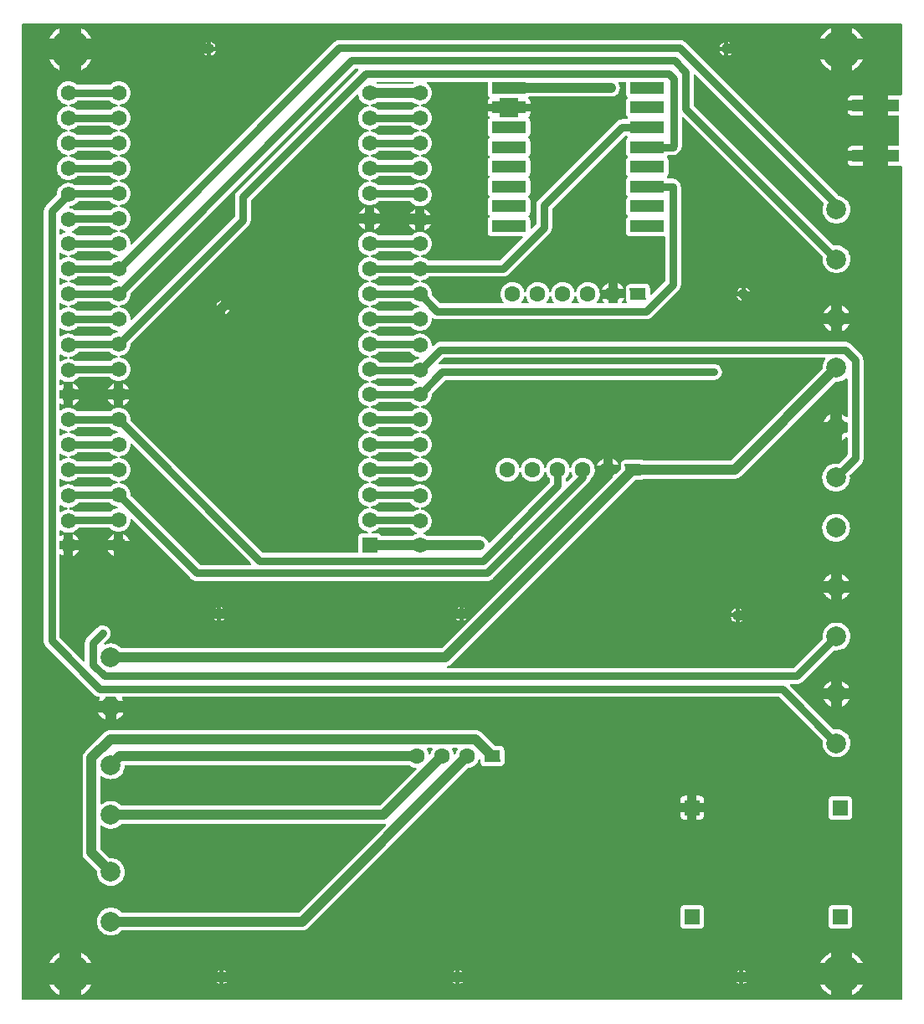
<source format=gbl>
G04 Layer: BottomLayer*
G04 EasyEDA v6.5.42, 2024-04-02 15:40:40*
G04 3ff643a6e98b40ca98db11d284ab65ea,acb5ada5342d49438264df6f97d5643c,10*
G04 Gerber Generator version 0.2*
G04 Scale: 100 percent, Rotated: No, Reflected: No *
G04 Dimensions in millimeters *
G04 leading zeros omitted , absolute positions ,4 integer and 5 decimal *
%FSLAX45Y45*%
%MOMM*%

%AMMACRO1*21,1,$1,$2,0,0,$3*%
%ADD10C,1.0000*%
%ADD11C,0.8000*%
%ADD12R,4.8000X1.2000*%
%ADD13R,1.5748X1.5748*%
%ADD14C,1.5601*%
%ADD15R,1.5601X1.5601*%
%ADD16C,2.0000*%
%ADD17C,1.6000*%
%ADD18MACRO1,1.6X1.2X0.7004*%
%ADD19R,3.5000X1.2000*%
%ADD20MACRO1,1.6X1.2X-179.2996*%
%ADD21C,4.0000*%
%ADD22C,0.6200*%
%ADD23C,1.5600*%
%ADD24C,0.7000*%
%ADD25C,0.0132*%

%LPD*%
G36*
X-8853932Y-10261092D02*
G01*
X-8857843Y-10260330D01*
X-8861094Y-10258094D01*
X-8863330Y-10254843D01*
X-8864092Y-10250932D01*
X-8864092Y-404368D01*
X-8863330Y-400456D01*
X-8861094Y-397205D01*
X-8857843Y-394970D01*
X-8853932Y-394208D01*
X27940Y-394208D01*
X31851Y-394970D01*
X35102Y-397205D01*
X37338Y-400456D01*
X38100Y-404368D01*
X38100Y-1107440D01*
X37490Y-1110945D01*
X35661Y-1114044D01*
X32918Y-1116330D01*
X29514Y-1117498D01*
X22860Y-1118514D01*
X20320Y-1118616D01*
X10922Y-1117650D01*
X-102260Y-1117650D01*
X-102260Y-1181811D01*
X-4673Y-1181811D01*
X-762Y-1182624D01*
X2540Y-1184808D01*
X4724Y-1188110D01*
X5486Y-1191971D01*
X5486Y-1244396D01*
X4724Y-1248257D01*
X2540Y-1251559D01*
X-762Y-1253744D01*
X-4673Y-1254556D01*
X-102260Y-1254556D01*
X-102260Y-1318666D01*
X-4673Y-1318666D01*
X-762Y-1319479D01*
X2540Y-1321663D01*
X4724Y-1324965D01*
X5486Y-1328826D01*
X5486Y-1617522D01*
X4724Y-1621383D01*
X2540Y-1624685D01*
X-762Y-1626920D01*
X-4673Y-1627682D01*
X-102260Y-1627682D01*
X-102260Y-1691843D01*
X-4673Y-1691843D01*
X-762Y-1692605D01*
X2540Y-1694789D01*
X4724Y-1698091D01*
X5486Y-1702003D01*
X5486Y-1754378D01*
X4724Y-1758289D01*
X2540Y-1761540D01*
X-762Y-1763775D01*
X-4673Y-1764538D01*
X-102260Y-1764538D01*
X-102260Y-1828698D01*
X10871Y-1828698D01*
X20523Y-1827682D01*
X23418Y-1827784D01*
X29768Y-1828952D01*
X33070Y-1830171D01*
X35763Y-1832457D01*
X37490Y-1835505D01*
X38100Y-1838960D01*
X38100Y-10250932D01*
X37338Y-10254843D01*
X35102Y-10258094D01*
X31851Y-10260330D01*
X27940Y-10261092D01*
G37*

%LPC*%
G36*
X-469188Y-10215422D02*
G01*
X-461619Y-10211765D01*
X-443077Y-10200690D01*
X-425602Y-10187990D01*
X-409346Y-10173817D01*
X-394462Y-10158222D01*
X-381000Y-10141356D01*
X-369112Y-10123322D01*
X-359968Y-10106304D01*
X-469188Y-10106304D01*
G37*
G36*
X-681888Y-10215422D02*
G01*
X-681888Y-10106304D01*
X-791159Y-10106304D01*
X-782015Y-10123322D01*
X-770128Y-10141356D01*
X-756666Y-10158222D01*
X-741781Y-10173817D01*
X-725525Y-10187990D01*
X-708050Y-10200690D01*
X-689508Y-10211765D01*
G37*
G36*
X-8481872Y-10215422D02*
G01*
X-8481872Y-10106304D01*
X-8591143Y-10106304D01*
X-8581999Y-10123322D01*
X-8570112Y-10141356D01*
X-8556650Y-10158222D01*
X-8541766Y-10173817D01*
X-8525510Y-10187990D01*
X-8508034Y-10200690D01*
X-8489492Y-10211765D01*
G37*
G36*
X-8269173Y-10215422D02*
G01*
X-8261603Y-10211765D01*
X-8243062Y-10200690D01*
X-8225586Y-10187990D01*
X-8209330Y-10173817D01*
X-8194446Y-10158222D01*
X-8180984Y-10141356D01*
X-8169097Y-10123322D01*
X-8159953Y-10106304D01*
X-8269173Y-10106304D01*
G37*
G36*
X-4479544Y-10101021D02*
G01*
X-4479544Y-10054844D01*
X-4525721Y-10054844D01*
X-4521403Y-10065461D01*
X-4515510Y-10075011D01*
X-4508246Y-10083546D01*
X-4499711Y-10090810D01*
X-4490161Y-10096703D01*
G37*
G36*
X-4435856Y-10101021D02*
G01*
X-4425238Y-10096703D01*
X-4415688Y-10090810D01*
X-4407154Y-10083546D01*
X-4399889Y-10075011D01*
X-4393996Y-10065461D01*
X-4389678Y-10054844D01*
X-4435856Y-10054844D01*
G37*
G36*
X-1565656Y-10101021D02*
G01*
X-1555038Y-10096703D01*
X-1545488Y-10090810D01*
X-1536954Y-10083546D01*
X-1529689Y-10075011D01*
X-1523796Y-10065461D01*
X-1519478Y-10054844D01*
X-1565656Y-10054844D01*
G37*
G36*
X-1609344Y-10101021D02*
G01*
X-1609344Y-10054844D01*
X-1655521Y-10054844D01*
X-1651203Y-10065461D01*
X-1645310Y-10075011D01*
X-1638046Y-10083546D01*
X-1629511Y-10090810D01*
X-1619961Y-10096703D01*
G37*
G36*
X-6867144Y-10101021D02*
G01*
X-6867144Y-10054844D01*
X-6913321Y-10054844D01*
X-6909003Y-10065461D01*
X-6903110Y-10075011D01*
X-6895846Y-10083546D01*
X-6887311Y-10090810D01*
X-6877761Y-10096703D01*
G37*
G36*
X-6823456Y-10101021D02*
G01*
X-6812838Y-10096703D01*
X-6803288Y-10090810D01*
X-6794753Y-10083546D01*
X-6787489Y-10075011D01*
X-6781596Y-10065461D01*
X-6777278Y-10054844D01*
X-6823456Y-10054844D01*
G37*
G36*
X-4435856Y-10011156D02*
G01*
X-4389678Y-10011156D01*
X-4393996Y-10000538D01*
X-4399889Y-9990988D01*
X-4407154Y-9982454D01*
X-4415688Y-9975189D01*
X-4425238Y-9969296D01*
X-4435856Y-9964978D01*
G37*
G36*
X-4525721Y-10011156D02*
G01*
X-4479544Y-10011156D01*
X-4479544Y-9964978D01*
X-4490161Y-9969296D01*
X-4499711Y-9975189D01*
X-4508246Y-9982454D01*
X-4515510Y-9990988D01*
X-4521403Y-10000538D01*
G37*
G36*
X-1655521Y-10011156D02*
G01*
X-1609344Y-10011156D01*
X-1609344Y-9964978D01*
X-1619961Y-9969296D01*
X-1629511Y-9975189D01*
X-1638046Y-9982454D01*
X-1645310Y-9990988D01*
X-1651203Y-10000538D01*
G37*
G36*
X-6823456Y-10011156D02*
G01*
X-6777278Y-10011156D01*
X-6781596Y-10000538D01*
X-6787489Y-9990988D01*
X-6794753Y-9982454D01*
X-6803288Y-9975189D01*
X-6812838Y-9969296D01*
X-6823456Y-9964978D01*
G37*
G36*
X-1565656Y-10011156D02*
G01*
X-1519478Y-10011156D01*
X-1523796Y-10000538D01*
X-1529689Y-9990988D01*
X-1536954Y-9982454D01*
X-1545488Y-9975189D01*
X-1555038Y-9969296D01*
X-1565656Y-9964978D01*
G37*
G36*
X-6913321Y-10011156D02*
G01*
X-6867144Y-10011156D01*
X-6867144Y-9964978D01*
X-6877761Y-9969296D01*
X-6887311Y-9975189D01*
X-6895846Y-9982454D01*
X-6903110Y-9990988D01*
X-6909003Y-10000538D01*
G37*
G36*
X-791159Y-9893604D02*
G01*
X-681888Y-9893604D01*
X-681888Y-9784537D01*
X-689508Y-9788194D01*
X-708050Y-9799269D01*
X-725525Y-9811969D01*
X-741781Y-9826142D01*
X-756666Y-9841738D01*
X-770128Y-9858603D01*
X-782015Y-9876637D01*
G37*
G36*
X-469188Y-9893604D02*
G01*
X-359968Y-9893604D01*
X-369112Y-9876637D01*
X-381000Y-9858603D01*
X-394462Y-9841738D01*
X-409346Y-9826142D01*
X-425602Y-9811969D01*
X-443077Y-9799269D01*
X-461619Y-9788194D01*
X-469188Y-9784537D01*
G37*
G36*
X-8269173Y-9893604D02*
G01*
X-8159953Y-9893604D01*
X-8169097Y-9876637D01*
X-8180984Y-9858603D01*
X-8194446Y-9841738D01*
X-8209330Y-9826142D01*
X-8225586Y-9811969D01*
X-8243062Y-9799269D01*
X-8261603Y-9788194D01*
X-8269173Y-9784537D01*
G37*
G36*
X-8591143Y-9893604D02*
G01*
X-8481872Y-9893604D01*
X-8481872Y-9784537D01*
X-8489492Y-9788194D01*
X-8508034Y-9799269D01*
X-8525510Y-9811969D01*
X-8541766Y-9826142D01*
X-8556650Y-9841738D01*
X-8570112Y-9858603D01*
X-8581999Y-9876637D01*
G37*
G36*
X-7965846Y-9612172D02*
G01*
X-7949844Y-9611258D01*
X-7934045Y-9608515D01*
X-7918653Y-9603994D01*
X-7903870Y-9597745D01*
X-7889900Y-9589871D01*
X-7876895Y-9580422D01*
X-7865109Y-9569602D01*
X-7861706Y-9565690D01*
X-7858252Y-9563100D01*
X-7854035Y-9562185D01*
X-6032144Y-9562185D01*
X-6019698Y-9561372D01*
X-6010249Y-9559594D01*
X-6007608Y-9558883D01*
X-5998514Y-9555835D01*
X-5995974Y-9554768D01*
X-5987338Y-9550501D01*
X-5977026Y-9543694D01*
X-5974892Y-9542018D01*
X-5967679Y-9535515D01*
X-4353661Y-7921447D01*
X-4350816Y-7919466D01*
X-4347514Y-7918551D01*
X-4339082Y-7917688D01*
X-4324654Y-7914335D01*
X-4310735Y-7909204D01*
X-4297527Y-7902448D01*
X-4285234Y-7894116D01*
X-4274108Y-7884312D01*
X-4264253Y-7873238D01*
X-4255820Y-7860995D01*
X-4248962Y-7847838D01*
X-4244746Y-7836509D01*
X-4242612Y-7833106D01*
X-4239361Y-7830769D01*
X-4235450Y-7829905D01*
X-4231538Y-7830566D01*
X-4228134Y-7832750D01*
X-4225899Y-7836001D01*
X-4225036Y-7839913D01*
X-4224782Y-7859826D01*
X-4223867Y-7868208D01*
X-4221480Y-7875727D01*
X-4217670Y-7882686D01*
X-4212539Y-7888782D01*
X-4206341Y-7893710D01*
X-4199331Y-7897368D01*
X-4191711Y-7899603D01*
X-4183278Y-7900314D01*
X-4024325Y-7898384D01*
X-4015943Y-7897418D01*
X-4008374Y-7895031D01*
X-4001414Y-7891221D01*
X-3995369Y-7886090D01*
X-3990390Y-7879943D01*
X-3986733Y-7872882D01*
X-3984548Y-7865262D01*
X-3983786Y-7856880D01*
X-3985260Y-7737856D01*
X-3986174Y-7729474D01*
X-3988562Y-7721904D01*
X-3992422Y-7714996D01*
X-3997502Y-7708900D01*
X-4003700Y-7703972D01*
X-4010761Y-7700314D01*
X-4018381Y-7698079D01*
X-4026763Y-7697368D01*
X-4073601Y-7697927D01*
X-4077563Y-7697165D01*
X-4080916Y-7694980D01*
X-4214012Y-7561834D01*
X-4221226Y-7555331D01*
X-4223359Y-7553655D01*
X-4233672Y-7546848D01*
X-4242308Y-7542580D01*
X-4244848Y-7541514D01*
X-4253941Y-7538466D01*
X-4256582Y-7537754D01*
X-4266031Y-7535976D01*
X-4278477Y-7535164D01*
X-7968843Y-7535164D01*
X-7981289Y-7535976D01*
X-7990738Y-7537754D01*
X-7993380Y-7538466D01*
X-8002473Y-7541514D01*
X-8005013Y-7542580D01*
X-8013649Y-7546848D01*
X-8023961Y-7553655D01*
X-8026095Y-7555331D01*
X-8033308Y-7561834D01*
X-8225536Y-7754061D01*
X-8232038Y-7761274D01*
X-8233714Y-7763408D01*
X-8240522Y-7773720D01*
X-8244789Y-7782356D01*
X-8245856Y-7784896D01*
X-8248903Y-7793990D01*
X-8249615Y-7796631D01*
X-8251393Y-7806080D01*
X-8252206Y-7818526D01*
X-8252206Y-8774684D01*
X-8251698Y-8784386D01*
X-8251393Y-8787079D01*
X-8249615Y-8796528D01*
X-8245856Y-8808313D01*
X-8244789Y-8810853D01*
X-8240522Y-8819438D01*
X-8239099Y-8821826D01*
X-8232038Y-8831935D01*
X-8225536Y-8839098D01*
X-8108950Y-8955684D01*
X-8106613Y-8959392D01*
X-8106003Y-8963761D01*
X-8106257Y-8966758D01*
X-8105800Y-8982811D01*
X-8103514Y-8998712D01*
X-8099450Y-9014206D01*
X-8093659Y-9029141D01*
X-8086140Y-9043314D01*
X-8077098Y-9056573D01*
X-8066582Y-9068714D01*
X-8054797Y-9079534D01*
X-8041792Y-9088983D01*
X-8027822Y-9096857D01*
X-8013039Y-9103106D01*
X-7997647Y-9107627D01*
X-7981848Y-9110370D01*
X-7965846Y-9111284D01*
X-7949844Y-9110370D01*
X-7934045Y-9107627D01*
X-7918653Y-9103106D01*
X-7903870Y-9096857D01*
X-7889900Y-9088983D01*
X-7876895Y-9079534D01*
X-7865109Y-9068714D01*
X-7854594Y-9056573D01*
X-7845552Y-9043314D01*
X-7838033Y-9029141D01*
X-7832242Y-9014206D01*
X-7828127Y-8998712D01*
X-7825892Y-8982811D01*
X-7825435Y-8966758D01*
X-7826806Y-8950807D01*
X-7829956Y-8935059D01*
X-7834934Y-8919819D01*
X-7841589Y-8905240D01*
X-7849870Y-8891473D01*
X-7859674Y-8878773D01*
X-7870850Y-8867292D01*
X-7883245Y-8857132D01*
X-7896758Y-8848445D01*
X-7911134Y-8841384D01*
X-7926273Y-8835999D01*
X-7941868Y-8832342D01*
X-7957820Y-8830513D01*
X-7973923Y-8830513D01*
X-7977784Y-8829751D01*
X-7981086Y-8827566D01*
X-8068208Y-8740444D01*
X-8070443Y-8737142D01*
X-8071205Y-8733231D01*
X-8071205Y-8508949D01*
X-8070240Y-8504631D01*
X-8067497Y-8501126D01*
X-8063585Y-8499094D01*
X-8059115Y-8498992D01*
X-8055051Y-8500719D01*
X-8041792Y-8510371D01*
X-8027822Y-8518245D01*
X-8013039Y-8524494D01*
X-7997647Y-8529015D01*
X-7981848Y-8531758D01*
X-7965846Y-8532672D01*
X-7949844Y-8531758D01*
X-7934045Y-8529015D01*
X-7918653Y-8524494D01*
X-7903870Y-8518245D01*
X-7889900Y-8510371D01*
X-7876895Y-8500922D01*
X-7865109Y-8490102D01*
X-7861706Y-8486190D01*
X-7858252Y-8483600D01*
X-7854035Y-8482685D01*
X-5206644Y-8482685D01*
X-5195316Y-8482025D01*
X-5191302Y-8482584D01*
X-5187797Y-8484717D01*
X-5185460Y-8488019D01*
X-5184546Y-8491982D01*
X-5185257Y-8495944D01*
X-5187543Y-8499348D01*
X-6066383Y-9378188D01*
X-6069685Y-9380423D01*
X-6073546Y-9381185D01*
X-7853934Y-9381185D01*
X-7857845Y-9380372D01*
X-7861198Y-9378086D01*
X-7870850Y-9368180D01*
X-7883245Y-9358020D01*
X-7896758Y-9349333D01*
X-7911134Y-9342272D01*
X-7926273Y-9336887D01*
X-7941868Y-9333230D01*
X-7957820Y-9331401D01*
X-7973872Y-9331401D01*
X-7989824Y-9333230D01*
X-8005419Y-9336887D01*
X-8020558Y-9342272D01*
X-8034934Y-9349333D01*
X-8048447Y-9358020D01*
X-8060842Y-9368180D01*
X-8072018Y-9379661D01*
X-8081822Y-9392361D01*
X-8090103Y-9406128D01*
X-8096758Y-9420707D01*
X-8101736Y-9435947D01*
X-8104886Y-9451695D01*
X-8106257Y-9467646D01*
X-8105800Y-9483699D01*
X-8103514Y-9499600D01*
X-8099450Y-9515094D01*
X-8093659Y-9530029D01*
X-8086140Y-9544202D01*
X-8077098Y-9557461D01*
X-8066582Y-9569602D01*
X-8054797Y-9580422D01*
X-8041792Y-9589871D01*
X-8027822Y-9597745D01*
X-8013039Y-9603994D01*
X-7997647Y-9608515D01*
X-7981848Y-9611258D01*
G37*
G36*
X-2163978Y-9543694D02*
G01*
X-2007514Y-9543694D01*
X-1999132Y-9542830D01*
X-1991512Y-9540544D01*
X-1984502Y-9536836D01*
X-1978406Y-9531807D01*
X-1973376Y-9525660D01*
X-1969617Y-9518650D01*
X-1967331Y-9511080D01*
X-1966518Y-9502698D01*
X-1966518Y-9346184D01*
X-1967331Y-9337802D01*
X-1969617Y-9330232D01*
X-1973376Y-9323222D01*
X-1978406Y-9317075D01*
X-1984502Y-9312046D01*
X-1991512Y-9308338D01*
X-1999132Y-9306001D01*
X-2007514Y-9305188D01*
X-2163978Y-9305188D01*
X-2172360Y-9306001D01*
X-2179980Y-9308338D01*
X-2186940Y-9312046D01*
X-2193086Y-9317075D01*
X-2198116Y-9323222D01*
X-2201875Y-9330232D01*
X-2204161Y-9337802D01*
X-2204974Y-9346184D01*
X-2204974Y-9502698D01*
X-2204161Y-9511080D01*
X-2201875Y-9518650D01*
X-2198116Y-9525660D01*
X-2193086Y-9531807D01*
X-2186940Y-9536836D01*
X-2179980Y-9540544D01*
X-2172360Y-9542830D01*
G37*
G36*
X-665378Y-9543694D02*
G01*
X-508914Y-9543694D01*
X-500532Y-9542830D01*
X-492912Y-9540544D01*
X-485901Y-9536836D01*
X-479806Y-9531807D01*
X-474776Y-9525660D01*
X-471017Y-9518650D01*
X-468731Y-9511080D01*
X-467918Y-9502698D01*
X-467918Y-9346184D01*
X-468731Y-9337802D01*
X-471017Y-9330232D01*
X-474776Y-9323222D01*
X-479806Y-9317075D01*
X-485901Y-9312046D01*
X-492912Y-9308338D01*
X-500532Y-9306001D01*
X-508914Y-9305188D01*
X-665378Y-9305188D01*
X-673760Y-9306001D01*
X-681380Y-9308338D01*
X-688340Y-9312046D01*
X-694486Y-9317075D01*
X-699516Y-9323222D01*
X-703275Y-9330232D01*
X-705561Y-9337802D01*
X-706374Y-9346184D01*
X-706374Y-9502698D01*
X-705561Y-9511080D01*
X-703275Y-9518650D01*
X-699516Y-9525660D01*
X-694486Y-9531807D01*
X-688340Y-9536836D01*
X-681380Y-9540544D01*
X-673760Y-9542830D01*
G37*
G36*
X-663854Y-8443620D02*
G01*
X-507390Y-8443620D01*
X-499008Y-8442756D01*
X-491388Y-8440470D01*
X-484378Y-8436762D01*
X-478282Y-8431733D01*
X-473252Y-8425586D01*
X-469493Y-8418576D01*
X-467207Y-8411006D01*
X-466394Y-8402624D01*
X-466394Y-8246109D01*
X-467207Y-8237728D01*
X-469493Y-8230158D01*
X-473252Y-8223148D01*
X-478282Y-8217001D01*
X-484378Y-8211972D01*
X-491388Y-8208264D01*
X-499008Y-8205927D01*
X-507390Y-8205114D01*
X-663854Y-8205114D01*
X-672236Y-8205927D01*
X-679856Y-8208264D01*
X-686816Y-8211972D01*
X-692962Y-8217001D01*
X-697992Y-8223148D01*
X-701751Y-8230158D01*
X-704037Y-8237728D01*
X-704850Y-8246109D01*
X-704850Y-8402624D01*
X-704037Y-8411006D01*
X-701751Y-8418576D01*
X-697992Y-8425586D01*
X-692962Y-8431733D01*
X-686816Y-8436762D01*
X-679856Y-8440470D01*
X-672236Y-8442756D01*
G37*
G36*
X-2163978Y-8438794D02*
G01*
X-2131466Y-8438794D01*
X-2131466Y-8365236D01*
X-2204974Y-8365236D01*
X-2204974Y-8397798D01*
X-2204161Y-8406180D01*
X-2201875Y-8413750D01*
X-2198116Y-8420760D01*
X-2193086Y-8426907D01*
X-2186940Y-8431936D01*
X-2179980Y-8435644D01*
X-2172360Y-8437930D01*
G37*
G36*
X-2040026Y-8438794D02*
G01*
X-2007514Y-8438794D01*
X-1999132Y-8437930D01*
X-1991512Y-8435644D01*
X-1984502Y-8431936D01*
X-1978406Y-8426907D01*
X-1973376Y-8420760D01*
X-1969617Y-8413750D01*
X-1967331Y-8406180D01*
X-1966518Y-8397798D01*
X-1966518Y-8365236D01*
X-2040026Y-8365236D01*
G37*
G36*
X-2204974Y-8273796D02*
G01*
X-2131466Y-8273796D01*
X-2131466Y-8200288D01*
X-2163978Y-8200288D01*
X-2172360Y-8201101D01*
X-2179980Y-8203438D01*
X-2186940Y-8207146D01*
X-2193086Y-8212175D01*
X-2198116Y-8218322D01*
X-2201875Y-8225332D01*
X-2204161Y-8232902D01*
X-2204974Y-8241284D01*
G37*
G36*
X-2040026Y-8273796D02*
G01*
X-1966518Y-8273796D01*
X-1966518Y-8241284D01*
X-1967331Y-8232902D01*
X-1969617Y-8225332D01*
X-1973376Y-8218322D01*
X-1978406Y-8212175D01*
X-1984502Y-8207146D01*
X-1991512Y-8203438D01*
X-1999132Y-8201101D01*
X-2007514Y-8200288D01*
X-2040026Y-8200288D01*
G37*
G36*
X-633272Y-7808518D02*
G01*
X-617220Y-7808518D01*
X-601268Y-7806690D01*
X-585673Y-7803083D01*
X-570534Y-7797698D01*
X-556158Y-7790586D01*
X-542645Y-7781950D01*
X-530250Y-7771790D01*
X-519074Y-7760258D01*
X-509270Y-7747558D01*
X-500989Y-7733842D01*
X-494334Y-7719263D01*
X-489356Y-7703972D01*
X-486206Y-7688275D01*
X-484835Y-7672273D01*
X-485292Y-7656271D01*
X-487527Y-7640370D01*
X-491642Y-7624876D01*
X-497433Y-7609890D01*
X-504951Y-7595717D01*
X-513994Y-7582509D01*
X-524510Y-7570368D01*
X-536295Y-7559497D01*
X-549300Y-7550099D01*
X-563270Y-7542225D01*
X-578053Y-7535976D01*
X-593445Y-7531455D01*
X-609244Y-7528712D01*
X-625246Y-7527798D01*
X-641248Y-7528712D01*
X-644347Y-7529220D01*
X-647598Y-7529271D01*
X-650646Y-7528306D01*
X-653288Y-7526426D01*
X-1094028Y-7085685D01*
X-1096213Y-7082383D01*
X-1096975Y-7078472D01*
X-1096213Y-7074611D01*
X-1094028Y-7071309D01*
X-1090726Y-7069124D01*
X-1086815Y-7068312D01*
X-1021435Y-7068261D01*
X-1012088Y-7067397D01*
X-1009497Y-7066940D01*
X-1000353Y-7064705D01*
X-997864Y-7063892D01*
X-989177Y-7060285D01*
X-978763Y-7054240D01*
X-976630Y-7052716D01*
X-969365Y-7046722D01*
X-653237Y-6730593D01*
X-650798Y-6728815D01*
X-647903Y-6727799D01*
X-644855Y-6727698D01*
X-633272Y-6729018D01*
X-617220Y-6729018D01*
X-601268Y-6727190D01*
X-585673Y-6723583D01*
X-570534Y-6718198D01*
X-556158Y-6711086D01*
X-542645Y-6702450D01*
X-530250Y-6692290D01*
X-519074Y-6680758D01*
X-509270Y-6668058D01*
X-500989Y-6654342D01*
X-494334Y-6639763D01*
X-489356Y-6624472D01*
X-486206Y-6608775D01*
X-484835Y-6592773D01*
X-485292Y-6576771D01*
X-487527Y-6560870D01*
X-491642Y-6545376D01*
X-497433Y-6530390D01*
X-504951Y-6516217D01*
X-513994Y-6503009D01*
X-524510Y-6490868D01*
X-536295Y-6479997D01*
X-549300Y-6470599D01*
X-563270Y-6462725D01*
X-578053Y-6456476D01*
X-593445Y-6451955D01*
X-609244Y-6449212D01*
X-625246Y-6448298D01*
X-641248Y-6449212D01*
X-657047Y-6451955D01*
X-672439Y-6456476D01*
X-687222Y-6462725D01*
X-701192Y-6470599D01*
X-714197Y-6479997D01*
X-725982Y-6490868D01*
X-736498Y-6503009D01*
X-745540Y-6516217D01*
X-753059Y-6530390D01*
X-758850Y-6545376D01*
X-762914Y-6560870D01*
X-765200Y-6576771D01*
X-765657Y-6592773D01*
X-764286Y-6608876D01*
X-764895Y-6613194D01*
X-767232Y-6616903D01*
X-1054658Y-6904329D01*
X-1057960Y-6906514D01*
X-1061821Y-6907326D01*
X-4555998Y-6907326D01*
X-4560062Y-6906463D01*
X-4563465Y-6904024D01*
X-4565599Y-6900418D01*
X-4566107Y-6896252D01*
X-4564888Y-6892239D01*
X-4562144Y-6889089D01*
X-4558385Y-6887260D01*
X-4554169Y-6886244D01*
X-4545126Y-6883247D01*
X-4542586Y-6882180D01*
X-4534001Y-6877913D01*
X-4531614Y-6876491D01*
X-4521504Y-6869430D01*
X-4514342Y-6862927D01*
X-2657754Y-5006340D01*
X-2654503Y-5004155D01*
X-2650693Y-5003342D01*
X-2601925Y-5002784D01*
X-2593543Y-5001818D01*
X-2585974Y-4999431D01*
X-2578049Y-4995011D01*
X-2575661Y-4994097D01*
X-2573121Y-4993741D01*
X-1654962Y-4993741D01*
X-1645259Y-4993233D01*
X-1642567Y-4992928D01*
X-1633118Y-4991150D01*
X-1621332Y-4987391D01*
X-1618792Y-4986324D01*
X-1610207Y-4982057D01*
X-1607820Y-4980635D01*
X-1597710Y-4973574D01*
X-1590548Y-4967071D01*
X-640486Y-4017010D01*
X-637184Y-4014825D01*
X-633272Y-4014012D01*
X-617220Y-4014012D01*
X-601268Y-4012184D01*
X-585673Y-4008577D01*
X-570534Y-4003192D01*
X-556158Y-3996080D01*
X-542645Y-3987444D01*
X-530402Y-3977386D01*
X-527050Y-3975608D01*
X-523290Y-3975150D01*
X-519633Y-3976065D01*
X-516534Y-3978300D01*
X-514502Y-3981551D01*
X-513791Y-3985260D01*
X-513791Y-4366006D01*
X-514553Y-4369816D01*
X-516686Y-4373067D01*
X-519887Y-4375302D01*
X-523697Y-4376166D01*
X-527507Y-4375505D01*
X-530860Y-4373473D01*
X-540004Y-4365091D01*
X-553008Y-4355642D01*
X-566928Y-4347768D01*
X-572566Y-4345381D01*
X-572566Y-4417466D01*
X-523951Y-4417466D01*
X-520090Y-4418279D01*
X-516788Y-4420463D01*
X-514604Y-4423765D01*
X-513791Y-4427626D01*
X-513791Y-4520031D01*
X-514604Y-4523892D01*
X-516788Y-4527194D01*
X-520090Y-4529429D01*
X-523951Y-4530191D01*
X-572566Y-4530191D01*
X-572566Y-4602429D01*
X-559866Y-4596180D01*
X-546354Y-4587494D01*
X-533958Y-4577334D01*
X-531266Y-4574590D01*
X-527964Y-4572304D01*
X-524052Y-4571492D01*
X-520141Y-4572254D01*
X-516839Y-4574438D01*
X-514604Y-4577740D01*
X-513791Y-4581652D01*
X-513791Y-4748631D01*
X-514604Y-4752492D01*
X-516788Y-4755794D01*
X-600964Y-4839970D01*
X-603554Y-4841849D01*
X-606653Y-4842814D01*
X-609854Y-4842764D01*
X-612902Y-4842256D01*
X-628954Y-4841341D01*
X-644956Y-4842256D01*
X-660755Y-4844999D01*
X-676148Y-4849520D01*
X-690930Y-4855768D01*
X-704900Y-4863642D01*
X-717854Y-4873091D01*
X-729691Y-4883912D01*
X-740206Y-4896053D01*
X-749249Y-4909261D01*
X-756716Y-4923485D01*
X-762558Y-4938420D01*
X-766622Y-4953914D01*
X-768908Y-4969814D01*
X-769366Y-4985867D01*
X-767994Y-5001818D01*
X-764794Y-5017566D01*
X-759866Y-5032806D01*
X-753211Y-5047386D01*
X-744931Y-5061153D01*
X-735126Y-5073853D01*
X-723950Y-5085334D01*
X-711504Y-5095494D01*
X-698042Y-5104180D01*
X-683615Y-5111242D01*
X-668528Y-5116626D01*
X-652881Y-5120284D01*
X-636981Y-5122113D01*
X-620928Y-5122113D01*
X-604977Y-5120284D01*
X-589381Y-5116626D01*
X-574243Y-5111242D01*
X-559866Y-5104180D01*
X-546354Y-5095494D01*
X-533958Y-5085334D01*
X-522782Y-5073853D01*
X-512978Y-5061153D01*
X-504698Y-5047386D01*
X-498043Y-5032806D01*
X-493064Y-5017566D01*
X-489864Y-5001818D01*
X-488492Y-4985867D01*
X-488950Y-4969814D01*
X-490016Y-4962499D01*
X-489966Y-4959350D01*
X-489000Y-4956403D01*
X-487121Y-4953863D01*
X-374396Y-4841087D01*
X-368401Y-4833823D01*
X-366877Y-4831689D01*
X-360832Y-4821275D01*
X-357225Y-4812588D01*
X-356412Y-4810099D01*
X-354177Y-4800955D01*
X-353720Y-4798364D01*
X-352856Y-4789017D01*
X-352856Y-3790645D01*
X-353720Y-3781298D01*
X-354177Y-3778707D01*
X-356412Y-3769563D01*
X-357225Y-3767074D01*
X-360832Y-3758387D01*
X-366877Y-3747973D01*
X-368401Y-3745839D01*
X-374396Y-3738575D01*
X-481126Y-3631844D01*
X-488391Y-3625850D01*
X-490524Y-3624326D01*
X-500938Y-3618280D01*
X-509625Y-3614674D01*
X-512114Y-3613861D01*
X-521258Y-3611626D01*
X-523849Y-3611168D01*
X-533196Y-3610305D01*
X-4633366Y-3610305D01*
X-4642713Y-3611168D01*
X-4645304Y-3611626D01*
X-4654448Y-3613861D01*
X-4656937Y-3614674D01*
X-4665624Y-3618280D01*
X-4668012Y-3619500D01*
X-4676038Y-3624326D01*
X-4678222Y-3625850D01*
X-4685436Y-3631844D01*
X-4703013Y-3649370D01*
X-4706213Y-3651504D01*
X-4709972Y-3652316D01*
X-4713782Y-3651656D01*
X-4717084Y-3649675D01*
X-4719370Y-3646576D01*
X-4720336Y-3642817D01*
X-4721148Y-3630066D01*
X-4723942Y-3615436D01*
X-4728514Y-3601262D01*
X-4734864Y-3587800D01*
X-4742840Y-3575253D01*
X-4752340Y-3563772D01*
X-4763160Y-3553612D01*
X-4775200Y-3544874D01*
X-4788255Y-3537661D01*
X-4802073Y-3532225D01*
X-4816500Y-3528517D01*
X-4831232Y-3526637D01*
X-4846116Y-3526637D01*
X-4860899Y-3528517D01*
X-4875326Y-3532225D01*
X-4889144Y-3537661D01*
X-4902200Y-3544874D01*
X-4909108Y-3549904D01*
X-4911953Y-3551326D01*
X-4915103Y-3551834D01*
X-5255666Y-3551834D01*
X-5259374Y-3551123D01*
X-5262626Y-3549040D01*
X-5271160Y-3541014D01*
X-5283200Y-3532276D01*
X-5296255Y-3525113D01*
X-5310073Y-3519627D01*
X-5324500Y-3515918D01*
X-5328666Y-3515410D01*
X-5332628Y-3514039D01*
X-5335676Y-3511245D01*
X-5337352Y-3507384D01*
X-5337352Y-3503218D01*
X-5335676Y-3499408D01*
X-5332628Y-3496614D01*
X-5328666Y-3495243D01*
X-5324500Y-3494735D01*
X-5310073Y-3491026D01*
X-5296255Y-3485540D01*
X-5283200Y-3478377D01*
X-5271160Y-3469640D01*
X-5262626Y-3461613D01*
X-5259425Y-3459530D01*
X-5255666Y-3458819D01*
X-4929581Y-3458819D01*
X-4925872Y-3459530D01*
X-4922621Y-3461613D01*
X-4914239Y-3469487D01*
X-4902200Y-3478225D01*
X-4889144Y-3485387D01*
X-4875326Y-3490874D01*
X-4860899Y-3494582D01*
X-4846116Y-3496462D01*
X-4831232Y-3496462D01*
X-4816500Y-3494582D01*
X-4802073Y-3490874D01*
X-4788255Y-3485387D01*
X-4775200Y-3478225D01*
X-4763160Y-3469487D01*
X-4752340Y-3459327D01*
X-4742840Y-3447846D01*
X-4734864Y-3435299D01*
X-4728514Y-3421786D01*
X-4723942Y-3407664D01*
X-4721148Y-3393033D01*
X-4720234Y-3378200D01*
X-4719624Y-3373120D01*
X-4717237Y-3369513D01*
X-4713579Y-3367227D01*
X-4709312Y-3366617D01*
X-4705146Y-3367887D01*
X-4699000Y-3371342D01*
X-4690516Y-3374847D01*
X-4688027Y-3375660D01*
X-4678883Y-3377946D01*
X-4666945Y-3379266D01*
X-2544775Y-3379266D01*
X-2532837Y-3377946D01*
X-2523693Y-3375660D01*
X-2521204Y-3374847D01*
X-2512517Y-3371240D01*
X-2510180Y-3370072D01*
X-2502103Y-3365195D01*
X-2499969Y-3363671D01*
X-2492705Y-3357676D01*
X-2220010Y-3084982D01*
X-2214016Y-3077768D01*
X-2212492Y-3075584D01*
X-2207666Y-3067558D01*
X-2206447Y-3065170D01*
X-2202840Y-3056483D01*
X-2202027Y-3053994D01*
X-2199792Y-3044850D01*
X-2199335Y-3042259D01*
X-2198471Y-3032912D01*
X-2198471Y-2041601D01*
X-2199335Y-2032254D01*
X-2199792Y-2029663D01*
X-2202027Y-2020519D01*
X-2202840Y-2018030D01*
X-2206447Y-2009343D01*
X-2207666Y-2006955D01*
X-2212492Y-1998929D01*
X-2214016Y-1996744D01*
X-2219960Y-1989582D01*
X-2228596Y-1980946D01*
X-2235758Y-1975002D01*
X-2237943Y-1973478D01*
X-2245969Y-1968652D01*
X-2248357Y-1967433D01*
X-2257044Y-1963826D01*
X-2259533Y-1963013D01*
X-2268677Y-1960778D01*
X-2271268Y-1960321D01*
X-2280615Y-1959457D01*
X-2323439Y-1959406D01*
X-2327757Y-1958441D01*
X-2331262Y-1955698D01*
X-2334869Y-1951278D01*
X-2339187Y-1947722D01*
X-2341930Y-1944217D01*
X-2342896Y-1939899D01*
X-2341930Y-1935530D01*
X-2339187Y-1932025D01*
X-2334869Y-1928520D01*
X-2329840Y-1922373D01*
X-2326132Y-1915363D01*
X-2323795Y-1907793D01*
X-2322982Y-1899412D01*
X-2322982Y-1780387D01*
X-2323795Y-1772005D01*
X-2326132Y-1764385D01*
X-2329840Y-1757425D01*
X-2334869Y-1751279D01*
X-2339187Y-1747723D01*
X-2341930Y-1744218D01*
X-2342896Y-1739900D01*
X-2341930Y-1735531D01*
X-2339187Y-1732025D01*
X-2334869Y-1728520D01*
X-2331313Y-1724101D01*
X-2327808Y-1721408D01*
X-2323439Y-1720392D01*
X-2280615Y-1720342D01*
X-2271268Y-1719478D01*
X-2268677Y-1719021D01*
X-2259533Y-1716786D01*
X-2257044Y-1715973D01*
X-2248357Y-1712366D01*
X-2245969Y-1711147D01*
X-2237943Y-1706321D01*
X-2235758Y-1704797D01*
X-2228545Y-1698802D01*
X-2211019Y-1681276D01*
X-2205075Y-1674114D01*
X-2203551Y-1671929D01*
X-2198725Y-1663903D01*
X-2197506Y-1661515D01*
X-2193899Y-1652828D01*
X-2193086Y-1650339D01*
X-2190851Y-1641195D01*
X-2190394Y-1638604D01*
X-2189530Y-1629257D01*
X-2189480Y-1348130D01*
X-2188667Y-1344218D01*
X-2186482Y-1340916D01*
X-2183180Y-1338732D01*
X-2179320Y-1337970D01*
X-2175408Y-1338732D01*
X-2172106Y-1340916D01*
X-767029Y-2745994D01*
X-765200Y-2748534D01*
X-764184Y-2751531D01*
X-764184Y-2754630D01*
X-765200Y-2761945D01*
X-765657Y-2777947D01*
X-764286Y-2793949D01*
X-761136Y-2809646D01*
X-756158Y-2824937D01*
X-749503Y-2839516D01*
X-741222Y-2853232D01*
X-731418Y-2865932D01*
X-720242Y-2877464D01*
X-707847Y-2887624D01*
X-694334Y-2896260D01*
X-679958Y-2903372D01*
X-664819Y-2908757D01*
X-649224Y-2912364D01*
X-633272Y-2914192D01*
X-617220Y-2914192D01*
X-601268Y-2912364D01*
X-585673Y-2908757D01*
X-570534Y-2903372D01*
X-556158Y-2896260D01*
X-542645Y-2887624D01*
X-530250Y-2877464D01*
X-519074Y-2865932D01*
X-509270Y-2853232D01*
X-500989Y-2839516D01*
X-494334Y-2824937D01*
X-489356Y-2809646D01*
X-486206Y-2793949D01*
X-484835Y-2777947D01*
X-485292Y-2761945D01*
X-487527Y-2746044D01*
X-491642Y-2730550D01*
X-497433Y-2715564D01*
X-504951Y-2701391D01*
X-513994Y-2688183D01*
X-524510Y-2676042D01*
X-536295Y-2665171D01*
X-549300Y-2655773D01*
X-563270Y-2647899D01*
X-578053Y-2641650D01*
X-593445Y-2637129D01*
X-609244Y-2634386D01*
X-625246Y-2633472D01*
X-641248Y-2634386D01*
X-644347Y-2634894D01*
X-647598Y-2634945D01*
X-650646Y-2633980D01*
X-653288Y-2632100D01*
X-2065782Y-1219606D01*
X-2067966Y-1216304D01*
X-2068728Y-1212392D01*
X-2068728Y-917549D01*
X-2067966Y-913637D01*
X-2065782Y-910336D01*
X-2062480Y-908151D01*
X-2058568Y-907389D01*
X-2054707Y-908151D01*
X-2051405Y-910336D01*
X-756056Y-2205685D01*
X-753872Y-2208936D01*
X-753059Y-2212746D01*
X-753770Y-2216556D01*
X-758850Y-2229662D01*
X-762914Y-2245156D01*
X-765200Y-2261057D01*
X-765657Y-2277059D01*
X-764286Y-2293061D01*
X-761136Y-2308758D01*
X-756158Y-2324049D01*
X-749503Y-2338628D01*
X-741222Y-2352344D01*
X-731418Y-2365044D01*
X-720242Y-2376576D01*
X-707847Y-2386736D01*
X-694334Y-2395372D01*
X-679958Y-2402484D01*
X-664819Y-2407869D01*
X-649224Y-2411476D01*
X-633272Y-2413304D01*
X-617220Y-2413304D01*
X-601268Y-2411476D01*
X-585673Y-2407869D01*
X-570534Y-2402484D01*
X-556158Y-2395372D01*
X-542645Y-2386736D01*
X-530250Y-2376576D01*
X-519074Y-2365044D01*
X-509270Y-2352344D01*
X-500989Y-2338628D01*
X-494334Y-2324049D01*
X-489356Y-2308758D01*
X-486206Y-2293061D01*
X-484835Y-2277059D01*
X-485292Y-2261057D01*
X-487527Y-2245156D01*
X-491642Y-2229662D01*
X-497433Y-2214676D01*
X-504951Y-2200503D01*
X-513994Y-2187295D01*
X-524510Y-2175154D01*
X-536295Y-2164283D01*
X-549300Y-2154885D01*
X-563270Y-2147011D01*
X-578053Y-2140762D01*
X-598525Y-2134870D01*
X-601014Y-2133041D01*
X-2153716Y-580390D01*
X-2160930Y-574395D01*
X-2163114Y-572871D01*
X-2171141Y-568045D01*
X-2173528Y-566826D01*
X-2182215Y-563219D01*
X-2184704Y-562406D01*
X-2193848Y-560171D01*
X-2196439Y-559714D01*
X-2205786Y-558850D01*
X-5658612Y-558850D01*
X-5667959Y-559714D01*
X-5670550Y-560171D01*
X-5679694Y-562406D01*
X-5682183Y-563219D01*
X-5690870Y-566826D01*
X-5693257Y-568045D01*
X-5701284Y-572871D01*
X-5703468Y-574395D01*
X-5710682Y-580390D01*
X-7751013Y-2620670D01*
X-7754213Y-2622804D01*
X-7757972Y-2623616D01*
X-7761782Y-2623007D01*
X-7765084Y-2620975D01*
X-7767370Y-2617876D01*
X-7768336Y-2614117D01*
X-7769148Y-2601468D01*
X-7771942Y-2586837D01*
X-7776514Y-2572715D01*
X-7782864Y-2559253D01*
X-7790840Y-2546654D01*
X-7800340Y-2535224D01*
X-7811160Y-2525014D01*
X-7823200Y-2516276D01*
X-7836255Y-2509113D01*
X-7850073Y-2503627D01*
X-7864500Y-2499918D01*
X-7868666Y-2499410D01*
X-7872628Y-2498039D01*
X-7875676Y-2495245D01*
X-7877352Y-2491384D01*
X-7877352Y-2487218D01*
X-7875676Y-2483408D01*
X-7872628Y-2480614D01*
X-7868666Y-2479243D01*
X-7864500Y-2478735D01*
X-7850073Y-2475026D01*
X-7836255Y-2469540D01*
X-7823200Y-2462377D01*
X-7811160Y-2453640D01*
X-7800340Y-2443429D01*
X-7790840Y-2431948D01*
X-7782864Y-2419400D01*
X-7776514Y-2405938D01*
X-7771942Y-2391765D01*
X-7769148Y-2377186D01*
X-7768183Y-2362301D01*
X-7769148Y-2347468D01*
X-7771942Y-2332837D01*
X-7776514Y-2318715D01*
X-7782864Y-2305253D01*
X-7790840Y-2292654D01*
X-7800340Y-2281224D01*
X-7811160Y-2271014D01*
X-7823200Y-2262276D01*
X-7836255Y-2255113D01*
X-7850073Y-2249627D01*
X-7864500Y-2245918D01*
X-7868666Y-2245410D01*
X-7872628Y-2244039D01*
X-7875676Y-2241245D01*
X-7877352Y-2237384D01*
X-7877352Y-2233218D01*
X-7875676Y-2229408D01*
X-7872628Y-2226614D01*
X-7868666Y-2225243D01*
X-7864500Y-2224735D01*
X-7850073Y-2221026D01*
X-7836255Y-2215540D01*
X-7823200Y-2208377D01*
X-7811160Y-2199640D01*
X-7800340Y-2189429D01*
X-7790840Y-2177948D01*
X-7782864Y-2165400D01*
X-7776514Y-2151938D01*
X-7771942Y-2137765D01*
X-7769148Y-2123186D01*
X-7768183Y-2108301D01*
X-7769148Y-2093468D01*
X-7771942Y-2078837D01*
X-7776514Y-2064715D01*
X-7782864Y-2051253D01*
X-7790840Y-2038654D01*
X-7800340Y-2027224D01*
X-7811160Y-2017014D01*
X-7823200Y-2008276D01*
X-7836255Y-2001113D01*
X-7850073Y-1995627D01*
X-7864500Y-1991918D01*
X-7868666Y-1991410D01*
X-7872628Y-1990039D01*
X-7875676Y-1987245D01*
X-7877352Y-1983384D01*
X-7877352Y-1979218D01*
X-7875676Y-1975408D01*
X-7872628Y-1972614D01*
X-7868666Y-1971243D01*
X-7864500Y-1970735D01*
X-7850073Y-1967026D01*
X-7836255Y-1961540D01*
X-7823200Y-1954377D01*
X-7811160Y-1945639D01*
X-7800340Y-1935429D01*
X-7790840Y-1923948D01*
X-7782864Y-1911400D01*
X-7776514Y-1897938D01*
X-7771942Y-1883765D01*
X-7769148Y-1869186D01*
X-7768183Y-1854301D01*
X-7769148Y-1839468D01*
X-7771942Y-1824837D01*
X-7776514Y-1810715D01*
X-7782864Y-1797253D01*
X-7790840Y-1784654D01*
X-7800340Y-1773224D01*
X-7811160Y-1763014D01*
X-7823200Y-1754276D01*
X-7836255Y-1747113D01*
X-7850073Y-1741627D01*
X-7864500Y-1737918D01*
X-7868666Y-1737410D01*
X-7872628Y-1736039D01*
X-7875676Y-1733245D01*
X-7877352Y-1729384D01*
X-7877352Y-1725218D01*
X-7875676Y-1721408D01*
X-7872628Y-1718614D01*
X-7868666Y-1717243D01*
X-7864500Y-1716735D01*
X-7850073Y-1713026D01*
X-7836255Y-1707540D01*
X-7823200Y-1700377D01*
X-7811160Y-1691639D01*
X-7800340Y-1681429D01*
X-7790840Y-1669948D01*
X-7782864Y-1657400D01*
X-7776514Y-1643938D01*
X-7771942Y-1629765D01*
X-7769148Y-1615186D01*
X-7768183Y-1600301D01*
X-7769148Y-1585468D01*
X-7771942Y-1570837D01*
X-7776514Y-1556715D01*
X-7782864Y-1543253D01*
X-7790840Y-1530654D01*
X-7800340Y-1519224D01*
X-7811160Y-1509014D01*
X-7823200Y-1500276D01*
X-7836255Y-1493113D01*
X-7850073Y-1487627D01*
X-7864500Y-1483918D01*
X-7868666Y-1483410D01*
X-7872628Y-1482039D01*
X-7875676Y-1479245D01*
X-7877352Y-1475384D01*
X-7877352Y-1471218D01*
X-7875676Y-1467408D01*
X-7872628Y-1464614D01*
X-7868666Y-1463243D01*
X-7864500Y-1462735D01*
X-7850073Y-1459026D01*
X-7836255Y-1453540D01*
X-7823200Y-1446377D01*
X-7811160Y-1437640D01*
X-7800340Y-1427429D01*
X-7790840Y-1415948D01*
X-7782864Y-1403400D01*
X-7776514Y-1389938D01*
X-7771942Y-1375765D01*
X-7769148Y-1361186D01*
X-7768183Y-1346301D01*
X-7769148Y-1331468D01*
X-7771942Y-1316837D01*
X-7776514Y-1302715D01*
X-7782864Y-1289253D01*
X-7790840Y-1276654D01*
X-7800340Y-1265224D01*
X-7811160Y-1255014D01*
X-7823200Y-1246276D01*
X-7836255Y-1239113D01*
X-7850073Y-1233627D01*
X-7864500Y-1229918D01*
X-7868666Y-1229410D01*
X-7872628Y-1228039D01*
X-7875676Y-1225245D01*
X-7877352Y-1221384D01*
X-7877352Y-1217218D01*
X-7875676Y-1213408D01*
X-7872628Y-1210614D01*
X-7868666Y-1209243D01*
X-7864500Y-1208735D01*
X-7850073Y-1205026D01*
X-7836255Y-1199540D01*
X-7823200Y-1192377D01*
X-7811160Y-1183640D01*
X-7800340Y-1173429D01*
X-7790840Y-1161948D01*
X-7782864Y-1149400D01*
X-7776514Y-1135938D01*
X-7771942Y-1121765D01*
X-7769148Y-1107186D01*
X-7768183Y-1092301D01*
X-7769148Y-1077468D01*
X-7771942Y-1062837D01*
X-7776514Y-1048715D01*
X-7782864Y-1035253D01*
X-7790840Y-1022654D01*
X-7800340Y-1011224D01*
X-7811160Y-1001014D01*
X-7823200Y-992276D01*
X-7836255Y-985113D01*
X-7850073Y-979627D01*
X-7864500Y-975918D01*
X-7879283Y-974090D01*
X-7894116Y-974090D01*
X-7908899Y-975918D01*
X-7923326Y-979627D01*
X-7937144Y-985113D01*
X-7950200Y-992276D01*
X-7962239Y-1001014D01*
X-7970774Y-1009040D01*
X-7974025Y-1011123D01*
X-7977733Y-1011834D01*
X-8303514Y-1011834D01*
X-8307273Y-1011123D01*
X-8310473Y-1009040D01*
X-8319160Y-1000912D01*
X-8331200Y-992174D01*
X-8344255Y-984961D01*
X-8358073Y-979525D01*
X-8372500Y-975817D01*
X-8387232Y-973937D01*
X-8402116Y-973937D01*
X-8416899Y-975817D01*
X-8431326Y-979525D01*
X-8445144Y-984961D01*
X-8458200Y-992174D01*
X-8470239Y-1000912D01*
X-8481060Y-1011072D01*
X-8490559Y-1022553D01*
X-8498535Y-1035100D01*
X-8504885Y-1048562D01*
X-8509457Y-1062736D01*
X-8512251Y-1077366D01*
X-8513165Y-1092200D01*
X-8512251Y-1107033D01*
X-8509457Y-1121664D01*
X-8504885Y-1135786D01*
X-8498535Y-1149299D01*
X-8490559Y-1161846D01*
X-8481060Y-1173327D01*
X-8470239Y-1183487D01*
X-8458200Y-1192225D01*
X-8445144Y-1199388D01*
X-8431326Y-1204874D01*
X-8416899Y-1208582D01*
X-8412683Y-1209090D01*
X-8408771Y-1210462D01*
X-8405672Y-1213307D01*
X-8404047Y-1217117D01*
X-8404047Y-1221282D01*
X-8405672Y-1225092D01*
X-8408771Y-1227937D01*
X-8412683Y-1229258D01*
X-8416899Y-1229817D01*
X-8431326Y-1233525D01*
X-8445144Y-1238961D01*
X-8458200Y-1246174D01*
X-8470239Y-1254912D01*
X-8481060Y-1265072D01*
X-8490559Y-1276553D01*
X-8498535Y-1289100D01*
X-8504885Y-1302562D01*
X-8509457Y-1316736D01*
X-8512251Y-1331366D01*
X-8513165Y-1346200D01*
X-8512251Y-1361033D01*
X-8509457Y-1375664D01*
X-8504885Y-1389786D01*
X-8498535Y-1403299D01*
X-8490559Y-1415846D01*
X-8481060Y-1427327D01*
X-8470239Y-1437487D01*
X-8458200Y-1446225D01*
X-8445144Y-1453388D01*
X-8431326Y-1458874D01*
X-8416899Y-1462582D01*
X-8412683Y-1463090D01*
X-8408771Y-1464462D01*
X-8405672Y-1467307D01*
X-8404047Y-1471117D01*
X-8404047Y-1475282D01*
X-8405672Y-1479092D01*
X-8408771Y-1481937D01*
X-8412683Y-1483258D01*
X-8416899Y-1483817D01*
X-8431326Y-1487525D01*
X-8445144Y-1492961D01*
X-8458200Y-1500174D01*
X-8470239Y-1508912D01*
X-8481060Y-1519072D01*
X-8490559Y-1530553D01*
X-8498535Y-1543100D01*
X-8504885Y-1556562D01*
X-8509457Y-1570736D01*
X-8512251Y-1585366D01*
X-8513165Y-1600200D01*
X-8512251Y-1615033D01*
X-8509457Y-1629664D01*
X-8504885Y-1643786D01*
X-8498535Y-1657299D01*
X-8490559Y-1669846D01*
X-8481060Y-1681327D01*
X-8470239Y-1691487D01*
X-8458200Y-1700225D01*
X-8445144Y-1707388D01*
X-8431326Y-1712874D01*
X-8416899Y-1716582D01*
X-8412683Y-1717090D01*
X-8408771Y-1718462D01*
X-8405672Y-1721307D01*
X-8404047Y-1725117D01*
X-8404047Y-1729282D01*
X-8405672Y-1733092D01*
X-8408771Y-1735937D01*
X-8412683Y-1737258D01*
X-8416899Y-1737817D01*
X-8431326Y-1741525D01*
X-8445144Y-1746961D01*
X-8458200Y-1754174D01*
X-8470239Y-1762912D01*
X-8481060Y-1773072D01*
X-8490559Y-1784553D01*
X-8498535Y-1797100D01*
X-8504885Y-1810562D01*
X-8509457Y-1824736D01*
X-8512251Y-1839366D01*
X-8513165Y-1854200D01*
X-8512251Y-1869033D01*
X-8509457Y-1883664D01*
X-8504885Y-1897786D01*
X-8498535Y-1911299D01*
X-8490559Y-1923846D01*
X-8481060Y-1935327D01*
X-8470239Y-1945487D01*
X-8458200Y-1954225D01*
X-8445144Y-1961388D01*
X-8431326Y-1966874D01*
X-8416899Y-1970582D01*
X-8402116Y-1972462D01*
X-8387232Y-1972462D01*
X-8372500Y-1970582D01*
X-8358073Y-1966874D01*
X-8344255Y-1961388D01*
X-8331200Y-1954225D01*
X-8319160Y-1945487D01*
X-8310778Y-1937613D01*
X-8307527Y-1935530D01*
X-8303818Y-1934819D01*
X-7977733Y-1934819D01*
X-7973974Y-1935530D01*
X-7970774Y-1937613D01*
X-7962239Y-1945639D01*
X-7950200Y-1954377D01*
X-7937144Y-1961540D01*
X-7923326Y-1967026D01*
X-7908899Y-1970735D01*
X-7904734Y-1971243D01*
X-7900771Y-1972614D01*
X-7897723Y-1975408D01*
X-7896047Y-1979218D01*
X-7896047Y-1983384D01*
X-7897723Y-1987245D01*
X-7900771Y-1990039D01*
X-7904734Y-1991410D01*
X-7908899Y-1991918D01*
X-7923326Y-1995627D01*
X-7937144Y-2001113D01*
X-7950200Y-2008276D01*
X-7962239Y-2017014D01*
X-7970774Y-2025040D01*
X-7974025Y-2027123D01*
X-7977733Y-2027834D01*
X-8318296Y-2027834D01*
X-8321446Y-2027326D01*
X-8324291Y-2025904D01*
X-8331200Y-2020874D01*
X-8344255Y-2013661D01*
X-8358073Y-2008225D01*
X-8372500Y-2004517D01*
X-8387232Y-2002637D01*
X-8402116Y-2002637D01*
X-8416899Y-2004517D01*
X-8431326Y-2008225D01*
X-8445144Y-2013661D01*
X-8458200Y-2020874D01*
X-8470239Y-2029612D01*
X-8481060Y-2039772D01*
X-8490559Y-2051253D01*
X-8498535Y-2063800D01*
X-8504885Y-2077262D01*
X-8509457Y-2091436D01*
X-8512251Y-2106015D01*
X-8513216Y-2121916D01*
X-8514080Y-2125472D01*
X-8516162Y-2128520D01*
X-8623554Y-2235962D01*
X-8629548Y-2243175D01*
X-8631072Y-2245360D01*
X-8635898Y-2253386D01*
X-8637117Y-2255774D01*
X-8640724Y-2264460D01*
X-8641537Y-2266950D01*
X-8643772Y-2276094D01*
X-8644229Y-2278684D01*
X-8645093Y-2288032D01*
X-8645093Y-6634378D01*
X-8644229Y-6643725D01*
X-8643772Y-6646316D01*
X-8641537Y-6655460D01*
X-8640724Y-6657949D01*
X-8637117Y-6666636D01*
X-8631072Y-6677050D01*
X-8629548Y-6679184D01*
X-8623554Y-6686448D01*
X-8131302Y-7178700D01*
X-8124037Y-7184694D01*
X-8121903Y-7186218D01*
X-8111490Y-7192264D01*
X-8102803Y-7195870D01*
X-8100314Y-7196683D01*
X-8091373Y-7198868D01*
X-8084921Y-7199731D01*
X-8080959Y-7201153D01*
X-8077860Y-7204049D01*
X-8076285Y-7207961D01*
X-8076387Y-7212177D01*
X-8078216Y-7215987D01*
X-8081822Y-7220661D01*
X-8090103Y-7234428D01*
X-8094319Y-7243622D01*
X-8022183Y-7243622D01*
X-8022183Y-7210450D01*
X-8021421Y-7206589D01*
X-8019237Y-7203287D01*
X-8015935Y-7201103D01*
X-8012023Y-7200290D01*
X-7919669Y-7200290D01*
X-7915757Y-7201103D01*
X-7912455Y-7203287D01*
X-7910271Y-7206589D01*
X-7909509Y-7210450D01*
X-7909509Y-7243622D01*
X-7837373Y-7243622D01*
X-7841589Y-7234428D01*
X-7849870Y-7220661D01*
X-7852968Y-7216648D01*
X-7854848Y-7212584D01*
X-7854797Y-7208113D01*
X-7852816Y-7204100D01*
X-7849311Y-7201306D01*
X-7844942Y-7200290D01*
X-1211275Y-7200290D01*
X-1207414Y-7201103D01*
X-1204112Y-7203287D01*
X-767029Y-7640320D01*
X-765200Y-7642859D01*
X-764184Y-7645857D01*
X-764184Y-7648956D01*
X-765200Y-7656271D01*
X-765657Y-7672273D01*
X-764286Y-7688275D01*
X-761136Y-7703972D01*
X-756158Y-7719263D01*
X-749503Y-7733842D01*
X-741222Y-7747558D01*
X-731418Y-7760258D01*
X-720242Y-7771790D01*
X-707847Y-7781950D01*
X-694334Y-7790586D01*
X-679958Y-7797698D01*
X-664819Y-7803083D01*
X-649224Y-7806690D01*
G37*
G36*
X-7909509Y-7428433D02*
G01*
X-7903870Y-7426045D01*
X-7889900Y-7418171D01*
X-7876895Y-7408722D01*
X-7865109Y-7397902D01*
X-7854594Y-7385761D01*
X-7845552Y-7372502D01*
X-7838033Y-7358329D01*
X-7837271Y-7356348D01*
X-7909509Y-7356348D01*
G37*
G36*
X-8022183Y-7428433D02*
G01*
X-8022183Y-7356348D01*
X-8094421Y-7356348D01*
X-8093608Y-7358329D01*
X-8086140Y-7372502D01*
X-8077098Y-7385761D01*
X-8066582Y-7397902D01*
X-8054797Y-7408722D01*
X-8041792Y-7418171D01*
X-8027822Y-7426045D01*
G37*
G36*
X-681583Y-7295997D02*
G01*
X-681583Y-7223759D01*
X-753719Y-7223759D01*
X-749503Y-7232954D01*
X-741222Y-7246670D01*
X-731418Y-7259370D01*
X-720242Y-7270902D01*
X-707847Y-7281062D01*
X-694334Y-7289698D01*
G37*
G36*
X-568909Y-7295997D02*
G01*
X-556158Y-7289698D01*
X-542645Y-7281062D01*
X-530250Y-7270902D01*
X-519074Y-7259370D01*
X-509270Y-7246670D01*
X-500989Y-7232954D01*
X-496773Y-7223759D01*
X-568909Y-7223759D01*
G37*
G36*
X-568909Y-7111034D02*
G01*
X-496671Y-7111034D01*
X-497433Y-7109002D01*
X-504951Y-7094829D01*
X-513994Y-7081621D01*
X-524510Y-7069480D01*
X-536295Y-7058609D01*
X-549300Y-7049211D01*
X-563270Y-7041337D01*
X-568909Y-7038949D01*
G37*
G36*
X-753821Y-7111034D02*
G01*
X-681583Y-7111034D01*
X-681583Y-7038949D01*
X-687222Y-7041337D01*
X-701192Y-7049211D01*
X-714197Y-7058609D01*
X-725982Y-7069480D01*
X-736498Y-7081621D01*
X-745540Y-7094829D01*
X-753059Y-7109002D01*
G37*
G36*
X-1647443Y-6443421D02*
G01*
X-1647443Y-6397244D01*
X-1693621Y-6397244D01*
X-1689303Y-6407861D01*
X-1683410Y-6417411D01*
X-1676146Y-6425946D01*
X-1667611Y-6433210D01*
X-1658061Y-6439103D01*
G37*
G36*
X-1603756Y-6443421D02*
G01*
X-1593138Y-6439103D01*
X-1583588Y-6433210D01*
X-1575054Y-6425946D01*
X-1567789Y-6417411D01*
X-1561896Y-6407861D01*
X-1557578Y-6397244D01*
X-1603756Y-6397244D01*
G37*
G36*
X-1603756Y-6353556D02*
G01*
X-1557578Y-6353556D01*
X-1561896Y-6342938D01*
X-1567789Y-6333388D01*
X-1575054Y-6324854D01*
X-1583588Y-6317589D01*
X-1593138Y-6311696D01*
X-1603756Y-6307378D01*
G37*
G36*
X-1693621Y-6353556D02*
G01*
X-1647443Y-6353556D01*
X-1647443Y-6307378D01*
X-1658061Y-6311696D01*
X-1667611Y-6317589D01*
X-1676146Y-6324854D01*
X-1683410Y-6333388D01*
X-1689303Y-6342938D01*
G37*
G36*
X-681583Y-6216497D02*
G01*
X-681583Y-6144260D01*
X-753719Y-6144260D01*
X-749503Y-6153454D01*
X-741222Y-6167170D01*
X-731418Y-6179870D01*
X-720242Y-6191402D01*
X-707847Y-6201562D01*
X-694334Y-6210198D01*
G37*
G36*
X-568909Y-6216497D02*
G01*
X-556158Y-6210198D01*
X-542645Y-6201562D01*
X-530250Y-6191402D01*
X-519074Y-6179870D01*
X-509270Y-6167170D01*
X-500989Y-6153454D01*
X-496773Y-6144260D01*
X-568909Y-6144260D01*
G37*
G36*
X-568909Y-6031534D02*
G01*
X-496671Y-6031534D01*
X-497433Y-6029502D01*
X-504951Y-6015329D01*
X-513994Y-6002121D01*
X-524510Y-5989980D01*
X-536295Y-5979109D01*
X-549300Y-5969711D01*
X-563270Y-5961837D01*
X-568909Y-5959449D01*
G37*
G36*
X-753821Y-6031534D02*
G01*
X-681583Y-6031534D01*
X-681583Y-5959449D01*
X-687222Y-5961837D01*
X-701192Y-5969711D01*
X-714197Y-5979109D01*
X-725982Y-5989980D01*
X-736498Y-6002121D01*
X-745540Y-6015329D01*
X-753059Y-6029502D01*
G37*
G36*
X-636981Y-5630113D02*
G01*
X-620928Y-5630113D01*
X-604977Y-5628284D01*
X-589381Y-5624626D01*
X-574243Y-5619242D01*
X-559866Y-5612180D01*
X-546354Y-5603494D01*
X-533958Y-5593334D01*
X-522782Y-5581853D01*
X-512978Y-5569153D01*
X-504698Y-5555386D01*
X-498043Y-5540806D01*
X-493064Y-5525566D01*
X-489864Y-5509818D01*
X-488492Y-5493867D01*
X-488950Y-5477814D01*
X-491235Y-5461914D01*
X-495300Y-5446420D01*
X-501142Y-5431485D01*
X-508609Y-5417312D01*
X-517702Y-5404053D01*
X-528167Y-5391912D01*
X-540004Y-5381091D01*
X-553008Y-5371642D01*
X-566928Y-5363768D01*
X-581710Y-5357520D01*
X-597103Y-5352999D01*
X-612902Y-5350256D01*
X-628954Y-5349341D01*
X-644956Y-5350256D01*
X-660755Y-5352999D01*
X-676148Y-5357520D01*
X-690930Y-5363768D01*
X-704900Y-5371642D01*
X-717854Y-5381091D01*
X-729691Y-5391912D01*
X-740206Y-5404053D01*
X-749249Y-5417312D01*
X-756716Y-5431485D01*
X-762558Y-5446420D01*
X-766622Y-5461914D01*
X-768908Y-5477814D01*
X-769366Y-5493867D01*
X-767994Y-5509818D01*
X-764794Y-5525566D01*
X-759866Y-5540806D01*
X-753211Y-5555386D01*
X-744931Y-5569153D01*
X-735126Y-5581853D01*
X-723950Y-5593334D01*
X-711504Y-5603494D01*
X-698042Y-5612180D01*
X-683615Y-5619242D01*
X-668528Y-5624626D01*
X-652881Y-5628284D01*
G37*
G36*
X-685292Y-4602429D02*
G01*
X-685292Y-4530191D01*
X-757377Y-4530191D01*
X-753211Y-4539386D01*
X-744931Y-4553153D01*
X-735126Y-4565853D01*
X-723950Y-4577334D01*
X-711504Y-4587494D01*
X-698042Y-4596180D01*
G37*
G36*
X-757529Y-4417466D02*
G01*
X-685292Y-4417466D01*
X-685292Y-4345381D01*
X-690930Y-4347768D01*
X-704900Y-4355642D01*
X-717854Y-4365091D01*
X-729691Y-4375912D01*
X-740206Y-4388053D01*
X-749249Y-4401261D01*
X-756716Y-4415485D01*
G37*
G36*
X-681583Y-3501491D02*
G01*
X-681583Y-3429254D01*
X-753719Y-3429254D01*
X-749503Y-3438448D01*
X-741222Y-3452164D01*
X-731418Y-3464864D01*
X-720242Y-3476396D01*
X-707847Y-3486556D01*
X-694334Y-3495192D01*
G37*
G36*
X-568909Y-3501491D02*
G01*
X-556158Y-3495192D01*
X-542645Y-3486556D01*
X-530250Y-3476396D01*
X-519074Y-3464864D01*
X-509270Y-3452164D01*
X-500989Y-3438448D01*
X-496773Y-3429254D01*
X-568909Y-3429254D01*
G37*
G36*
X-568909Y-3316528D02*
G01*
X-496671Y-3316528D01*
X-497433Y-3314496D01*
X-504951Y-3300323D01*
X-513994Y-3287115D01*
X-524510Y-3274974D01*
X-536295Y-3264103D01*
X-549300Y-3254705D01*
X-563270Y-3246831D01*
X-568909Y-3244443D01*
G37*
G36*
X-753821Y-3316528D02*
G01*
X-681583Y-3316528D01*
X-681583Y-3244443D01*
X-687222Y-3246831D01*
X-701192Y-3254705D01*
X-714197Y-3264103D01*
X-725982Y-3274974D01*
X-736498Y-3287115D01*
X-745540Y-3300323D01*
X-753059Y-3314496D01*
G37*
G36*
X-1586890Y-3193288D02*
G01*
X-1586890Y-3147060D01*
X-1633067Y-3147060D01*
X-1628749Y-3157677D01*
X-1622856Y-3167227D01*
X-1615592Y-3175762D01*
X-1607058Y-3183077D01*
X-1597507Y-3188919D01*
G37*
G36*
X-1543202Y-3193288D02*
G01*
X-1532585Y-3188919D01*
X-1523034Y-3183077D01*
X-1514500Y-3175762D01*
X-1507236Y-3167227D01*
X-1501343Y-3157677D01*
X-1497025Y-3147060D01*
X-1543202Y-3147060D01*
G37*
G36*
X-1633067Y-3103372D02*
G01*
X-1586890Y-3103372D01*
X-1586890Y-3057194D01*
X-1597507Y-3061563D01*
X-1607058Y-3067405D01*
X-1615592Y-3074670D01*
X-1622856Y-3083204D01*
X-1628749Y-3092805D01*
G37*
G36*
X-1543202Y-3103372D02*
G01*
X-1497025Y-3103372D01*
X-1501343Y-3092805D01*
X-1507236Y-3083204D01*
X-1514500Y-3074670D01*
X-1523034Y-3067405D01*
X-1532585Y-3061563D01*
X-1543202Y-3057194D01*
G37*
G36*
X-468071Y-1828698D02*
G01*
X-354939Y-1828698D01*
X-354939Y-1764538D01*
X-509117Y-1764538D01*
X-509117Y-1787702D01*
X-508254Y-1796084D01*
X-505968Y-1803654D01*
X-502208Y-1810664D01*
X-497179Y-1816811D01*
X-491083Y-1821840D01*
X-484073Y-1825548D01*
X-476504Y-1827885D01*
G37*
G36*
X-509117Y-1691843D02*
G01*
X-354939Y-1691843D01*
X-354939Y-1627682D01*
X-468071Y-1627682D01*
X-476504Y-1628495D01*
X-484073Y-1630832D01*
X-491083Y-1634540D01*
X-497179Y-1639570D01*
X-502208Y-1645716D01*
X-505968Y-1652727D01*
X-508254Y-1660296D01*
X-509117Y-1668678D01*
G37*
G36*
X-468071Y-1318666D02*
G01*
X-354939Y-1318666D01*
X-354939Y-1254556D01*
X-509117Y-1254556D01*
X-509117Y-1277670D01*
X-508254Y-1286052D01*
X-505968Y-1293672D01*
X-502208Y-1300683D01*
X-497179Y-1306779D01*
X-491083Y-1311808D01*
X-484073Y-1315567D01*
X-476504Y-1317853D01*
G37*
G36*
X-509117Y-1181811D02*
G01*
X-354939Y-1181811D01*
X-354939Y-1117650D01*
X-468071Y-1117650D01*
X-476504Y-1118514D01*
X-484073Y-1120800D01*
X-491083Y-1124559D01*
X-497179Y-1129588D01*
X-502208Y-1135684D01*
X-505968Y-1142695D01*
X-508254Y-1150264D01*
X-509117Y-1158697D01*
G37*
G36*
X-681888Y-865428D02*
G01*
X-681888Y-756361D01*
X-791159Y-756361D01*
X-782015Y-773328D01*
X-770128Y-791362D01*
X-756666Y-808228D01*
X-741781Y-823823D01*
X-725525Y-837996D01*
X-708050Y-850696D01*
X-689508Y-861771D01*
G37*
G36*
X-469188Y-865428D02*
G01*
X-461619Y-861771D01*
X-443077Y-850696D01*
X-425602Y-837996D01*
X-409346Y-823823D01*
X-394462Y-808228D01*
X-381000Y-791362D01*
X-369112Y-773328D01*
X-359968Y-756361D01*
X-469188Y-756361D01*
G37*
G36*
X-8269173Y-865428D02*
G01*
X-8261603Y-861771D01*
X-8243062Y-850696D01*
X-8225586Y-837996D01*
X-8209330Y-823823D01*
X-8194446Y-808228D01*
X-8180984Y-791362D01*
X-8169097Y-773328D01*
X-8159953Y-756361D01*
X-8269173Y-756361D01*
G37*
G36*
X-8481872Y-865428D02*
G01*
X-8481872Y-756361D01*
X-8591143Y-756361D01*
X-8581999Y-773328D01*
X-8570112Y-791362D01*
X-8556650Y-808228D01*
X-8541766Y-823823D01*
X-8525510Y-837996D01*
X-8508034Y-850696D01*
X-8489492Y-861771D01*
G37*
G36*
X-1718056Y-715721D02*
G01*
X-1707438Y-711403D01*
X-1697888Y-705510D01*
X-1689354Y-698246D01*
X-1682089Y-689711D01*
X-1676196Y-680161D01*
X-1671878Y-669544D01*
X-1718056Y-669544D01*
G37*
G36*
X-1761743Y-715721D02*
G01*
X-1761743Y-669544D01*
X-1807921Y-669544D01*
X-1803603Y-680161D01*
X-1797710Y-689711D01*
X-1790446Y-698246D01*
X-1781911Y-705510D01*
X-1772361Y-711403D01*
G37*
G36*
X-6994144Y-715721D02*
G01*
X-6994144Y-669544D01*
X-7040321Y-669544D01*
X-7036003Y-680161D01*
X-7030110Y-689711D01*
X-7022846Y-698246D01*
X-7014311Y-705510D01*
X-7004761Y-711403D01*
G37*
G36*
X-6950456Y-715721D02*
G01*
X-6939838Y-711403D01*
X-6930288Y-705510D01*
X-6921753Y-698246D01*
X-6914489Y-689711D01*
X-6908596Y-680161D01*
X-6904278Y-669544D01*
X-6950456Y-669544D01*
G37*
G36*
X-7040321Y-625856D02*
G01*
X-6994144Y-625856D01*
X-6994144Y-579678D01*
X-7004761Y-583996D01*
X-7014311Y-589889D01*
X-7022846Y-597154D01*
X-7030110Y-605688D01*
X-7036003Y-615238D01*
G37*
G36*
X-1807921Y-625856D02*
G01*
X-1761743Y-625856D01*
X-1761743Y-579678D01*
X-1772361Y-583996D01*
X-1781911Y-589889D01*
X-1790446Y-597154D01*
X-1797710Y-605688D01*
X-1803603Y-615238D01*
G37*
G36*
X-1718056Y-625856D02*
G01*
X-1671878Y-625856D01*
X-1676196Y-615238D01*
X-1682089Y-605688D01*
X-1689354Y-597154D01*
X-1697888Y-589889D01*
X-1707438Y-583996D01*
X-1718056Y-579678D01*
G37*
G36*
X-6950456Y-625856D02*
G01*
X-6904278Y-625856D01*
X-6908596Y-615238D01*
X-6914489Y-605688D01*
X-6921753Y-597154D01*
X-6930288Y-589889D01*
X-6939838Y-583996D01*
X-6950456Y-579678D01*
G37*
G36*
X-791159Y-543661D02*
G01*
X-681888Y-543661D01*
X-681888Y-434543D01*
X-689508Y-438200D01*
X-708050Y-449275D01*
X-725525Y-461975D01*
X-741781Y-476148D01*
X-756666Y-491743D01*
X-770128Y-508609D01*
X-782015Y-526643D01*
G37*
G36*
X-469188Y-543661D02*
G01*
X-359968Y-543661D01*
X-369112Y-526643D01*
X-381000Y-508609D01*
X-394462Y-491743D01*
X-409346Y-476148D01*
X-425602Y-461975D01*
X-443077Y-449275D01*
X-461619Y-438200D01*
X-469188Y-434543D01*
G37*
G36*
X-8591143Y-543661D02*
G01*
X-8481872Y-543661D01*
X-8481872Y-434543D01*
X-8489492Y-438200D01*
X-8508034Y-449275D01*
X-8525510Y-461975D01*
X-8541766Y-476148D01*
X-8556650Y-491743D01*
X-8570112Y-508609D01*
X-8581999Y-526643D01*
G37*
G36*
X-8269173Y-543661D02*
G01*
X-8159953Y-543661D01*
X-8169097Y-526643D01*
X-8180984Y-508609D01*
X-8194446Y-491743D01*
X-8209330Y-476148D01*
X-8225586Y-461975D01*
X-8243062Y-449275D01*
X-8261603Y-438200D01*
X-8269173Y-434543D01*
G37*

%LPD*%
G36*
X-5266791Y-1001826D02*
G01*
X-5269890Y-1001318D01*
X-5272735Y-999896D01*
X-5276291Y-997305D01*
X-5279085Y-994156D01*
X-5280406Y-990142D01*
X-5279948Y-985926D01*
X-5277866Y-982268D01*
X-5274462Y-979830D01*
X-5270296Y-978916D01*
X-4915255Y-978916D01*
X-4911140Y-979830D01*
X-4907686Y-982268D01*
X-4905603Y-985926D01*
X-4905146Y-990142D01*
X-4906467Y-994156D01*
X-4909312Y-997305D01*
X-4912817Y-999896D01*
X-4915662Y-1001318D01*
X-4918811Y-1001826D01*
G37*

%LPD*%
G36*
X-5255666Y-1265834D02*
G01*
X-5259374Y-1265123D01*
X-5262626Y-1263040D01*
X-5271160Y-1255014D01*
X-5283200Y-1246276D01*
X-5296255Y-1239113D01*
X-5310073Y-1233627D01*
X-5324500Y-1229918D01*
X-5328666Y-1229410D01*
X-5332628Y-1228039D01*
X-5335676Y-1225245D01*
X-5337352Y-1221384D01*
X-5337352Y-1217218D01*
X-5335676Y-1213408D01*
X-5332628Y-1210614D01*
X-5328666Y-1209243D01*
X-5324500Y-1208735D01*
X-5310073Y-1205026D01*
X-5296255Y-1199540D01*
X-5283200Y-1192377D01*
X-5272735Y-1184757D01*
X-5269941Y-1183335D01*
X-5266791Y-1182827D01*
X-4918405Y-1182827D01*
X-4915306Y-1183335D01*
X-4912461Y-1184757D01*
X-4902200Y-1192225D01*
X-4889144Y-1199388D01*
X-4875326Y-1204874D01*
X-4860899Y-1208582D01*
X-4856683Y-1209090D01*
X-4852771Y-1210462D01*
X-4849672Y-1213307D01*
X-4848047Y-1217117D01*
X-4848047Y-1221282D01*
X-4849672Y-1225092D01*
X-4852771Y-1227937D01*
X-4856683Y-1229258D01*
X-4860899Y-1229817D01*
X-4875326Y-1233525D01*
X-4889144Y-1238961D01*
X-4902200Y-1246174D01*
X-4914239Y-1254912D01*
X-4922926Y-1263040D01*
X-4926126Y-1265123D01*
X-4929886Y-1265834D01*
G37*

%LPD*%
G36*
X-8303514Y-1265834D02*
G01*
X-8307273Y-1265123D01*
X-8310473Y-1263040D01*
X-8319160Y-1254912D01*
X-8331200Y-1246174D01*
X-8344255Y-1238961D01*
X-8358073Y-1233525D01*
X-8372500Y-1229817D01*
X-8376716Y-1229258D01*
X-8380628Y-1227937D01*
X-8383676Y-1225092D01*
X-8385352Y-1221282D01*
X-8385352Y-1217117D01*
X-8383676Y-1213307D01*
X-8380628Y-1210462D01*
X-8376716Y-1209090D01*
X-8372500Y-1208582D01*
X-8358073Y-1204874D01*
X-8344255Y-1199388D01*
X-8331200Y-1192225D01*
X-8319160Y-1183487D01*
X-8310778Y-1175613D01*
X-8307527Y-1173530D01*
X-8303818Y-1172819D01*
X-7977733Y-1172819D01*
X-7973974Y-1173530D01*
X-7970774Y-1175613D01*
X-7962239Y-1183640D01*
X-7950200Y-1192377D01*
X-7937144Y-1199540D01*
X-7923326Y-1205026D01*
X-7908899Y-1208735D01*
X-7904734Y-1209243D01*
X-7900771Y-1210614D01*
X-7897723Y-1213408D01*
X-7896047Y-1217218D01*
X-7896047Y-1221384D01*
X-7897723Y-1225245D01*
X-7900771Y-1228039D01*
X-7904734Y-1229410D01*
X-7908899Y-1229918D01*
X-7923326Y-1233627D01*
X-7937144Y-1239113D01*
X-7950200Y-1246276D01*
X-7962239Y-1255014D01*
X-7970774Y-1263040D01*
X-7974025Y-1265123D01*
X-7977733Y-1265834D01*
G37*

%LPD*%
G36*
X-8303514Y-1519834D02*
G01*
X-8307273Y-1519123D01*
X-8310473Y-1517040D01*
X-8319160Y-1508912D01*
X-8331200Y-1500174D01*
X-8344255Y-1492961D01*
X-8358073Y-1487525D01*
X-8372500Y-1483817D01*
X-8376716Y-1483258D01*
X-8380628Y-1481937D01*
X-8383676Y-1479092D01*
X-8385352Y-1475282D01*
X-8385352Y-1471117D01*
X-8383676Y-1467307D01*
X-8380628Y-1464462D01*
X-8376716Y-1463090D01*
X-8372500Y-1462582D01*
X-8358073Y-1458874D01*
X-8344255Y-1453388D01*
X-8331200Y-1446225D01*
X-8319160Y-1437487D01*
X-8310778Y-1429613D01*
X-8307527Y-1427530D01*
X-8303818Y-1426819D01*
X-7977733Y-1426819D01*
X-7973974Y-1427530D01*
X-7970774Y-1429613D01*
X-7962239Y-1437640D01*
X-7950200Y-1446377D01*
X-7937144Y-1453540D01*
X-7923326Y-1459026D01*
X-7908899Y-1462735D01*
X-7904734Y-1463243D01*
X-7900771Y-1464614D01*
X-7897723Y-1467408D01*
X-7896047Y-1471218D01*
X-7896047Y-1475384D01*
X-7897723Y-1479245D01*
X-7900771Y-1482039D01*
X-7904734Y-1483410D01*
X-7908899Y-1483918D01*
X-7923326Y-1487627D01*
X-7937144Y-1493113D01*
X-7950200Y-1500276D01*
X-7962239Y-1509014D01*
X-7970774Y-1517040D01*
X-7974025Y-1519123D01*
X-7977733Y-1519834D01*
G37*

%LPD*%
G36*
X-5255666Y-1519834D02*
G01*
X-5259374Y-1519123D01*
X-5262626Y-1517040D01*
X-5271160Y-1509014D01*
X-5283200Y-1500276D01*
X-5296255Y-1493113D01*
X-5310073Y-1487627D01*
X-5324500Y-1483918D01*
X-5328666Y-1483410D01*
X-5332628Y-1482039D01*
X-5335676Y-1479245D01*
X-5337352Y-1475384D01*
X-5337352Y-1471218D01*
X-5335676Y-1467408D01*
X-5332628Y-1464614D01*
X-5328666Y-1463243D01*
X-5324500Y-1462735D01*
X-5310073Y-1459026D01*
X-5296255Y-1453540D01*
X-5283200Y-1446377D01*
X-5271160Y-1437640D01*
X-5262626Y-1429613D01*
X-5259425Y-1427530D01*
X-5255666Y-1426819D01*
X-4929581Y-1426819D01*
X-4925872Y-1427530D01*
X-4922621Y-1429613D01*
X-4914239Y-1437487D01*
X-4902200Y-1446225D01*
X-4889144Y-1453388D01*
X-4875326Y-1458874D01*
X-4860899Y-1462582D01*
X-4856683Y-1463090D01*
X-4852771Y-1464462D01*
X-4849672Y-1467307D01*
X-4848047Y-1471117D01*
X-4848047Y-1475282D01*
X-4849672Y-1479092D01*
X-4852771Y-1481937D01*
X-4856683Y-1483258D01*
X-4860899Y-1483817D01*
X-4875326Y-1487525D01*
X-4889144Y-1492961D01*
X-4902200Y-1500174D01*
X-4914239Y-1508912D01*
X-4922926Y-1517040D01*
X-4926126Y-1519123D01*
X-4929886Y-1519834D01*
G37*

%LPD*%
G36*
X-5255666Y-1773834D02*
G01*
X-5259374Y-1773123D01*
X-5262626Y-1771040D01*
X-5271160Y-1763014D01*
X-5283200Y-1754276D01*
X-5296255Y-1747113D01*
X-5310073Y-1741627D01*
X-5324500Y-1737918D01*
X-5328666Y-1737410D01*
X-5332628Y-1736039D01*
X-5335676Y-1733245D01*
X-5337352Y-1729384D01*
X-5337352Y-1725218D01*
X-5335676Y-1721408D01*
X-5332628Y-1718614D01*
X-5328666Y-1717243D01*
X-5324500Y-1716735D01*
X-5310073Y-1713026D01*
X-5296255Y-1707540D01*
X-5283200Y-1700377D01*
X-5271160Y-1691639D01*
X-5262626Y-1683613D01*
X-5259425Y-1681530D01*
X-5255666Y-1680819D01*
X-4929581Y-1680819D01*
X-4925872Y-1681530D01*
X-4922621Y-1683613D01*
X-4914239Y-1691487D01*
X-4902200Y-1700225D01*
X-4889144Y-1707388D01*
X-4875326Y-1712874D01*
X-4860899Y-1716582D01*
X-4856683Y-1717090D01*
X-4852771Y-1718462D01*
X-4849672Y-1721307D01*
X-4848047Y-1725117D01*
X-4848047Y-1729282D01*
X-4849672Y-1733092D01*
X-4852771Y-1735937D01*
X-4856683Y-1737258D01*
X-4860899Y-1737817D01*
X-4875326Y-1741525D01*
X-4889144Y-1746961D01*
X-4902200Y-1754174D01*
X-4914239Y-1762912D01*
X-4922926Y-1771040D01*
X-4926126Y-1773123D01*
X-4929886Y-1773834D01*
G37*

%LPD*%
G36*
X-8303514Y-1773834D02*
G01*
X-8307273Y-1773123D01*
X-8310473Y-1771040D01*
X-8319160Y-1762912D01*
X-8331200Y-1754174D01*
X-8344255Y-1746961D01*
X-8358073Y-1741525D01*
X-8372500Y-1737817D01*
X-8376716Y-1737258D01*
X-8380628Y-1735937D01*
X-8383676Y-1733092D01*
X-8385352Y-1729282D01*
X-8385352Y-1725117D01*
X-8383676Y-1721307D01*
X-8380628Y-1718462D01*
X-8376716Y-1717090D01*
X-8372500Y-1716582D01*
X-8358073Y-1712874D01*
X-8344255Y-1707388D01*
X-8331200Y-1700225D01*
X-8319160Y-1691487D01*
X-8310778Y-1683613D01*
X-8307527Y-1681530D01*
X-8303818Y-1680819D01*
X-7977733Y-1680819D01*
X-7973974Y-1681530D01*
X-7970774Y-1683613D01*
X-7962239Y-1691639D01*
X-7950200Y-1700377D01*
X-7937144Y-1707540D01*
X-7923326Y-1713026D01*
X-7908899Y-1716735D01*
X-7904734Y-1717243D01*
X-7900771Y-1718614D01*
X-7897723Y-1721408D01*
X-7896047Y-1725218D01*
X-7896047Y-1729384D01*
X-7897723Y-1733245D01*
X-7900771Y-1736039D01*
X-7904734Y-1737410D01*
X-7908899Y-1737918D01*
X-7923326Y-1741627D01*
X-7937144Y-1747113D01*
X-7950200Y-1754276D01*
X-7962239Y-1763014D01*
X-7970774Y-1771040D01*
X-7974025Y-1773123D01*
X-7977733Y-1773834D01*
G37*

%LPD*%
G36*
X-8318296Y-2281834D02*
G01*
X-8321446Y-2281326D01*
X-8324291Y-2279904D01*
X-8331200Y-2274874D01*
X-8344255Y-2267661D01*
X-8358073Y-2262225D01*
X-8372500Y-2258517D01*
X-8376716Y-2257958D01*
X-8380628Y-2256637D01*
X-8383676Y-2253792D01*
X-8385352Y-2249982D01*
X-8385352Y-2245817D01*
X-8383676Y-2242007D01*
X-8380628Y-2239162D01*
X-8376716Y-2237790D01*
X-8372500Y-2237282D01*
X-8358073Y-2233574D01*
X-8344255Y-2228088D01*
X-8331200Y-2220925D01*
X-8319160Y-2212187D01*
X-8308340Y-2202027D01*
X-8300466Y-2192528D01*
X-8296960Y-2189784D01*
X-8292642Y-2188819D01*
X-7977733Y-2188819D01*
X-7973974Y-2189530D01*
X-7970774Y-2191613D01*
X-7962239Y-2199640D01*
X-7950200Y-2208377D01*
X-7937144Y-2215540D01*
X-7923326Y-2221026D01*
X-7908899Y-2224735D01*
X-7904734Y-2225243D01*
X-7900771Y-2226614D01*
X-7897723Y-2229408D01*
X-7896047Y-2233218D01*
X-7896047Y-2237384D01*
X-7897723Y-2241245D01*
X-7900771Y-2244039D01*
X-7904734Y-2245410D01*
X-7908899Y-2245918D01*
X-7923326Y-2249627D01*
X-7937144Y-2255113D01*
X-7950200Y-2262276D01*
X-7962239Y-2271014D01*
X-7970774Y-2279040D01*
X-7974025Y-2281123D01*
X-7977733Y-2281834D01*
G37*

%LPD*%
G36*
X-8472068Y-2525064D02*
G01*
X-8476488Y-2524912D01*
X-8480450Y-2522880D01*
X-8483193Y-2519375D01*
X-8484158Y-2515057D01*
X-8484158Y-2475992D01*
X-8483193Y-2471674D01*
X-8480450Y-2468168D01*
X-8476488Y-2466187D01*
X-8472068Y-2466035D01*
X-8468004Y-2467813D01*
X-8458200Y-2474925D01*
X-8445144Y-2482088D01*
X-8435086Y-2486101D01*
X-8431682Y-2488285D01*
X-8429447Y-2491587D01*
X-8428634Y-2495550D01*
X-8429447Y-2499461D01*
X-8431682Y-2502814D01*
X-8435086Y-2504998D01*
X-8445144Y-2508961D01*
X-8458200Y-2516174D01*
X-8468004Y-2523286D01*
G37*

%LPD*%
G36*
X-8303514Y-2535834D02*
G01*
X-8307273Y-2535123D01*
X-8310473Y-2533040D01*
X-8319160Y-2524912D01*
X-8331200Y-2516174D01*
X-8344255Y-2508961D01*
X-8354314Y-2504998D01*
X-8357717Y-2502814D01*
X-8359952Y-2499461D01*
X-8360765Y-2495550D01*
X-8359952Y-2491587D01*
X-8357717Y-2488285D01*
X-8354314Y-2486101D01*
X-8344255Y-2482088D01*
X-8331200Y-2474925D01*
X-8319160Y-2466187D01*
X-8308340Y-2456027D01*
X-8300466Y-2446528D01*
X-8296960Y-2443784D01*
X-8292642Y-2442819D01*
X-7977733Y-2442819D01*
X-7973974Y-2443530D01*
X-7970774Y-2445613D01*
X-7962239Y-2453640D01*
X-7950200Y-2462377D01*
X-7937144Y-2469540D01*
X-7923326Y-2475026D01*
X-7908899Y-2478735D01*
X-7904734Y-2479243D01*
X-7900771Y-2480614D01*
X-7897723Y-2483408D01*
X-7896047Y-2487218D01*
X-7896047Y-2491384D01*
X-7897723Y-2495245D01*
X-7900771Y-2498039D01*
X-7904734Y-2499410D01*
X-7908899Y-2499918D01*
X-7923326Y-2503627D01*
X-7937144Y-2509113D01*
X-7950200Y-2516276D01*
X-7962239Y-2525014D01*
X-7970774Y-2533040D01*
X-7974025Y-2535123D01*
X-7977733Y-2535834D01*
G37*

%LPD*%
G36*
X-8472068Y-2779064D02*
G01*
X-8476488Y-2778912D01*
X-8480450Y-2776880D01*
X-8483193Y-2773375D01*
X-8484158Y-2769057D01*
X-8484158Y-2717292D01*
X-8483193Y-2712974D01*
X-8480450Y-2709468D01*
X-8476488Y-2707487D01*
X-8472068Y-2707335D01*
X-8468004Y-2709113D01*
X-8458200Y-2716225D01*
X-8445144Y-2723388D01*
X-8431326Y-2728874D01*
X-8416899Y-2732582D01*
X-8412683Y-2733090D01*
X-8408771Y-2734462D01*
X-8405672Y-2737307D01*
X-8404047Y-2741117D01*
X-8404047Y-2745282D01*
X-8405672Y-2749092D01*
X-8408771Y-2751937D01*
X-8412683Y-2753258D01*
X-8416899Y-2753817D01*
X-8431326Y-2757525D01*
X-8445144Y-2762961D01*
X-8458200Y-2770174D01*
X-8468004Y-2777286D01*
G37*

%LPD*%
G36*
X-8303666Y-2789682D02*
G01*
X-8307374Y-2788970D01*
X-8310625Y-2786938D01*
X-8319160Y-2778912D01*
X-8331200Y-2770174D01*
X-8344255Y-2762961D01*
X-8358073Y-2757525D01*
X-8372500Y-2753817D01*
X-8376716Y-2753258D01*
X-8380628Y-2751937D01*
X-8383676Y-2749092D01*
X-8385352Y-2745282D01*
X-8385352Y-2741117D01*
X-8383676Y-2737307D01*
X-8380628Y-2734462D01*
X-8376716Y-2733090D01*
X-8372500Y-2732582D01*
X-8358073Y-2728874D01*
X-8344255Y-2723388D01*
X-8331200Y-2716225D01*
X-8319160Y-2707487D01*
X-8310778Y-2699613D01*
X-8307527Y-2697530D01*
X-8303818Y-2696819D01*
X-7977733Y-2696819D01*
X-7973974Y-2697530D01*
X-7970774Y-2699613D01*
X-7962239Y-2707640D01*
X-7950200Y-2716377D01*
X-7937144Y-2723540D01*
X-7923326Y-2729026D01*
X-7908899Y-2732735D01*
X-7904734Y-2733243D01*
X-7900771Y-2734614D01*
X-7897723Y-2737408D01*
X-7896047Y-2741218D01*
X-7896047Y-2745384D01*
X-7897723Y-2749245D01*
X-7900771Y-2752039D01*
X-7904734Y-2753410D01*
X-7908899Y-2753918D01*
X-7923326Y-2757627D01*
X-7937144Y-2763113D01*
X-7950200Y-2770276D01*
X-7962239Y-2779014D01*
X-7970672Y-2786938D01*
X-7973872Y-2788970D01*
X-7977631Y-2789682D01*
G37*

%LPD*%
G36*
X-5255666Y-2789834D02*
G01*
X-5259374Y-2789123D01*
X-5262626Y-2787040D01*
X-5271160Y-2779014D01*
X-5283200Y-2770276D01*
X-5296255Y-2763113D01*
X-5310073Y-2757627D01*
X-5324500Y-2753918D01*
X-5328666Y-2753410D01*
X-5332628Y-2752039D01*
X-5335676Y-2749245D01*
X-5337352Y-2745384D01*
X-5337352Y-2741218D01*
X-5335676Y-2737408D01*
X-5332628Y-2734614D01*
X-5328666Y-2733243D01*
X-5324500Y-2732735D01*
X-5310073Y-2729026D01*
X-5296255Y-2723540D01*
X-5283200Y-2716377D01*
X-5271160Y-2707640D01*
X-5262626Y-2699613D01*
X-5259425Y-2697530D01*
X-5255666Y-2696819D01*
X-4929581Y-2696819D01*
X-4925872Y-2697530D01*
X-4922621Y-2699613D01*
X-4914239Y-2707487D01*
X-4902200Y-2716225D01*
X-4889144Y-2723388D01*
X-4875326Y-2728874D01*
X-4860899Y-2732582D01*
X-4856683Y-2733090D01*
X-4852771Y-2734462D01*
X-4849672Y-2737307D01*
X-4848047Y-2741117D01*
X-4848047Y-2745282D01*
X-4849672Y-2749092D01*
X-4852771Y-2751937D01*
X-4856683Y-2753258D01*
X-4860899Y-2753817D01*
X-4875326Y-2757525D01*
X-4889144Y-2762961D01*
X-4902200Y-2770174D01*
X-4914239Y-2778912D01*
X-4922926Y-2787040D01*
X-4926126Y-2789123D01*
X-4929886Y-2789834D01*
G37*

%LPD*%
G36*
X-8472068Y-3033064D02*
G01*
X-8476488Y-3032912D01*
X-8480450Y-3030880D01*
X-8483193Y-3027375D01*
X-8484158Y-3023057D01*
X-8484158Y-2971292D01*
X-8483193Y-2966974D01*
X-8480450Y-2963468D01*
X-8476488Y-2961487D01*
X-8472068Y-2961335D01*
X-8468004Y-2963113D01*
X-8458200Y-2970225D01*
X-8445144Y-2977388D01*
X-8431326Y-2982874D01*
X-8416899Y-2986582D01*
X-8412683Y-2987090D01*
X-8408771Y-2988462D01*
X-8405672Y-2991307D01*
X-8404047Y-2995117D01*
X-8404047Y-2999282D01*
X-8405672Y-3003092D01*
X-8408771Y-3005937D01*
X-8412683Y-3007258D01*
X-8416899Y-3007817D01*
X-8431326Y-3011525D01*
X-8445144Y-3016961D01*
X-8458200Y-3024174D01*
X-8468004Y-3031286D01*
G37*

%LPD*%
G36*
X-8303666Y-3043682D02*
G01*
X-8307374Y-3042970D01*
X-8310625Y-3040938D01*
X-8319160Y-3032912D01*
X-8331200Y-3024174D01*
X-8344255Y-3016961D01*
X-8358073Y-3011525D01*
X-8372500Y-3007817D01*
X-8376716Y-3007258D01*
X-8380628Y-3005937D01*
X-8383676Y-3003092D01*
X-8385352Y-2999282D01*
X-8385352Y-2995117D01*
X-8383676Y-2991307D01*
X-8380628Y-2988462D01*
X-8376716Y-2987090D01*
X-8372500Y-2986582D01*
X-8358073Y-2982874D01*
X-8344255Y-2977388D01*
X-8331200Y-2970225D01*
X-8319160Y-2961487D01*
X-8310625Y-2953461D01*
X-8307425Y-2951429D01*
X-8303666Y-2950718D01*
X-7977886Y-2950718D01*
X-7974126Y-2951429D01*
X-7970926Y-2953461D01*
X-7962239Y-2961640D01*
X-7950200Y-2970377D01*
X-7937144Y-2977540D01*
X-7923326Y-2983026D01*
X-7908899Y-2986735D01*
X-7904734Y-2987243D01*
X-7900771Y-2988614D01*
X-7897723Y-2991408D01*
X-7896047Y-2995218D01*
X-7896047Y-2999384D01*
X-7897723Y-3003245D01*
X-7900771Y-3006039D01*
X-7904734Y-3007410D01*
X-7908899Y-3007918D01*
X-7923326Y-3011627D01*
X-7937144Y-3017113D01*
X-7950200Y-3024276D01*
X-7962239Y-3033014D01*
X-7970672Y-3040938D01*
X-7973872Y-3042970D01*
X-7977631Y-3043682D01*
G37*

%LPD*%
G36*
X-5255666Y-3043834D02*
G01*
X-5259374Y-3043123D01*
X-5262626Y-3041040D01*
X-5271160Y-3033014D01*
X-5283200Y-3024276D01*
X-5296255Y-3017113D01*
X-5310073Y-3011627D01*
X-5324500Y-3007918D01*
X-5328666Y-3007410D01*
X-5332628Y-3006039D01*
X-5335676Y-3003245D01*
X-5337352Y-2999384D01*
X-5337352Y-2995218D01*
X-5335676Y-2991408D01*
X-5332628Y-2988614D01*
X-5328666Y-2987243D01*
X-5324500Y-2986735D01*
X-5310073Y-2983026D01*
X-5296255Y-2977540D01*
X-5283200Y-2970377D01*
X-5271160Y-2961640D01*
X-5262626Y-2953613D01*
X-5259425Y-2951530D01*
X-5255666Y-2950819D01*
X-4929581Y-2950819D01*
X-4925872Y-2951530D01*
X-4922621Y-2953613D01*
X-4914239Y-2961487D01*
X-4902200Y-2970225D01*
X-4889144Y-2977388D01*
X-4875326Y-2982874D01*
X-4860899Y-2986582D01*
X-4856683Y-2987090D01*
X-4852771Y-2988462D01*
X-4849672Y-2991307D01*
X-4848047Y-2995117D01*
X-4848047Y-2999282D01*
X-4849672Y-3003092D01*
X-4852771Y-3005937D01*
X-4856683Y-3007258D01*
X-4860899Y-3007817D01*
X-4875326Y-3011525D01*
X-4889144Y-3016961D01*
X-4902200Y-3024174D01*
X-4914239Y-3032912D01*
X-4922926Y-3041040D01*
X-4926126Y-3043123D01*
X-4929886Y-3043834D01*
G37*

%LPD*%
G36*
X-3547110Y-3218281D02*
G01*
X-3551529Y-3217316D01*
X-3555034Y-3214471D01*
X-3557015Y-3210458D01*
X-3557015Y-3205937D01*
X-3555085Y-3201873D01*
X-3548634Y-3193643D01*
X-3541014Y-3180943D01*
X-3534968Y-3167380D01*
X-3530447Y-3152546D01*
X-3528314Y-3148787D01*
X-3524808Y-3146196D01*
X-3520541Y-3145383D01*
X-3516325Y-3146348D01*
X-3512921Y-3149041D01*
X-3510940Y-3152902D01*
X-3508197Y-3163163D01*
X-3502660Y-3176930D01*
X-3495497Y-3189884D01*
X-3486607Y-3202178D01*
X-3484829Y-3206242D01*
X-3484981Y-3210661D01*
X-3487013Y-3214624D01*
X-3490518Y-3217316D01*
X-3494836Y-3218281D01*
G37*

%LPD*%
G36*
X-3293110Y-3218281D02*
G01*
X-3297529Y-3217316D01*
X-3301034Y-3214471D01*
X-3303015Y-3210458D01*
X-3303015Y-3205937D01*
X-3301085Y-3201873D01*
X-3294634Y-3193643D01*
X-3287014Y-3180943D01*
X-3280968Y-3167380D01*
X-3276447Y-3152546D01*
X-3274314Y-3148787D01*
X-3270808Y-3146196D01*
X-3266541Y-3145383D01*
X-3262325Y-3146348D01*
X-3258921Y-3149041D01*
X-3256940Y-3152902D01*
X-3254197Y-3163163D01*
X-3248660Y-3176930D01*
X-3241497Y-3189884D01*
X-3232607Y-3202178D01*
X-3230829Y-3206242D01*
X-3230981Y-3210661D01*
X-3233013Y-3214624D01*
X-3236518Y-3217316D01*
X-3240836Y-3218281D01*
G37*

%LPD*%
G36*
X-3801110Y-3218281D02*
G01*
X-3805529Y-3217316D01*
X-3809034Y-3214471D01*
X-3811015Y-3210458D01*
X-3811015Y-3205937D01*
X-3809085Y-3201873D01*
X-3802634Y-3193643D01*
X-3795014Y-3180943D01*
X-3788968Y-3167380D01*
X-3784447Y-3152546D01*
X-3782314Y-3148787D01*
X-3778808Y-3146196D01*
X-3774541Y-3145383D01*
X-3770325Y-3146348D01*
X-3766921Y-3149041D01*
X-3764940Y-3152902D01*
X-3762197Y-3163163D01*
X-3756660Y-3176930D01*
X-3749497Y-3189884D01*
X-3740607Y-3202178D01*
X-3738829Y-3206242D01*
X-3738981Y-3210661D01*
X-3741013Y-3214624D01*
X-3744518Y-3217316D01*
X-3748836Y-3218281D01*
G37*

%LPD*%
G36*
X-4626559Y-3218281D02*
G01*
X-4630420Y-3217519D01*
X-4633722Y-3215335D01*
X-4717237Y-3131820D01*
X-4719320Y-3128772D01*
X-4720183Y-3125216D01*
X-4721148Y-3109315D01*
X-4723942Y-3094736D01*
X-4728514Y-3080562D01*
X-4734864Y-3067100D01*
X-4742840Y-3054553D01*
X-4752340Y-3043072D01*
X-4763160Y-3032912D01*
X-4775200Y-3024174D01*
X-4788255Y-3016961D01*
X-4802073Y-3011525D01*
X-4816500Y-3007817D01*
X-4820716Y-3007258D01*
X-4824628Y-3005937D01*
X-4827676Y-3003092D01*
X-4829352Y-2999282D01*
X-4829352Y-2995117D01*
X-4827676Y-2991307D01*
X-4824628Y-2988462D01*
X-4820716Y-2987090D01*
X-4816500Y-2986582D01*
X-4802073Y-2982874D01*
X-4788255Y-2977388D01*
X-4775200Y-2970225D01*
X-4763160Y-2961487D01*
X-4754626Y-2953461D01*
X-4751425Y-2951429D01*
X-4747666Y-2950718D01*
X-3997096Y-2950667D01*
X-3985158Y-2949346D01*
X-3976014Y-2947060D01*
X-3973525Y-2946247D01*
X-3964838Y-2942640D01*
X-3962501Y-2941472D01*
X-3954424Y-2936595D01*
X-3952290Y-2935071D01*
X-3945026Y-2929077D01*
X-3524351Y-2508402D01*
X-3518357Y-2501138D01*
X-3516833Y-2499004D01*
X-3511956Y-2490927D01*
X-3510787Y-2488590D01*
X-3507181Y-2479903D01*
X-3506368Y-2477414D01*
X-3504082Y-2468270D01*
X-3502761Y-2456332D01*
X-3502710Y-2267102D01*
X-3501948Y-2263241D01*
X-3499764Y-2259939D01*
X-2763215Y-1523390D01*
X-2759913Y-1521206D01*
X-2756001Y-1520393D01*
X-2753563Y-1520393D01*
X-2749194Y-1521409D01*
X-2745689Y-1524101D01*
X-2742082Y-1528521D01*
X-2737815Y-1532026D01*
X-2735072Y-1535531D01*
X-2734056Y-1539900D01*
X-2735072Y-1544218D01*
X-2737815Y-1547723D01*
X-2742082Y-1551279D01*
X-2747111Y-1557426D01*
X-2750870Y-1564386D01*
X-2753156Y-1572006D01*
X-2754020Y-1580388D01*
X-2754020Y-1699412D01*
X-2753156Y-1707794D01*
X-2750870Y-1715363D01*
X-2747111Y-1722374D01*
X-2742082Y-1728520D01*
X-2737815Y-1732025D01*
X-2735072Y-1735531D01*
X-2734056Y-1739900D01*
X-2735072Y-1744218D01*
X-2737815Y-1747723D01*
X-2742082Y-1751279D01*
X-2747111Y-1757425D01*
X-2750870Y-1764385D01*
X-2753156Y-1772005D01*
X-2754020Y-1780387D01*
X-2754020Y-1899412D01*
X-2753156Y-1907793D01*
X-2750870Y-1915363D01*
X-2747111Y-1922373D01*
X-2742082Y-1928520D01*
X-2737815Y-1932025D01*
X-2735072Y-1935530D01*
X-2734056Y-1939899D01*
X-2735072Y-1944217D01*
X-2737815Y-1947722D01*
X-2742082Y-1951278D01*
X-2747111Y-1957425D01*
X-2750870Y-1964385D01*
X-2753156Y-1972005D01*
X-2754020Y-1980387D01*
X-2754020Y-2099411D01*
X-2753156Y-2107793D01*
X-2750870Y-2115362D01*
X-2747111Y-2122373D01*
X-2742082Y-2128520D01*
X-2737815Y-2132025D01*
X-2735072Y-2135530D01*
X-2734056Y-2139899D01*
X-2735072Y-2144217D01*
X-2737815Y-2147722D01*
X-2742082Y-2151278D01*
X-2747111Y-2157425D01*
X-2750870Y-2164384D01*
X-2753156Y-2172004D01*
X-2754020Y-2180386D01*
X-2754020Y-2299411D01*
X-2753156Y-2307793D01*
X-2750870Y-2315362D01*
X-2747111Y-2322372D01*
X-2742082Y-2328519D01*
X-2737815Y-2332024D01*
X-2735072Y-2335530D01*
X-2734056Y-2339898D01*
X-2735072Y-2344216D01*
X-2737815Y-2347722D01*
X-2742082Y-2351278D01*
X-2747111Y-2357424D01*
X-2750870Y-2364435D01*
X-2753156Y-2372004D01*
X-2754020Y-2380386D01*
X-2754020Y-2499410D01*
X-2753156Y-2507792D01*
X-2750870Y-2515362D01*
X-2747111Y-2522372D01*
X-2742082Y-2528519D01*
X-2735986Y-2533548D01*
X-2728976Y-2537256D01*
X-2721406Y-2539593D01*
X-2712974Y-2540406D01*
X-2369566Y-2540406D01*
X-2365705Y-2541168D01*
X-2362403Y-2543352D01*
X-2360218Y-2546654D01*
X-2359406Y-2550566D01*
X-2359406Y-2992526D01*
X-2360218Y-2996438D01*
X-2362403Y-2999740D01*
X-2493975Y-3131312D01*
X-2497277Y-3133496D01*
X-2501138Y-3134309D01*
X-2504998Y-3133547D01*
X-2508300Y-3131362D01*
X-2510536Y-3128111D01*
X-2511348Y-3124250D01*
X-2512060Y-3064256D01*
X-2513025Y-3055874D01*
X-2515412Y-3048304D01*
X-2519222Y-3041396D01*
X-2524302Y-3035300D01*
X-2530500Y-3030372D01*
X-2537561Y-3026714D01*
X-2545181Y-3024479D01*
X-2553563Y-3023768D01*
X-2712567Y-3025698D01*
X-2720949Y-3026613D01*
X-2728518Y-3029051D01*
X-2735478Y-3032861D01*
X-2741523Y-3037941D01*
X-2746502Y-3044139D01*
X-2750159Y-3051200D01*
X-2752344Y-3058820D01*
X-2753055Y-3067202D01*
X-2752902Y-3081020D01*
X-2753512Y-3084169D01*
X-2752801Y-3087420D01*
X-2751937Y-3159810D01*
X-2752547Y-3163062D01*
X-2751836Y-3166160D01*
X-2751632Y-3186226D01*
X-2750667Y-3194608D01*
X-2746451Y-3207258D01*
X-2746959Y-3211372D01*
X-2749092Y-3214979D01*
X-2752496Y-3217418D01*
X-2756611Y-3218281D01*
X-2785110Y-3218281D01*
X-2789529Y-3217316D01*
X-2793034Y-3214471D01*
X-2795016Y-3210458D01*
X-2795016Y-3205937D01*
X-2793085Y-3201873D01*
X-2786634Y-3193643D01*
X-2779014Y-3180943D01*
X-2774238Y-3170224D01*
X-2838907Y-3171037D01*
X-2838500Y-3208020D01*
X-2839212Y-3211931D01*
X-2841396Y-3215284D01*
X-2844698Y-3217519D01*
X-2848660Y-3218281D01*
X-2921000Y-3218281D01*
X-2924860Y-3217519D01*
X-2928162Y-3215335D01*
X-2930398Y-3212084D01*
X-2931160Y-3208274D01*
X-2931617Y-3172155D01*
X-2996285Y-3172917D01*
X-2994660Y-3176930D01*
X-2987497Y-3189884D01*
X-2978607Y-3202178D01*
X-2976829Y-3206242D01*
X-2976981Y-3210661D01*
X-2979013Y-3214624D01*
X-2982518Y-3217316D01*
X-2986836Y-3218281D01*
X-3039110Y-3218281D01*
X-3043529Y-3217316D01*
X-3047034Y-3214471D01*
X-3049016Y-3210458D01*
X-3049016Y-3205937D01*
X-3047085Y-3201873D01*
X-3040634Y-3193643D01*
X-3033014Y-3180943D01*
X-3026968Y-3167380D01*
X-3022650Y-3153156D01*
X-3020110Y-3138576D01*
X-3019348Y-3123742D01*
X-3020466Y-3108960D01*
X-3023362Y-3094431D01*
X-3028035Y-3080359D01*
X-3034385Y-3066948D01*
X-3042361Y-3054400D01*
X-3051810Y-3042970D01*
X-3062579Y-3032760D01*
X-3074517Y-3023971D01*
X-3087471Y-3016707D01*
X-3101187Y-3011119D01*
X-3115513Y-3007207D01*
X-3130194Y-3005124D01*
X-3145028Y-3004870D01*
X-3159760Y-3006394D01*
X-3174238Y-3009747D01*
X-3188157Y-3014878D01*
X-3201365Y-3021634D01*
X-3213608Y-3029966D01*
X-3224784Y-3039770D01*
X-3234639Y-3050844D01*
X-3243072Y-3063036D01*
X-3249930Y-3076194D01*
X-3255111Y-3090113D01*
X-3256940Y-3097733D01*
X-3258565Y-3101289D01*
X-3261410Y-3103981D01*
X-3265017Y-3105404D01*
X-3268929Y-3105353D01*
X-3272536Y-3103778D01*
X-3275279Y-3100984D01*
X-3276752Y-3097377D01*
X-3277362Y-3094431D01*
X-3282035Y-3080359D01*
X-3288385Y-3066948D01*
X-3296361Y-3054400D01*
X-3305810Y-3042970D01*
X-3316579Y-3032760D01*
X-3328517Y-3023971D01*
X-3341471Y-3016707D01*
X-3355187Y-3011119D01*
X-3369513Y-3007207D01*
X-3384194Y-3005124D01*
X-3399028Y-3004870D01*
X-3413760Y-3006394D01*
X-3428237Y-3009747D01*
X-3442157Y-3014878D01*
X-3455365Y-3021634D01*
X-3467608Y-3029966D01*
X-3478784Y-3039770D01*
X-3488639Y-3050844D01*
X-3497072Y-3063036D01*
X-3503929Y-3076194D01*
X-3509111Y-3090113D01*
X-3510940Y-3097733D01*
X-3512565Y-3101289D01*
X-3515410Y-3103981D01*
X-3519017Y-3105404D01*
X-3522929Y-3105353D01*
X-3526536Y-3103778D01*
X-3529279Y-3100984D01*
X-3530752Y-3097377D01*
X-3531362Y-3094431D01*
X-3536035Y-3080359D01*
X-3542385Y-3066948D01*
X-3550361Y-3054400D01*
X-3559810Y-3042970D01*
X-3570579Y-3032760D01*
X-3582517Y-3023971D01*
X-3595471Y-3016707D01*
X-3609187Y-3011119D01*
X-3623513Y-3007207D01*
X-3638194Y-3005124D01*
X-3653028Y-3004870D01*
X-3667760Y-3006394D01*
X-3682237Y-3009747D01*
X-3696157Y-3014878D01*
X-3709365Y-3021634D01*
X-3721608Y-3029966D01*
X-3732784Y-3039770D01*
X-3742639Y-3050844D01*
X-3751072Y-3063036D01*
X-3757929Y-3076194D01*
X-3763111Y-3090113D01*
X-3764940Y-3097733D01*
X-3766565Y-3101289D01*
X-3769410Y-3103981D01*
X-3773017Y-3105404D01*
X-3776929Y-3105353D01*
X-3780536Y-3103778D01*
X-3783279Y-3100984D01*
X-3784752Y-3097377D01*
X-3785362Y-3094431D01*
X-3790035Y-3080359D01*
X-3796385Y-3066948D01*
X-3804361Y-3054400D01*
X-3813810Y-3042970D01*
X-3824579Y-3032760D01*
X-3836517Y-3023971D01*
X-3849471Y-3016707D01*
X-3863187Y-3011119D01*
X-3877513Y-3007207D01*
X-3892194Y-3005124D01*
X-3907028Y-3004870D01*
X-3921760Y-3006394D01*
X-3936237Y-3009747D01*
X-3950157Y-3014878D01*
X-3963365Y-3021634D01*
X-3975608Y-3029966D01*
X-3986784Y-3039770D01*
X-3996639Y-3050844D01*
X-4005072Y-3063036D01*
X-4011929Y-3076194D01*
X-4017111Y-3090113D01*
X-4020565Y-3104540D01*
X-4022191Y-3119272D01*
X-4021988Y-3134106D01*
X-4020007Y-3148838D01*
X-4016197Y-3163163D01*
X-4010660Y-3176930D01*
X-4003497Y-3189884D01*
X-3994607Y-3202178D01*
X-3992829Y-3206242D01*
X-3992981Y-3210661D01*
X-3995013Y-3214624D01*
X-3998518Y-3217316D01*
X-4002836Y-3218281D01*
G37*

%LPC*%
G36*
X-2997403Y-3080258D02*
G01*
X-2932734Y-3079445D01*
X-2933547Y-3014624D01*
X-2947365Y-3021634D01*
X-2959608Y-3029966D01*
X-2970784Y-3039770D01*
X-2980639Y-3050844D01*
X-2989072Y-3063036D01*
X-2995930Y-3076194D01*
G37*
G36*
X-2840075Y-3078327D02*
G01*
X-2775356Y-3077514D01*
X-2780385Y-3066948D01*
X-2788361Y-3054400D01*
X-2797810Y-3042970D01*
X-2808579Y-3032760D01*
X-2820517Y-3023971D01*
X-2833471Y-3016707D01*
X-2840837Y-3013710D01*
G37*

%LPD*%
G36*
X-8472068Y-3287064D02*
G01*
X-8476488Y-3286912D01*
X-8480450Y-3284880D01*
X-8483193Y-3281375D01*
X-8484158Y-3277057D01*
X-8484158Y-3225292D01*
X-8483193Y-3220974D01*
X-8480450Y-3217468D01*
X-8476488Y-3215487D01*
X-8472068Y-3215335D01*
X-8468004Y-3217113D01*
X-8458200Y-3224225D01*
X-8445144Y-3231388D01*
X-8431326Y-3236874D01*
X-8416899Y-3240582D01*
X-8412683Y-3241090D01*
X-8408771Y-3242462D01*
X-8405672Y-3245307D01*
X-8404047Y-3249117D01*
X-8404047Y-3253282D01*
X-8405672Y-3257092D01*
X-8408771Y-3259937D01*
X-8412683Y-3261258D01*
X-8416899Y-3261817D01*
X-8431326Y-3265525D01*
X-8445144Y-3270961D01*
X-8458200Y-3278174D01*
X-8468004Y-3285286D01*
G37*

%LPD*%
G36*
X-8303514Y-3297834D02*
G01*
X-8307273Y-3297123D01*
X-8310473Y-3295040D01*
X-8319160Y-3286912D01*
X-8331200Y-3278174D01*
X-8344255Y-3270961D01*
X-8358073Y-3265525D01*
X-8372500Y-3261817D01*
X-8376716Y-3261258D01*
X-8380628Y-3259937D01*
X-8383676Y-3257092D01*
X-8385352Y-3253282D01*
X-8385352Y-3249117D01*
X-8383676Y-3245307D01*
X-8380628Y-3242462D01*
X-8376716Y-3241090D01*
X-8372500Y-3240582D01*
X-8358073Y-3236874D01*
X-8344255Y-3231388D01*
X-8331200Y-3224225D01*
X-8319160Y-3215487D01*
X-8310625Y-3207461D01*
X-8307425Y-3205429D01*
X-8303666Y-3204718D01*
X-7977886Y-3204718D01*
X-7974126Y-3205429D01*
X-7970926Y-3207461D01*
X-7962239Y-3215640D01*
X-7950200Y-3224377D01*
X-7937144Y-3231540D01*
X-7923326Y-3237026D01*
X-7908899Y-3240735D01*
X-7904734Y-3241243D01*
X-7900771Y-3242614D01*
X-7897723Y-3245408D01*
X-7896047Y-3249218D01*
X-7896047Y-3253384D01*
X-7897723Y-3257245D01*
X-7900771Y-3260039D01*
X-7904734Y-3261410D01*
X-7908899Y-3261918D01*
X-7923326Y-3265627D01*
X-7937144Y-3271113D01*
X-7950200Y-3278276D01*
X-7962239Y-3287014D01*
X-7970774Y-3295040D01*
X-7974025Y-3297123D01*
X-7977733Y-3297834D01*
G37*

%LPD*%
G36*
X-5255666Y-3297834D02*
G01*
X-5259374Y-3297123D01*
X-5262626Y-3295040D01*
X-5271160Y-3287014D01*
X-5283200Y-3278276D01*
X-5296255Y-3271113D01*
X-5310073Y-3265627D01*
X-5324500Y-3261918D01*
X-5328666Y-3261410D01*
X-5332628Y-3260039D01*
X-5335676Y-3257245D01*
X-5337352Y-3253384D01*
X-5337352Y-3249218D01*
X-5335676Y-3245408D01*
X-5332628Y-3242614D01*
X-5328666Y-3241243D01*
X-5324500Y-3240735D01*
X-5310073Y-3237026D01*
X-5296255Y-3231540D01*
X-5283200Y-3224377D01*
X-5271160Y-3215640D01*
X-5262626Y-3207613D01*
X-5259425Y-3205530D01*
X-5255666Y-3204819D01*
X-4929581Y-3204819D01*
X-4925872Y-3205530D01*
X-4922621Y-3207613D01*
X-4914239Y-3215487D01*
X-4902200Y-3224225D01*
X-4889144Y-3231388D01*
X-4875326Y-3236874D01*
X-4860899Y-3240582D01*
X-4856683Y-3241090D01*
X-4852771Y-3242462D01*
X-4849672Y-3245307D01*
X-4848047Y-3249117D01*
X-4848047Y-3253282D01*
X-4849672Y-3257092D01*
X-4852771Y-3259937D01*
X-4856683Y-3261258D01*
X-4860899Y-3261817D01*
X-4875326Y-3265525D01*
X-4889144Y-3270961D01*
X-4902200Y-3278174D01*
X-4914239Y-3286912D01*
X-4922926Y-3295040D01*
X-4926126Y-3297123D01*
X-4929886Y-3297834D01*
G37*

%LPD*%
G36*
X-7757972Y-3385769D02*
G01*
X-7761782Y-3385108D01*
X-7765084Y-3383076D01*
X-7767370Y-3379978D01*
X-7768336Y-3376218D01*
X-7769148Y-3363468D01*
X-7771942Y-3348837D01*
X-7776514Y-3334715D01*
X-7782864Y-3321253D01*
X-7790840Y-3308654D01*
X-7800340Y-3297224D01*
X-7811160Y-3287014D01*
X-7823200Y-3278276D01*
X-7836255Y-3271113D01*
X-7850073Y-3265627D01*
X-7864500Y-3261918D01*
X-7868666Y-3261410D01*
X-7872628Y-3260039D01*
X-7875676Y-3257245D01*
X-7877352Y-3253384D01*
X-7877352Y-3249218D01*
X-7875676Y-3245408D01*
X-7872628Y-3242614D01*
X-7868666Y-3241243D01*
X-7864500Y-3240735D01*
X-7850073Y-3237026D01*
X-7836255Y-3231540D01*
X-7823200Y-3224377D01*
X-7811160Y-3215640D01*
X-7800340Y-3205429D01*
X-7790840Y-3193948D01*
X-7782864Y-3181400D01*
X-7776514Y-3167938D01*
X-7771942Y-3153765D01*
X-7769148Y-3139186D01*
X-7768183Y-3123184D01*
X-7767320Y-3119628D01*
X-7765237Y-3116580D01*
X-5496560Y-847902D01*
X-5493258Y-845718D01*
X-5489346Y-844905D01*
X-5469026Y-844905D01*
X-5465114Y-845718D01*
X-5461812Y-847902D01*
X-5459628Y-851204D01*
X-5458866Y-855065D01*
X-5459628Y-858977D01*
X-5461812Y-862279D01*
X-6689902Y-2090420D01*
X-6695897Y-2097633D01*
X-6697421Y-2099818D01*
X-6702298Y-2107844D01*
X-6703466Y-2110232D01*
X-6707073Y-2118918D01*
X-6707886Y-2121408D01*
X-6710172Y-2130552D01*
X-6711492Y-2142490D01*
X-6711543Y-2339086D01*
X-6712305Y-2342997D01*
X-6714490Y-2346299D01*
X-7751013Y-3382772D01*
X-7754213Y-3384956D01*
G37*

%LPD*%
G36*
X-8472068Y-3553764D02*
G01*
X-8476488Y-3553612D01*
X-8480450Y-3551580D01*
X-8483193Y-3548075D01*
X-8484158Y-3543757D01*
X-8484158Y-3479292D01*
X-8483193Y-3474974D01*
X-8480450Y-3471468D01*
X-8476488Y-3469487D01*
X-8472068Y-3469335D01*
X-8468004Y-3471113D01*
X-8458200Y-3478225D01*
X-8445144Y-3485387D01*
X-8431326Y-3490874D01*
X-8416899Y-3494582D01*
X-8402116Y-3496462D01*
X-8387232Y-3496462D01*
X-8372500Y-3494582D01*
X-8358073Y-3490874D01*
X-8344255Y-3485387D01*
X-8331200Y-3478225D01*
X-8319160Y-3469487D01*
X-8310778Y-3461613D01*
X-8307527Y-3459530D01*
X-8303818Y-3458819D01*
X-7977733Y-3458819D01*
X-7973974Y-3459530D01*
X-7970774Y-3461613D01*
X-7962239Y-3469640D01*
X-7950200Y-3478377D01*
X-7937144Y-3485540D01*
X-7923326Y-3491026D01*
X-7908899Y-3494735D01*
X-7904734Y-3495243D01*
X-7900771Y-3496614D01*
X-7897723Y-3499408D01*
X-7896047Y-3503218D01*
X-7896047Y-3507384D01*
X-7897723Y-3511245D01*
X-7900771Y-3514039D01*
X-7904734Y-3515410D01*
X-7908899Y-3515918D01*
X-7923326Y-3519627D01*
X-7937144Y-3525113D01*
X-7950200Y-3532276D01*
X-7962239Y-3541014D01*
X-7970774Y-3549040D01*
X-7974025Y-3551123D01*
X-7977733Y-3551834D01*
X-8318296Y-3551834D01*
X-8321446Y-3551326D01*
X-8324291Y-3549904D01*
X-8331200Y-3544874D01*
X-8344255Y-3537661D01*
X-8358073Y-3532225D01*
X-8372500Y-3528517D01*
X-8387232Y-3526637D01*
X-8402116Y-3526637D01*
X-8416899Y-3528517D01*
X-8431326Y-3532225D01*
X-8445144Y-3537661D01*
X-8458200Y-3544874D01*
X-8468004Y-3551986D01*
G37*

%LPD*%
G36*
X-8318296Y-3805834D02*
G01*
X-8321446Y-3805326D01*
X-8324291Y-3803904D01*
X-8331200Y-3798874D01*
X-8344255Y-3791661D01*
X-8358073Y-3786225D01*
X-8372500Y-3782517D01*
X-8376716Y-3781958D01*
X-8380628Y-3780637D01*
X-8383676Y-3777792D01*
X-8385352Y-3773982D01*
X-8385352Y-3769817D01*
X-8383676Y-3766007D01*
X-8380628Y-3763162D01*
X-8376716Y-3761790D01*
X-8372500Y-3761282D01*
X-8358073Y-3757574D01*
X-8344255Y-3752087D01*
X-8331200Y-3744925D01*
X-8319160Y-3736187D01*
X-8308340Y-3726027D01*
X-8300466Y-3716528D01*
X-8296960Y-3713784D01*
X-8292642Y-3712819D01*
X-7977733Y-3712819D01*
X-7973974Y-3713530D01*
X-7970774Y-3715613D01*
X-7962239Y-3723640D01*
X-7950200Y-3732377D01*
X-7937144Y-3739540D01*
X-7923326Y-3745026D01*
X-7908899Y-3748735D01*
X-7904734Y-3749243D01*
X-7900771Y-3750614D01*
X-7897723Y-3753408D01*
X-7896047Y-3757218D01*
X-7896047Y-3761384D01*
X-7897723Y-3765245D01*
X-7900771Y-3768039D01*
X-7904734Y-3769410D01*
X-7908899Y-3769918D01*
X-7923326Y-3773627D01*
X-7937144Y-3779113D01*
X-7950200Y-3786276D01*
X-7962239Y-3795014D01*
X-7970774Y-3803040D01*
X-7974025Y-3805123D01*
X-7977733Y-3805834D01*
G37*

%LPD*%
G36*
X-8472068Y-3807764D02*
G01*
X-8476488Y-3807612D01*
X-8480450Y-3805580D01*
X-8483193Y-3802075D01*
X-8484158Y-3797757D01*
X-8484158Y-3745992D01*
X-8483193Y-3741674D01*
X-8480450Y-3738168D01*
X-8476488Y-3736187D01*
X-8472068Y-3736035D01*
X-8468004Y-3737813D01*
X-8458200Y-3744925D01*
X-8445144Y-3752087D01*
X-8431326Y-3757574D01*
X-8416899Y-3761282D01*
X-8412683Y-3761790D01*
X-8408771Y-3763162D01*
X-8405672Y-3766007D01*
X-8404047Y-3769817D01*
X-8404047Y-3773982D01*
X-8405672Y-3777792D01*
X-8408771Y-3780637D01*
X-8412683Y-3781958D01*
X-8416899Y-3782517D01*
X-8431326Y-3786225D01*
X-8445144Y-3791661D01*
X-8458200Y-3798874D01*
X-8468004Y-3805986D01*
G37*

%LPD*%
G36*
X-5244642Y-3818382D02*
G01*
X-5248960Y-3817416D01*
X-5252466Y-3814724D01*
X-5260340Y-3805224D01*
X-5271160Y-3795014D01*
X-5283200Y-3786276D01*
X-5296255Y-3779113D01*
X-5310073Y-3773627D01*
X-5324500Y-3769918D01*
X-5328666Y-3769410D01*
X-5332628Y-3768039D01*
X-5335676Y-3765245D01*
X-5337352Y-3761384D01*
X-5337352Y-3757218D01*
X-5335676Y-3753408D01*
X-5332628Y-3750614D01*
X-5328666Y-3749243D01*
X-5324500Y-3748735D01*
X-5310073Y-3745026D01*
X-5296255Y-3739540D01*
X-5283200Y-3732377D01*
X-5271160Y-3723640D01*
X-5262626Y-3715613D01*
X-5259425Y-3713530D01*
X-5255666Y-3712819D01*
X-4940757Y-3712819D01*
X-4936439Y-3713784D01*
X-4932934Y-3716528D01*
X-4925060Y-3726027D01*
X-4914239Y-3736187D01*
X-4902200Y-3744925D01*
X-4889144Y-3752087D01*
X-4875326Y-3757574D01*
X-4860899Y-3761282D01*
X-4856683Y-3761790D01*
X-4852771Y-3763162D01*
X-4849672Y-3766007D01*
X-4848047Y-3769817D01*
X-4848047Y-3773982D01*
X-4849672Y-3777792D01*
X-4852771Y-3780637D01*
X-4856683Y-3781958D01*
X-4860899Y-3782517D01*
X-4875326Y-3786225D01*
X-4889144Y-3791661D01*
X-4902200Y-3798874D01*
X-4914239Y-3807612D01*
X-4922774Y-3815638D01*
X-4926025Y-3817670D01*
X-4929733Y-3818382D01*
G37*

%LPD*%
G36*
X-5255666Y-4059834D02*
G01*
X-5259374Y-4059123D01*
X-5262626Y-4057040D01*
X-5271160Y-4049014D01*
X-5283200Y-4040276D01*
X-5296255Y-4033113D01*
X-5310073Y-4027627D01*
X-5324500Y-4023918D01*
X-5328666Y-4023410D01*
X-5332628Y-4022039D01*
X-5335676Y-4019245D01*
X-5337352Y-4015384D01*
X-5337352Y-4011218D01*
X-5335676Y-4007408D01*
X-5332628Y-4004614D01*
X-5328666Y-4003243D01*
X-5324500Y-4002735D01*
X-5310073Y-3999026D01*
X-5296255Y-3993540D01*
X-5283200Y-3986377D01*
X-5276291Y-3981348D01*
X-5273446Y-3979926D01*
X-5270347Y-3979418D01*
X-4929733Y-3979418D01*
X-4925974Y-3980129D01*
X-4922774Y-3982161D01*
X-4914239Y-3990187D01*
X-4902200Y-3998925D01*
X-4889144Y-4006087D01*
X-4879086Y-4010101D01*
X-4875682Y-4012285D01*
X-4873447Y-4015587D01*
X-4872634Y-4019550D01*
X-4873447Y-4023461D01*
X-4875682Y-4026814D01*
X-4879086Y-4028998D01*
X-4889144Y-4032961D01*
X-4902200Y-4040174D01*
X-4914239Y-4048912D01*
X-4922926Y-4057040D01*
X-4926126Y-4059123D01*
X-4929886Y-4059834D01*
G37*

%LPD*%
G36*
X-5255666Y-4313834D02*
G01*
X-5259374Y-4313123D01*
X-5262626Y-4311040D01*
X-5271160Y-4303014D01*
X-5283200Y-4294276D01*
X-5296255Y-4287113D01*
X-5310073Y-4281627D01*
X-5324500Y-4277918D01*
X-5328666Y-4277410D01*
X-5332628Y-4276039D01*
X-5335676Y-4273245D01*
X-5337352Y-4269384D01*
X-5337352Y-4265218D01*
X-5335676Y-4261408D01*
X-5332628Y-4258614D01*
X-5328666Y-4257243D01*
X-5324500Y-4256735D01*
X-5310073Y-4253026D01*
X-5296255Y-4247540D01*
X-5283200Y-4240377D01*
X-5271160Y-4231640D01*
X-5262626Y-4223613D01*
X-5259425Y-4221530D01*
X-5255666Y-4220819D01*
X-4929581Y-4220819D01*
X-4925872Y-4221530D01*
X-4922621Y-4223613D01*
X-4914239Y-4231487D01*
X-4902200Y-4240225D01*
X-4889144Y-4247388D01*
X-4875326Y-4252874D01*
X-4860899Y-4256582D01*
X-4856683Y-4257090D01*
X-4852771Y-4258462D01*
X-4849672Y-4261307D01*
X-4848047Y-4265117D01*
X-4848047Y-4269282D01*
X-4849672Y-4273092D01*
X-4852771Y-4275937D01*
X-4856683Y-4277258D01*
X-4860899Y-4277817D01*
X-4875326Y-4281525D01*
X-4889144Y-4286961D01*
X-4902200Y-4294174D01*
X-4914239Y-4302912D01*
X-4922926Y-4311040D01*
X-4926126Y-4313123D01*
X-4929886Y-4313834D01*
G37*

%LPD*%
G36*
X-8472068Y-4557064D02*
G01*
X-8476488Y-4556912D01*
X-8480450Y-4554880D01*
X-8483193Y-4551375D01*
X-8484158Y-4547057D01*
X-8484158Y-4495292D01*
X-8483193Y-4490974D01*
X-8480450Y-4487468D01*
X-8476488Y-4485487D01*
X-8472068Y-4485335D01*
X-8468004Y-4487113D01*
X-8458200Y-4494225D01*
X-8445144Y-4501388D01*
X-8431326Y-4506874D01*
X-8416899Y-4510582D01*
X-8412683Y-4511090D01*
X-8408771Y-4512462D01*
X-8405672Y-4515307D01*
X-8404047Y-4519117D01*
X-8404047Y-4523282D01*
X-8405672Y-4527092D01*
X-8408771Y-4529937D01*
X-8412683Y-4531258D01*
X-8416899Y-4531817D01*
X-8431326Y-4535525D01*
X-8445144Y-4540961D01*
X-8458200Y-4548174D01*
X-8468004Y-4555286D01*
G37*

%LPD*%
G36*
X-5255666Y-4567834D02*
G01*
X-5259374Y-4567123D01*
X-5262626Y-4565040D01*
X-5271160Y-4557014D01*
X-5283200Y-4548276D01*
X-5296255Y-4541113D01*
X-5310073Y-4535627D01*
X-5324500Y-4531918D01*
X-5328666Y-4531410D01*
X-5332628Y-4530039D01*
X-5335676Y-4527245D01*
X-5337352Y-4523384D01*
X-5337352Y-4519218D01*
X-5335676Y-4515408D01*
X-5332628Y-4512614D01*
X-5328666Y-4511243D01*
X-5324500Y-4510735D01*
X-5310073Y-4507026D01*
X-5296255Y-4501540D01*
X-5283200Y-4494377D01*
X-5271160Y-4485640D01*
X-5262626Y-4477613D01*
X-5259425Y-4475530D01*
X-5255666Y-4474819D01*
X-4929581Y-4474819D01*
X-4925872Y-4475530D01*
X-4922621Y-4477613D01*
X-4914239Y-4485487D01*
X-4902200Y-4494225D01*
X-4889144Y-4501388D01*
X-4875326Y-4506874D01*
X-4860899Y-4510582D01*
X-4856683Y-4511090D01*
X-4852771Y-4512462D01*
X-4849672Y-4515307D01*
X-4848047Y-4519117D01*
X-4848047Y-4523282D01*
X-4849672Y-4527092D01*
X-4852771Y-4529937D01*
X-4856683Y-4531258D01*
X-4860899Y-4531817D01*
X-4875326Y-4535525D01*
X-4889144Y-4540961D01*
X-4902200Y-4548174D01*
X-4914239Y-4556912D01*
X-4922926Y-4565040D01*
X-4926126Y-4567123D01*
X-4929886Y-4567834D01*
G37*

%LPD*%
G36*
X-8303514Y-4567834D02*
G01*
X-8307273Y-4567123D01*
X-8310473Y-4565040D01*
X-8319160Y-4556912D01*
X-8331200Y-4548174D01*
X-8344255Y-4540961D01*
X-8358073Y-4535525D01*
X-8372500Y-4531817D01*
X-8376716Y-4531258D01*
X-8380628Y-4529937D01*
X-8383676Y-4527092D01*
X-8385352Y-4523282D01*
X-8385352Y-4519117D01*
X-8383676Y-4515307D01*
X-8380628Y-4512462D01*
X-8376716Y-4511090D01*
X-8372500Y-4510582D01*
X-8358073Y-4506874D01*
X-8344255Y-4501388D01*
X-8331200Y-4494225D01*
X-8319160Y-4485487D01*
X-8310778Y-4477613D01*
X-8307527Y-4475530D01*
X-8303818Y-4474819D01*
X-7977733Y-4474819D01*
X-7973974Y-4475530D01*
X-7970774Y-4477613D01*
X-7962239Y-4485640D01*
X-7950200Y-4494377D01*
X-7937144Y-4501540D01*
X-7923326Y-4507026D01*
X-7908899Y-4510735D01*
X-7904734Y-4511243D01*
X-7900771Y-4512614D01*
X-7897723Y-4515408D01*
X-7896047Y-4519218D01*
X-7896047Y-4523384D01*
X-7897723Y-4527245D01*
X-7900771Y-4530039D01*
X-7904734Y-4531410D01*
X-7908899Y-4531918D01*
X-7923326Y-4535627D01*
X-7937144Y-4541113D01*
X-7950200Y-4548276D01*
X-7962239Y-4557014D01*
X-7970774Y-4565040D01*
X-7974025Y-4567123D01*
X-7977733Y-4567834D01*
G37*

%LPD*%
G36*
X-8472068Y-4811064D02*
G01*
X-8476488Y-4810912D01*
X-8480450Y-4808880D01*
X-8483193Y-4805375D01*
X-8484158Y-4801057D01*
X-8484158Y-4749292D01*
X-8483193Y-4744974D01*
X-8480450Y-4741468D01*
X-8476488Y-4739487D01*
X-8472068Y-4739335D01*
X-8468004Y-4741113D01*
X-8458200Y-4748225D01*
X-8445144Y-4755388D01*
X-8431326Y-4760874D01*
X-8416899Y-4764582D01*
X-8412683Y-4765090D01*
X-8408771Y-4766462D01*
X-8405672Y-4769307D01*
X-8404047Y-4773117D01*
X-8404047Y-4777282D01*
X-8405672Y-4781092D01*
X-8408771Y-4783937D01*
X-8412683Y-4785258D01*
X-8416899Y-4785817D01*
X-8431326Y-4789525D01*
X-8445144Y-4794961D01*
X-8458200Y-4802174D01*
X-8468004Y-4809286D01*
G37*

%LPD*%
G36*
X-5255666Y-4821834D02*
G01*
X-5259374Y-4821123D01*
X-5262626Y-4819040D01*
X-5271160Y-4811014D01*
X-5283200Y-4802276D01*
X-5296255Y-4795113D01*
X-5310073Y-4789627D01*
X-5324500Y-4785918D01*
X-5328666Y-4785410D01*
X-5332628Y-4784039D01*
X-5335676Y-4781245D01*
X-5337352Y-4777384D01*
X-5337352Y-4773218D01*
X-5335676Y-4769408D01*
X-5332628Y-4766614D01*
X-5328666Y-4765243D01*
X-5324500Y-4764735D01*
X-5310073Y-4761026D01*
X-5296255Y-4755540D01*
X-5283200Y-4748377D01*
X-5271160Y-4739640D01*
X-5262626Y-4731613D01*
X-5259425Y-4729530D01*
X-5255666Y-4728819D01*
X-4929581Y-4728819D01*
X-4925872Y-4729530D01*
X-4922621Y-4731613D01*
X-4914239Y-4739487D01*
X-4902200Y-4748225D01*
X-4889144Y-4755388D01*
X-4875326Y-4760874D01*
X-4860899Y-4764582D01*
X-4856683Y-4765090D01*
X-4852771Y-4766462D01*
X-4849672Y-4769307D01*
X-4848047Y-4773117D01*
X-4848047Y-4777282D01*
X-4849672Y-4781092D01*
X-4852771Y-4783937D01*
X-4856683Y-4785258D01*
X-4860899Y-4785817D01*
X-4875326Y-4789525D01*
X-4889144Y-4794961D01*
X-4902200Y-4802174D01*
X-4914239Y-4810912D01*
X-4922926Y-4819040D01*
X-4926126Y-4821123D01*
X-4929886Y-4821834D01*
G37*

%LPD*%
G36*
X-8303514Y-4821834D02*
G01*
X-8307273Y-4821123D01*
X-8310473Y-4819040D01*
X-8319160Y-4810912D01*
X-8331200Y-4802174D01*
X-8344255Y-4794961D01*
X-8358073Y-4789525D01*
X-8372500Y-4785817D01*
X-8376716Y-4785258D01*
X-8380628Y-4783937D01*
X-8383676Y-4781092D01*
X-8385352Y-4777282D01*
X-8385352Y-4773117D01*
X-8383676Y-4769307D01*
X-8380628Y-4766462D01*
X-8376716Y-4765090D01*
X-8372500Y-4764582D01*
X-8358073Y-4760874D01*
X-8344255Y-4755388D01*
X-8331200Y-4748225D01*
X-8319160Y-4739487D01*
X-8310778Y-4731613D01*
X-8307527Y-4729530D01*
X-8303818Y-4728819D01*
X-7977733Y-4728819D01*
X-7973974Y-4729530D01*
X-7970774Y-4731613D01*
X-7962239Y-4739640D01*
X-7950200Y-4748377D01*
X-7937144Y-4755540D01*
X-7923326Y-4761026D01*
X-7908899Y-4764735D01*
X-7904734Y-4765243D01*
X-7900771Y-4766614D01*
X-7897723Y-4769408D01*
X-7896047Y-4773218D01*
X-7896047Y-4777384D01*
X-7897723Y-4781245D01*
X-7900771Y-4784039D01*
X-7904734Y-4785410D01*
X-7908899Y-4785918D01*
X-7923326Y-4789627D01*
X-7937144Y-4795113D01*
X-7950200Y-4802276D01*
X-7962239Y-4811014D01*
X-7970774Y-4819040D01*
X-7974025Y-4821123D01*
X-7977733Y-4821834D01*
G37*

%LPD*%
G36*
X-3353968Y-5023358D02*
G01*
X-3357879Y-5022545D01*
X-3361182Y-5020360D01*
X-3363366Y-5017058D01*
X-3364128Y-5013198D01*
X-3364128Y-4996992D01*
X-3363366Y-4993081D01*
X-3361131Y-4989779D01*
X-3354628Y-4983327D01*
X-3345434Y-4971643D01*
X-3337814Y-4958943D01*
X-3331768Y-4945380D01*
X-3327247Y-4930546D01*
X-3325114Y-4926787D01*
X-3321608Y-4924196D01*
X-3317341Y-4923383D01*
X-3313125Y-4924348D01*
X-3309721Y-4927041D01*
X-3307740Y-4930902D01*
X-3304997Y-4941163D01*
X-3299460Y-4954930D01*
X-3296716Y-4959908D01*
X-3295497Y-4964074D01*
X-3296107Y-4968341D01*
X-3298444Y-4971999D01*
X-3346805Y-5020360D01*
X-3350107Y-5022545D01*
G37*

%LPD*%
G36*
X-8472068Y-5077764D02*
G01*
X-8476488Y-5077612D01*
X-8480450Y-5075580D01*
X-8483193Y-5072075D01*
X-8484158Y-5067757D01*
X-8484158Y-5003292D01*
X-8483193Y-4998974D01*
X-8480450Y-4995468D01*
X-8476488Y-4993487D01*
X-8472068Y-4993335D01*
X-8468004Y-4995113D01*
X-8458200Y-5002225D01*
X-8445144Y-5009388D01*
X-8431326Y-5014874D01*
X-8416899Y-5018582D01*
X-8402116Y-5020462D01*
X-8387232Y-5020462D01*
X-8372500Y-5018582D01*
X-8358073Y-5014874D01*
X-8344255Y-5009388D01*
X-8331200Y-5002225D01*
X-8319160Y-4993487D01*
X-8310778Y-4985613D01*
X-8307527Y-4983530D01*
X-8303818Y-4982819D01*
X-7977733Y-4982819D01*
X-7973974Y-4983530D01*
X-7970774Y-4985613D01*
X-7962239Y-4993640D01*
X-7950200Y-5002377D01*
X-7937144Y-5009540D01*
X-7923326Y-5015026D01*
X-7908899Y-5018735D01*
X-7904734Y-5019243D01*
X-7900771Y-5020614D01*
X-7897723Y-5023408D01*
X-7896047Y-5027218D01*
X-7896047Y-5031384D01*
X-7897723Y-5035245D01*
X-7900771Y-5038039D01*
X-7904734Y-5039410D01*
X-7908899Y-5039918D01*
X-7923326Y-5043627D01*
X-7937144Y-5049113D01*
X-7950200Y-5056276D01*
X-7962239Y-5065014D01*
X-7970774Y-5073040D01*
X-7974025Y-5075123D01*
X-7977733Y-5075834D01*
X-8318296Y-5075834D01*
X-8321446Y-5075326D01*
X-8324291Y-5073904D01*
X-8331200Y-5068874D01*
X-8344255Y-5061661D01*
X-8358073Y-5056225D01*
X-8372500Y-5052517D01*
X-8387232Y-5050637D01*
X-8402116Y-5050637D01*
X-8416899Y-5052517D01*
X-8431326Y-5056225D01*
X-8445144Y-5061661D01*
X-8458200Y-5068874D01*
X-8468004Y-5075986D01*
G37*

%LPD*%
G36*
X-8318296Y-5329834D02*
G01*
X-8321446Y-5329326D01*
X-8324291Y-5327904D01*
X-8331200Y-5322874D01*
X-8344255Y-5315661D01*
X-8358073Y-5310225D01*
X-8372500Y-5306517D01*
X-8376716Y-5305958D01*
X-8380628Y-5304637D01*
X-8383676Y-5301792D01*
X-8385352Y-5297982D01*
X-8385352Y-5293817D01*
X-8383676Y-5290007D01*
X-8380628Y-5287162D01*
X-8376716Y-5285790D01*
X-8372500Y-5285282D01*
X-8358073Y-5281574D01*
X-8344255Y-5276088D01*
X-8331200Y-5268925D01*
X-8319160Y-5260187D01*
X-8308340Y-5250027D01*
X-8300466Y-5240528D01*
X-8296960Y-5237784D01*
X-8292642Y-5236819D01*
X-7977733Y-5236819D01*
X-7973974Y-5237530D01*
X-7970774Y-5239613D01*
X-7962239Y-5247640D01*
X-7950200Y-5256377D01*
X-7937144Y-5263540D01*
X-7923326Y-5269026D01*
X-7908899Y-5272735D01*
X-7904734Y-5273243D01*
X-7900771Y-5274614D01*
X-7897723Y-5277408D01*
X-7896047Y-5281218D01*
X-7896047Y-5285384D01*
X-7897723Y-5289245D01*
X-7900771Y-5292039D01*
X-7904734Y-5293410D01*
X-7908899Y-5293918D01*
X-7923326Y-5297627D01*
X-7937144Y-5303113D01*
X-7950200Y-5310276D01*
X-7962239Y-5319014D01*
X-7970774Y-5327040D01*
X-7974025Y-5329123D01*
X-7977733Y-5329834D01*
G37*

%LPD*%
G36*
X-5255666Y-5329834D02*
G01*
X-5259374Y-5329123D01*
X-5262626Y-5327040D01*
X-5271160Y-5319014D01*
X-5283200Y-5310276D01*
X-5296255Y-5303113D01*
X-5310073Y-5297627D01*
X-5324500Y-5293918D01*
X-5328666Y-5293410D01*
X-5332628Y-5292039D01*
X-5335676Y-5289245D01*
X-5337352Y-5285384D01*
X-5337352Y-5281218D01*
X-5335676Y-5277408D01*
X-5332628Y-5274614D01*
X-5328666Y-5273243D01*
X-5324500Y-5272735D01*
X-5310073Y-5269026D01*
X-5296255Y-5263540D01*
X-5283200Y-5256377D01*
X-5271160Y-5247640D01*
X-5262626Y-5239613D01*
X-5259425Y-5237530D01*
X-5255666Y-5236819D01*
X-4940757Y-5236819D01*
X-4936439Y-5237784D01*
X-4932934Y-5240528D01*
X-4925060Y-5250027D01*
X-4914239Y-5260187D01*
X-4902200Y-5268925D01*
X-4889144Y-5276088D01*
X-4875326Y-5281574D01*
X-4860899Y-5285282D01*
X-4856683Y-5285790D01*
X-4852771Y-5287162D01*
X-4849672Y-5290007D01*
X-4848047Y-5293817D01*
X-4848047Y-5297982D01*
X-4849672Y-5301792D01*
X-4852771Y-5304637D01*
X-4856683Y-5305958D01*
X-4860899Y-5306517D01*
X-4875326Y-5310225D01*
X-4889144Y-5315661D01*
X-4902200Y-5322874D01*
X-4909108Y-5327904D01*
X-4911953Y-5329326D01*
X-4915103Y-5329834D01*
G37*

%LPD*%
G36*
X-8472068Y-5331764D02*
G01*
X-8476488Y-5331612D01*
X-8480450Y-5329580D01*
X-8483193Y-5326075D01*
X-8484158Y-5321757D01*
X-8484158Y-5269992D01*
X-8483193Y-5265674D01*
X-8480450Y-5262168D01*
X-8476488Y-5260187D01*
X-8472068Y-5260035D01*
X-8468004Y-5261813D01*
X-8458200Y-5268925D01*
X-8445144Y-5276088D01*
X-8431326Y-5281574D01*
X-8416899Y-5285282D01*
X-8412683Y-5285790D01*
X-8408771Y-5287162D01*
X-8405672Y-5290007D01*
X-8404047Y-5293817D01*
X-8404047Y-5297982D01*
X-8405672Y-5301792D01*
X-8408771Y-5304637D01*
X-8412683Y-5305958D01*
X-8416899Y-5306517D01*
X-8431326Y-5310225D01*
X-8445144Y-5315661D01*
X-8458200Y-5322874D01*
X-8468004Y-5329986D01*
G37*

%LPD*%
G36*
X-5223611Y-5573826D02*
G01*
X-5227218Y-5573166D01*
X-5230317Y-5571286D01*
X-5232603Y-5568442D01*
X-5235041Y-5563819D01*
X-5240070Y-5557723D01*
X-5246217Y-5552694D01*
X-5253228Y-5548934D01*
X-5260797Y-5546648D01*
X-5269179Y-5545836D01*
X-5318455Y-5545836D01*
X-5322519Y-5544972D01*
X-5325922Y-5542534D01*
X-5328056Y-5538978D01*
X-5328564Y-5534812D01*
X-5327396Y-5530850D01*
X-5324703Y-5527649D01*
X-5320995Y-5525820D01*
X-5310073Y-5523026D01*
X-5296255Y-5517540D01*
X-5283200Y-5510377D01*
X-5271160Y-5501640D01*
X-5262626Y-5493613D01*
X-5259425Y-5491530D01*
X-5255666Y-5490819D01*
X-4940757Y-5490819D01*
X-4936439Y-5491784D01*
X-4932934Y-5494528D01*
X-4925060Y-5504027D01*
X-4914239Y-5514187D01*
X-4902200Y-5522925D01*
X-4889144Y-5530088D01*
X-4879086Y-5534101D01*
X-4875682Y-5536285D01*
X-4873447Y-5539587D01*
X-4872634Y-5543550D01*
X-4873447Y-5547461D01*
X-4875682Y-5550814D01*
X-4879086Y-5552998D01*
X-4889144Y-5556961D01*
X-4902200Y-5564174D01*
X-4912817Y-5571896D01*
X-4915662Y-5573318D01*
X-4918811Y-5573826D01*
G37*

%LPD*%
G36*
X-6420967Y-5741974D02*
G01*
X-6424879Y-5741212D01*
X-6428181Y-5739028D01*
X-7765237Y-4401921D01*
X-7767320Y-4398924D01*
X-7768183Y-4395368D01*
X-7769148Y-4379468D01*
X-7771942Y-4364837D01*
X-7776514Y-4350715D01*
X-7782864Y-4337253D01*
X-7790840Y-4324654D01*
X-7800340Y-4313224D01*
X-7811160Y-4303014D01*
X-7823200Y-4294276D01*
X-7836255Y-4287113D01*
X-7850073Y-4281627D01*
X-7864500Y-4277918D01*
X-7879283Y-4276090D01*
X-7894116Y-4276090D01*
X-7908899Y-4277918D01*
X-7923326Y-4281627D01*
X-7937144Y-4287113D01*
X-7950200Y-4294276D01*
X-7962239Y-4303014D01*
X-7970774Y-4311040D01*
X-7974025Y-4313123D01*
X-7977733Y-4313834D01*
X-8303514Y-4313834D01*
X-8307273Y-4313123D01*
X-8310473Y-4311040D01*
X-8319160Y-4302912D01*
X-8331200Y-4294174D01*
X-8344255Y-4286961D01*
X-8358073Y-4281525D01*
X-8372500Y-4277817D01*
X-8387232Y-4275937D01*
X-8402116Y-4275937D01*
X-8416899Y-4277817D01*
X-8431326Y-4281525D01*
X-8445144Y-4286961D01*
X-8458200Y-4294174D01*
X-8468004Y-4301286D01*
X-8472068Y-4303064D01*
X-8476488Y-4302912D01*
X-8480450Y-4300880D01*
X-8483193Y-4297375D01*
X-8484158Y-4293057D01*
X-8484158Y-4241292D01*
X-8483193Y-4236974D01*
X-8480450Y-4233468D01*
X-8476488Y-4231487D01*
X-8472068Y-4231335D01*
X-8468004Y-4233113D01*
X-8458200Y-4240225D01*
X-8445144Y-4247388D01*
X-8440064Y-4249420D01*
X-8440064Y-4185564D01*
X-8473998Y-4185564D01*
X-8477859Y-4184751D01*
X-8481161Y-4182567D01*
X-8483346Y-4179265D01*
X-8484158Y-4175404D01*
X-8484158Y-4104995D01*
X-8483346Y-4101134D01*
X-8481161Y-4097832D01*
X-8477859Y-4095597D01*
X-8473998Y-4094835D01*
X-8440064Y-4094835D01*
X-8440064Y-4030979D01*
X-8445144Y-4032961D01*
X-8458200Y-4040174D01*
X-8468004Y-4047286D01*
X-8472068Y-4049064D01*
X-8476488Y-4048912D01*
X-8480450Y-4046880D01*
X-8483193Y-4043375D01*
X-8484158Y-4039057D01*
X-8484158Y-3999992D01*
X-8483193Y-3995674D01*
X-8480450Y-3992168D01*
X-8476488Y-3990187D01*
X-8472068Y-3990035D01*
X-8468004Y-3991813D01*
X-8458200Y-3998925D01*
X-8445144Y-4006087D01*
X-8435086Y-4010101D01*
X-8431530Y-4012488D01*
X-8427364Y-4012590D01*
X-8416899Y-4015282D01*
X-8402116Y-4017162D01*
X-8387232Y-4017162D01*
X-8372500Y-4015282D01*
X-8362035Y-4012590D01*
X-8357717Y-4012285D01*
X-8354314Y-4010101D01*
X-8344255Y-4006087D01*
X-8331200Y-3998925D01*
X-8319160Y-3990187D01*
X-8308340Y-3980027D01*
X-8300466Y-3970528D01*
X-8296960Y-3967784D01*
X-8292642Y-3966819D01*
X-7977733Y-3966819D01*
X-7973974Y-3967530D01*
X-7970774Y-3969613D01*
X-7962239Y-3977640D01*
X-7950200Y-3986377D01*
X-7937144Y-3993540D01*
X-7923326Y-3999026D01*
X-7908899Y-4002735D01*
X-7894116Y-4004564D01*
X-7879283Y-4004564D01*
X-7864500Y-4002735D01*
X-7850073Y-3999026D01*
X-7836255Y-3993540D01*
X-7823200Y-3986377D01*
X-7811160Y-3977640D01*
X-7800340Y-3967429D01*
X-7790840Y-3955948D01*
X-7782864Y-3943400D01*
X-7776514Y-3929938D01*
X-7771942Y-3915765D01*
X-7769148Y-3901186D01*
X-7768183Y-3886301D01*
X-7769148Y-3871468D01*
X-7771942Y-3856837D01*
X-7776514Y-3842715D01*
X-7782864Y-3829253D01*
X-7790840Y-3816654D01*
X-7800340Y-3805224D01*
X-7811160Y-3795014D01*
X-7823200Y-3786276D01*
X-7836255Y-3779113D01*
X-7850073Y-3773627D01*
X-7864500Y-3769918D01*
X-7868666Y-3769410D01*
X-7872628Y-3768039D01*
X-7875676Y-3765245D01*
X-7877352Y-3761384D01*
X-7877352Y-3757218D01*
X-7875676Y-3753408D01*
X-7872628Y-3750614D01*
X-7868666Y-3749243D01*
X-7864500Y-3748735D01*
X-7850073Y-3745026D01*
X-7836255Y-3739540D01*
X-7823200Y-3732377D01*
X-7811160Y-3723640D01*
X-7800340Y-3713429D01*
X-7790840Y-3701948D01*
X-7782864Y-3689400D01*
X-7776514Y-3675938D01*
X-7771942Y-3661765D01*
X-7769148Y-3647186D01*
X-7768183Y-3631285D01*
X-7767320Y-3627729D01*
X-7765237Y-3624732D01*
X-6572148Y-2431542D01*
X-6566153Y-2424328D01*
X-6564630Y-2422144D01*
X-6559753Y-2414117D01*
X-6558584Y-2411730D01*
X-6554978Y-2403043D01*
X-6554165Y-2400554D01*
X-6551879Y-2391410D01*
X-6550558Y-2379472D01*
X-6550507Y-2182876D01*
X-6549745Y-2178964D01*
X-6547561Y-2175662D01*
X-5480202Y-1108354D01*
X-5476494Y-1105966D01*
X-5472176Y-1105408D01*
X-5468010Y-1106678D01*
X-5464759Y-1109573D01*
X-5463032Y-1113637D01*
X-5461457Y-1121765D01*
X-5456885Y-1135938D01*
X-5450535Y-1149400D01*
X-5442559Y-1161948D01*
X-5433060Y-1173429D01*
X-5422239Y-1183640D01*
X-5410200Y-1192377D01*
X-5397144Y-1199540D01*
X-5383326Y-1205026D01*
X-5368899Y-1208735D01*
X-5364734Y-1209243D01*
X-5360771Y-1210614D01*
X-5357723Y-1213408D01*
X-5356047Y-1217218D01*
X-5356047Y-1221384D01*
X-5357723Y-1225245D01*
X-5360771Y-1228039D01*
X-5364734Y-1229410D01*
X-5368899Y-1229918D01*
X-5383326Y-1233627D01*
X-5397144Y-1239113D01*
X-5410200Y-1246276D01*
X-5422239Y-1255014D01*
X-5433060Y-1265224D01*
X-5442559Y-1276654D01*
X-5450535Y-1289253D01*
X-5456885Y-1302715D01*
X-5461457Y-1316837D01*
X-5464251Y-1331468D01*
X-5465216Y-1346301D01*
X-5464251Y-1361186D01*
X-5461457Y-1375765D01*
X-5456885Y-1389938D01*
X-5450535Y-1403400D01*
X-5442559Y-1415948D01*
X-5433060Y-1427429D01*
X-5422239Y-1437640D01*
X-5410200Y-1446377D01*
X-5397144Y-1453540D01*
X-5383326Y-1459026D01*
X-5368899Y-1462735D01*
X-5364734Y-1463243D01*
X-5360771Y-1464614D01*
X-5357723Y-1467408D01*
X-5356047Y-1471218D01*
X-5356047Y-1475384D01*
X-5357723Y-1479245D01*
X-5360771Y-1482039D01*
X-5364734Y-1483410D01*
X-5368899Y-1483918D01*
X-5383326Y-1487627D01*
X-5397144Y-1493113D01*
X-5410200Y-1500276D01*
X-5422239Y-1509014D01*
X-5433060Y-1519224D01*
X-5442559Y-1530654D01*
X-5450535Y-1543253D01*
X-5456885Y-1556715D01*
X-5461457Y-1570837D01*
X-5464251Y-1585468D01*
X-5465216Y-1600301D01*
X-5464251Y-1615186D01*
X-5461457Y-1629765D01*
X-5456885Y-1643938D01*
X-5450535Y-1657400D01*
X-5442559Y-1669948D01*
X-5433060Y-1681429D01*
X-5422239Y-1691639D01*
X-5410200Y-1700377D01*
X-5397144Y-1707540D01*
X-5383326Y-1713026D01*
X-5368899Y-1716735D01*
X-5364734Y-1717243D01*
X-5360771Y-1718614D01*
X-5357723Y-1721408D01*
X-5356047Y-1725218D01*
X-5356047Y-1729384D01*
X-5357723Y-1733245D01*
X-5360771Y-1736039D01*
X-5364734Y-1737410D01*
X-5368899Y-1737918D01*
X-5383326Y-1741627D01*
X-5397144Y-1747113D01*
X-5410200Y-1754276D01*
X-5422239Y-1763014D01*
X-5433060Y-1773224D01*
X-5442559Y-1784654D01*
X-5450535Y-1797253D01*
X-5456885Y-1810715D01*
X-5461457Y-1824837D01*
X-5464251Y-1839468D01*
X-5465216Y-1854301D01*
X-5464251Y-1869186D01*
X-5461457Y-1883765D01*
X-5456885Y-1897938D01*
X-5450535Y-1911400D01*
X-5442559Y-1923948D01*
X-5433060Y-1935429D01*
X-5422239Y-1945639D01*
X-5410200Y-1954377D01*
X-5397144Y-1961540D01*
X-5383326Y-1967026D01*
X-5368899Y-1970735D01*
X-5364734Y-1971243D01*
X-5360771Y-1972614D01*
X-5357723Y-1975408D01*
X-5356047Y-1979218D01*
X-5356047Y-1983384D01*
X-5357723Y-1987245D01*
X-5360771Y-1990039D01*
X-5364734Y-1991410D01*
X-5368899Y-1991918D01*
X-5383326Y-1995627D01*
X-5397144Y-2001113D01*
X-5410200Y-2008276D01*
X-5422239Y-2017014D01*
X-5433060Y-2027224D01*
X-5442559Y-2038654D01*
X-5450535Y-2051253D01*
X-5456885Y-2064715D01*
X-5461457Y-2078837D01*
X-5464251Y-2093468D01*
X-5465216Y-2108301D01*
X-5464251Y-2123186D01*
X-5461457Y-2137765D01*
X-5456885Y-2151938D01*
X-5450535Y-2165400D01*
X-5442559Y-2177948D01*
X-5433060Y-2189429D01*
X-5422239Y-2199640D01*
X-5410200Y-2208377D01*
X-5397144Y-2215540D01*
X-5383326Y-2221026D01*
X-5368899Y-2224735D01*
X-5354116Y-2226564D01*
X-5339283Y-2226564D01*
X-5324500Y-2224735D01*
X-5310073Y-2221026D01*
X-5296255Y-2215540D01*
X-5283200Y-2208377D01*
X-5271160Y-2199640D01*
X-5262626Y-2191613D01*
X-5259425Y-2189530D01*
X-5255666Y-2188819D01*
X-4940757Y-2188819D01*
X-4936439Y-2189784D01*
X-4932934Y-2192528D01*
X-4925060Y-2202027D01*
X-4914239Y-2212187D01*
X-4902200Y-2220925D01*
X-4889144Y-2228088D01*
X-4875326Y-2233574D01*
X-4860899Y-2237282D01*
X-4846116Y-2239162D01*
X-4831232Y-2239162D01*
X-4816500Y-2237282D01*
X-4802073Y-2233574D01*
X-4788255Y-2228088D01*
X-4775200Y-2220925D01*
X-4763160Y-2212187D01*
X-4752340Y-2202027D01*
X-4742840Y-2190546D01*
X-4734864Y-2177999D01*
X-4728514Y-2164486D01*
X-4723942Y-2150364D01*
X-4721148Y-2135733D01*
X-4720234Y-2120900D01*
X-4721148Y-2106066D01*
X-4723942Y-2091436D01*
X-4728514Y-2077262D01*
X-4734864Y-2063800D01*
X-4742840Y-2051253D01*
X-4752340Y-2039772D01*
X-4763160Y-2029612D01*
X-4775200Y-2020874D01*
X-4788255Y-2013661D01*
X-4802073Y-2008225D01*
X-4816500Y-2004517D01*
X-4831232Y-2002637D01*
X-4846116Y-2002637D01*
X-4860899Y-2004517D01*
X-4875326Y-2008225D01*
X-4889144Y-2013661D01*
X-4902200Y-2020874D01*
X-4909108Y-2025904D01*
X-4911953Y-2027326D01*
X-4915103Y-2027834D01*
X-5255666Y-2027834D01*
X-5259374Y-2027123D01*
X-5262626Y-2025040D01*
X-5271160Y-2017014D01*
X-5283200Y-2008276D01*
X-5296255Y-2001113D01*
X-5310073Y-1995627D01*
X-5324500Y-1991918D01*
X-5328666Y-1991410D01*
X-5332628Y-1990039D01*
X-5335676Y-1987245D01*
X-5337352Y-1983384D01*
X-5337352Y-1979218D01*
X-5335676Y-1975408D01*
X-5332628Y-1972614D01*
X-5328666Y-1971243D01*
X-5324500Y-1970735D01*
X-5310073Y-1967026D01*
X-5296255Y-1961540D01*
X-5283200Y-1954377D01*
X-5271160Y-1945639D01*
X-5262626Y-1937613D01*
X-5259425Y-1935530D01*
X-5255666Y-1934819D01*
X-4929581Y-1934819D01*
X-4925872Y-1935530D01*
X-4922621Y-1937613D01*
X-4914239Y-1945487D01*
X-4902200Y-1954225D01*
X-4889144Y-1961388D01*
X-4875326Y-1966874D01*
X-4860899Y-1970582D01*
X-4846116Y-1972462D01*
X-4831232Y-1972462D01*
X-4816500Y-1970582D01*
X-4802073Y-1966874D01*
X-4788255Y-1961388D01*
X-4775200Y-1954225D01*
X-4763160Y-1945487D01*
X-4752340Y-1935327D01*
X-4742840Y-1923846D01*
X-4734864Y-1911299D01*
X-4728514Y-1897786D01*
X-4723942Y-1883664D01*
X-4721148Y-1869033D01*
X-4720234Y-1854200D01*
X-4721148Y-1839366D01*
X-4723942Y-1824736D01*
X-4728514Y-1810562D01*
X-4734864Y-1797100D01*
X-4742840Y-1784553D01*
X-4752340Y-1773072D01*
X-4763160Y-1762912D01*
X-4775200Y-1754174D01*
X-4788255Y-1746961D01*
X-4802073Y-1741525D01*
X-4816500Y-1737817D01*
X-4820716Y-1737258D01*
X-4824628Y-1735937D01*
X-4827676Y-1733092D01*
X-4829352Y-1729282D01*
X-4829352Y-1725117D01*
X-4827676Y-1721307D01*
X-4824628Y-1718462D01*
X-4820716Y-1717090D01*
X-4816500Y-1716582D01*
X-4802073Y-1712874D01*
X-4788255Y-1707388D01*
X-4775200Y-1700225D01*
X-4763160Y-1691487D01*
X-4752340Y-1681327D01*
X-4742840Y-1669846D01*
X-4734864Y-1657299D01*
X-4728514Y-1643786D01*
X-4723942Y-1629664D01*
X-4721148Y-1615033D01*
X-4720234Y-1600200D01*
X-4721148Y-1585366D01*
X-4723942Y-1570736D01*
X-4728514Y-1556562D01*
X-4734864Y-1543100D01*
X-4742840Y-1530553D01*
X-4752340Y-1519072D01*
X-4763160Y-1508912D01*
X-4775200Y-1500174D01*
X-4788255Y-1492961D01*
X-4802073Y-1487525D01*
X-4816500Y-1483817D01*
X-4820716Y-1483258D01*
X-4824628Y-1481937D01*
X-4827676Y-1479092D01*
X-4829352Y-1475282D01*
X-4829352Y-1471117D01*
X-4827676Y-1467307D01*
X-4824628Y-1464462D01*
X-4820716Y-1463090D01*
X-4816500Y-1462582D01*
X-4802073Y-1458874D01*
X-4788255Y-1453388D01*
X-4775200Y-1446225D01*
X-4763160Y-1437487D01*
X-4752340Y-1427327D01*
X-4742840Y-1415846D01*
X-4734864Y-1403299D01*
X-4728514Y-1389786D01*
X-4723942Y-1375664D01*
X-4721148Y-1361033D01*
X-4720234Y-1346200D01*
X-4721148Y-1331366D01*
X-4723942Y-1316736D01*
X-4728514Y-1302562D01*
X-4734864Y-1289100D01*
X-4742840Y-1276553D01*
X-4752340Y-1265072D01*
X-4763160Y-1254912D01*
X-4775200Y-1246174D01*
X-4788255Y-1238961D01*
X-4802073Y-1233525D01*
X-4816500Y-1229817D01*
X-4820716Y-1229258D01*
X-4824628Y-1227937D01*
X-4827676Y-1225092D01*
X-4829352Y-1221282D01*
X-4829352Y-1217117D01*
X-4827676Y-1213307D01*
X-4824628Y-1210462D01*
X-4820716Y-1209090D01*
X-4816500Y-1208582D01*
X-4802073Y-1204874D01*
X-4788255Y-1199388D01*
X-4775200Y-1192225D01*
X-4763160Y-1183487D01*
X-4752340Y-1173327D01*
X-4742840Y-1161846D01*
X-4734864Y-1149299D01*
X-4728514Y-1135786D01*
X-4723942Y-1121664D01*
X-4721148Y-1107033D01*
X-4720234Y-1092200D01*
X-4721148Y-1077366D01*
X-4723942Y-1062736D01*
X-4728514Y-1048562D01*
X-4734864Y-1035100D01*
X-4742840Y-1022553D01*
X-4752340Y-1011072D01*
X-4763160Y-1000912D01*
X-4768088Y-997305D01*
X-4770932Y-994156D01*
X-4772253Y-990142D01*
X-4771796Y-985926D01*
X-4769662Y-982268D01*
X-4766259Y-979830D01*
X-4762144Y-978916D01*
X-4164177Y-978916D01*
X-4160265Y-979728D01*
X-4156964Y-981913D01*
X-4154779Y-985215D01*
X-4154017Y-989076D01*
X-4154017Y-1099413D01*
X-4153204Y-1107795D01*
X-4150868Y-1115364D01*
X-4147159Y-1122375D01*
X-4142130Y-1128522D01*
X-4137812Y-1132027D01*
X-4135069Y-1135532D01*
X-4134104Y-1139901D01*
X-4135069Y-1144219D01*
X-4137812Y-1147724D01*
X-4142130Y-1151280D01*
X-4147159Y-1157427D01*
X-4150868Y-1164386D01*
X-4153204Y-1172006D01*
X-4154017Y-1180388D01*
X-4154017Y-1203553D01*
X-4032351Y-1203553D01*
X-4032351Y-1150569D01*
X-4031589Y-1146657D01*
X-4029354Y-1143355D01*
X-4026052Y-1141171D01*
X-4022191Y-1140409D01*
X-3854805Y-1140409D01*
X-3850944Y-1141171D01*
X-3847642Y-1143355D01*
X-3845407Y-1146657D01*
X-3844645Y-1150569D01*
X-3844645Y-1203553D01*
X-3722979Y-1203553D01*
X-3722979Y-1180388D01*
X-3723792Y-1172006D01*
X-3726129Y-1164386D01*
X-3729837Y-1157427D01*
X-3734866Y-1151280D01*
X-3738372Y-1148435D01*
X-3740962Y-1145235D01*
X-3742080Y-1141222D01*
X-3741521Y-1137158D01*
X-3739337Y-1133602D01*
X-3735984Y-1131265D01*
X-3731920Y-1130401D01*
X-2907690Y-1130401D01*
X-2894990Y-1129538D01*
X-2882900Y-1127048D01*
X-2871266Y-1122883D01*
X-2860344Y-1117193D01*
X-2850235Y-1110081D01*
X-2841193Y-1101648D01*
X-2833420Y-1092098D01*
X-2827020Y-1081532D01*
X-2822092Y-1070203D01*
X-2818739Y-1058316D01*
X-2817063Y-1046073D01*
X-2817063Y-1033729D01*
X-2818739Y-1021486D01*
X-2822092Y-1009599D01*
X-2827020Y-998270D01*
X-2829356Y-994359D01*
X-2830779Y-990346D01*
X-2830372Y-986078D01*
X-2828290Y-982370D01*
X-2824886Y-979830D01*
X-2820670Y-978916D01*
X-2764180Y-978916D01*
X-2760268Y-979728D01*
X-2756966Y-981913D01*
X-2754782Y-985215D01*
X-2754020Y-989076D01*
X-2754020Y-1099413D01*
X-2753156Y-1107795D01*
X-2750870Y-1115364D01*
X-2747111Y-1122375D01*
X-2742082Y-1128522D01*
X-2737815Y-1132027D01*
X-2735072Y-1135532D01*
X-2734056Y-1139901D01*
X-2735072Y-1144219D01*
X-2737815Y-1147724D01*
X-2742082Y-1151280D01*
X-2747111Y-1157427D01*
X-2750870Y-1164386D01*
X-2753156Y-1172006D01*
X-2754020Y-1180388D01*
X-2754020Y-1299413D01*
X-2753156Y-1307795D01*
X-2750870Y-1315364D01*
X-2747111Y-1322374D01*
X-2742082Y-1328521D01*
X-2737815Y-1332026D01*
X-2735072Y-1335532D01*
X-2734056Y-1339900D01*
X-2735072Y-1344218D01*
X-2737815Y-1347724D01*
X-2742082Y-1351280D01*
X-2745689Y-1355699D01*
X-2749245Y-1358442D01*
X-2753563Y-1359408D01*
X-2796387Y-1359458D01*
X-2805734Y-1360322D01*
X-2808325Y-1360779D01*
X-2817469Y-1363014D01*
X-2819958Y-1363827D01*
X-2828645Y-1367434D01*
X-2831033Y-1368653D01*
X-2839059Y-1373479D01*
X-2841244Y-1375003D01*
X-2848457Y-1380998D01*
X-3642106Y-2174646D01*
X-3648100Y-2181910D01*
X-3649624Y-2184044D01*
X-3654501Y-2192121D01*
X-3655669Y-2194458D01*
X-3659276Y-2203145D01*
X-3660089Y-2205634D01*
X-3662375Y-2214778D01*
X-3663696Y-2226716D01*
X-3663746Y-2415946D01*
X-3664508Y-2419807D01*
X-3666693Y-2423109D01*
X-3705656Y-2462072D01*
X-3708958Y-2464257D01*
X-3712819Y-2465019D01*
X-3716731Y-2464257D01*
X-3720033Y-2462072D01*
X-3722217Y-2458770D01*
X-3722979Y-2454859D01*
X-3722979Y-2380386D01*
X-3723792Y-2372004D01*
X-3726129Y-2364435D01*
X-3729837Y-2357424D01*
X-3734866Y-2351278D01*
X-3739184Y-2347722D01*
X-3741928Y-2344216D01*
X-3742893Y-2339898D01*
X-3741928Y-2335530D01*
X-3739184Y-2332024D01*
X-3734866Y-2328519D01*
X-3729837Y-2322372D01*
X-3726129Y-2315362D01*
X-3723792Y-2307793D01*
X-3722979Y-2299411D01*
X-3722979Y-2180386D01*
X-3723792Y-2172004D01*
X-3726129Y-2164384D01*
X-3729837Y-2157425D01*
X-3734866Y-2151278D01*
X-3739184Y-2147722D01*
X-3741928Y-2144217D01*
X-3742893Y-2139899D01*
X-3741928Y-2135530D01*
X-3739184Y-2132025D01*
X-3734866Y-2128520D01*
X-3729837Y-2122373D01*
X-3726129Y-2115362D01*
X-3723792Y-2107793D01*
X-3722979Y-2099411D01*
X-3722979Y-1980387D01*
X-3723792Y-1972005D01*
X-3726129Y-1964385D01*
X-3729837Y-1957425D01*
X-3734866Y-1951278D01*
X-3739184Y-1947722D01*
X-3741928Y-1944217D01*
X-3742893Y-1939899D01*
X-3741928Y-1935530D01*
X-3739184Y-1932025D01*
X-3734866Y-1928520D01*
X-3729837Y-1922373D01*
X-3726129Y-1915363D01*
X-3723792Y-1907793D01*
X-3722979Y-1899412D01*
X-3722979Y-1780387D01*
X-3723792Y-1772005D01*
X-3726129Y-1764385D01*
X-3729837Y-1757425D01*
X-3734866Y-1751279D01*
X-3739184Y-1747723D01*
X-3741928Y-1744218D01*
X-3742893Y-1739900D01*
X-3741928Y-1735531D01*
X-3739184Y-1732025D01*
X-3734866Y-1728520D01*
X-3729837Y-1722374D01*
X-3726129Y-1715363D01*
X-3723792Y-1707794D01*
X-3722979Y-1699412D01*
X-3722979Y-1580388D01*
X-3723792Y-1572006D01*
X-3726129Y-1564386D01*
X-3729837Y-1557426D01*
X-3734866Y-1551279D01*
X-3739184Y-1547723D01*
X-3741928Y-1544218D01*
X-3742893Y-1539900D01*
X-3741928Y-1535531D01*
X-3739184Y-1532026D01*
X-3734866Y-1528521D01*
X-3729837Y-1522374D01*
X-3726129Y-1515364D01*
X-3723792Y-1507794D01*
X-3722979Y-1499412D01*
X-3722979Y-1380388D01*
X-3723792Y-1372006D01*
X-3726129Y-1364386D01*
X-3729837Y-1357426D01*
X-3734866Y-1351280D01*
X-3739184Y-1347724D01*
X-3741928Y-1344218D01*
X-3742893Y-1339900D01*
X-3741928Y-1335532D01*
X-3739184Y-1332026D01*
X-3734866Y-1328521D01*
X-3729837Y-1322374D01*
X-3726129Y-1315364D01*
X-3723792Y-1307795D01*
X-3722979Y-1299413D01*
X-3722979Y-1276248D01*
X-3844645Y-1276248D01*
X-3844645Y-1329232D01*
X-3845407Y-1333093D01*
X-3847642Y-1336395D01*
X-3850944Y-1338630D01*
X-3854805Y-1339392D01*
X-4022191Y-1339392D01*
X-4026052Y-1338630D01*
X-4029354Y-1336395D01*
X-4031589Y-1333093D01*
X-4032351Y-1329232D01*
X-4032351Y-1276248D01*
X-4154017Y-1276248D01*
X-4154017Y-1299413D01*
X-4153204Y-1307795D01*
X-4150868Y-1315364D01*
X-4147159Y-1322374D01*
X-4142130Y-1328521D01*
X-4137812Y-1332026D01*
X-4135069Y-1335532D01*
X-4134104Y-1339900D01*
X-4135069Y-1344218D01*
X-4137812Y-1347724D01*
X-4142130Y-1351280D01*
X-4147159Y-1357426D01*
X-4150868Y-1364386D01*
X-4153204Y-1372006D01*
X-4154017Y-1380388D01*
X-4154017Y-1499412D01*
X-4153204Y-1507794D01*
X-4150868Y-1515364D01*
X-4147159Y-1522374D01*
X-4142130Y-1528521D01*
X-4137812Y-1532026D01*
X-4135069Y-1535531D01*
X-4134104Y-1539900D01*
X-4135069Y-1544218D01*
X-4137812Y-1547723D01*
X-4142130Y-1551279D01*
X-4147159Y-1557426D01*
X-4150868Y-1564386D01*
X-4153204Y-1572006D01*
X-4154017Y-1580388D01*
X-4154017Y-1699412D01*
X-4153204Y-1707794D01*
X-4150868Y-1715363D01*
X-4147159Y-1722374D01*
X-4142130Y-1728520D01*
X-4137812Y-1732025D01*
X-4135069Y-1735531D01*
X-4134104Y-1739900D01*
X-4135069Y-1744218D01*
X-4137812Y-1747723D01*
X-4142130Y-1751279D01*
X-4147159Y-1757425D01*
X-4150868Y-1764385D01*
X-4153204Y-1772005D01*
X-4154017Y-1780387D01*
X-4154017Y-1899412D01*
X-4153204Y-1907793D01*
X-4150868Y-1915363D01*
X-4147159Y-1922373D01*
X-4142130Y-1928520D01*
X-4137812Y-1932025D01*
X-4135069Y-1935530D01*
X-4134104Y-1939899D01*
X-4135069Y-1944217D01*
X-4137812Y-1947722D01*
X-4142130Y-1951278D01*
X-4147159Y-1957425D01*
X-4150868Y-1964385D01*
X-4153204Y-1972005D01*
X-4154017Y-1980387D01*
X-4154017Y-2099411D01*
X-4153204Y-2107793D01*
X-4150868Y-2115362D01*
X-4147159Y-2122373D01*
X-4142130Y-2128520D01*
X-4137812Y-2132025D01*
X-4135069Y-2135530D01*
X-4134104Y-2139899D01*
X-4135069Y-2144217D01*
X-4137812Y-2147722D01*
X-4142130Y-2151278D01*
X-4147159Y-2157425D01*
X-4150868Y-2164384D01*
X-4153204Y-2172004D01*
X-4154017Y-2180386D01*
X-4154017Y-2299411D01*
X-4153204Y-2307793D01*
X-4150868Y-2315362D01*
X-4147159Y-2322372D01*
X-4142130Y-2328519D01*
X-4137812Y-2332024D01*
X-4135069Y-2335530D01*
X-4134104Y-2339898D01*
X-4135069Y-2344216D01*
X-4137812Y-2347722D01*
X-4142130Y-2351278D01*
X-4147159Y-2357424D01*
X-4150868Y-2364435D01*
X-4153204Y-2372004D01*
X-4154017Y-2380386D01*
X-4154017Y-2499410D01*
X-4153204Y-2507792D01*
X-4150868Y-2515362D01*
X-4147159Y-2522372D01*
X-4142130Y-2528519D01*
X-4135983Y-2533548D01*
X-4128973Y-2537256D01*
X-4121404Y-2539593D01*
X-4113022Y-2540406D01*
X-3808526Y-2540406D01*
X-3804615Y-2541168D01*
X-3801364Y-2543352D01*
X-3799128Y-2546654D01*
X-3798366Y-2550566D01*
X-3799128Y-2554427D01*
X-3801364Y-2557729D01*
X-4030319Y-2786735D01*
X-4033621Y-2788920D01*
X-4037482Y-2789682D01*
X-4747666Y-2789682D01*
X-4751374Y-2788970D01*
X-4754626Y-2786938D01*
X-4763160Y-2778912D01*
X-4775200Y-2770174D01*
X-4788255Y-2762961D01*
X-4802073Y-2757525D01*
X-4816500Y-2753817D01*
X-4820716Y-2753258D01*
X-4824628Y-2751937D01*
X-4827676Y-2749092D01*
X-4829352Y-2745282D01*
X-4829352Y-2741117D01*
X-4827676Y-2737307D01*
X-4824628Y-2734462D01*
X-4820716Y-2733090D01*
X-4816500Y-2732582D01*
X-4802073Y-2728874D01*
X-4788255Y-2723388D01*
X-4775200Y-2716225D01*
X-4763160Y-2707487D01*
X-4752340Y-2697327D01*
X-4742840Y-2685846D01*
X-4734864Y-2673299D01*
X-4728514Y-2659786D01*
X-4723942Y-2645664D01*
X-4721148Y-2631033D01*
X-4720234Y-2616200D01*
X-4721148Y-2601366D01*
X-4723942Y-2586736D01*
X-4728514Y-2572562D01*
X-4734864Y-2559100D01*
X-4742840Y-2546553D01*
X-4752340Y-2535072D01*
X-4763160Y-2524912D01*
X-4775200Y-2516174D01*
X-4788255Y-2508961D01*
X-4798314Y-2504998D01*
X-4801870Y-2502611D01*
X-4806035Y-2502509D01*
X-4816500Y-2499817D01*
X-4831232Y-2497937D01*
X-4846116Y-2497937D01*
X-4860899Y-2499817D01*
X-4871364Y-2502509D01*
X-4875682Y-2502814D01*
X-4879086Y-2504998D01*
X-4889144Y-2508961D01*
X-4902200Y-2516174D01*
X-4914239Y-2524912D01*
X-4922926Y-2533040D01*
X-4926126Y-2535123D01*
X-4929886Y-2535834D01*
X-5255666Y-2535834D01*
X-5259374Y-2535123D01*
X-5262626Y-2533040D01*
X-5271160Y-2525014D01*
X-5283200Y-2516276D01*
X-5296255Y-2509113D01*
X-5310073Y-2503627D01*
X-5324500Y-2499918D01*
X-5339283Y-2498090D01*
X-5354116Y-2498090D01*
X-5368899Y-2499918D01*
X-5383326Y-2503627D01*
X-5397144Y-2509113D01*
X-5410200Y-2516276D01*
X-5422239Y-2525014D01*
X-5433060Y-2535224D01*
X-5442559Y-2546654D01*
X-5450535Y-2559253D01*
X-5456885Y-2572715D01*
X-5461457Y-2586837D01*
X-5464251Y-2601468D01*
X-5465216Y-2616301D01*
X-5464251Y-2631186D01*
X-5461457Y-2645765D01*
X-5456885Y-2659938D01*
X-5450535Y-2673400D01*
X-5442559Y-2685948D01*
X-5433060Y-2697429D01*
X-5422239Y-2707640D01*
X-5410200Y-2716377D01*
X-5397144Y-2723540D01*
X-5383326Y-2729026D01*
X-5368899Y-2732735D01*
X-5364734Y-2733243D01*
X-5360771Y-2734614D01*
X-5357723Y-2737408D01*
X-5356047Y-2741218D01*
X-5356047Y-2745384D01*
X-5357723Y-2749245D01*
X-5360771Y-2752039D01*
X-5364734Y-2753410D01*
X-5368899Y-2753918D01*
X-5383326Y-2757627D01*
X-5397144Y-2763113D01*
X-5410200Y-2770276D01*
X-5422239Y-2779014D01*
X-5433060Y-2789224D01*
X-5442559Y-2800654D01*
X-5450535Y-2813253D01*
X-5456885Y-2826715D01*
X-5461457Y-2840837D01*
X-5464251Y-2855468D01*
X-5465216Y-2870301D01*
X-5464251Y-2885186D01*
X-5461457Y-2899765D01*
X-5456885Y-2913938D01*
X-5450535Y-2927400D01*
X-5442559Y-2939948D01*
X-5433060Y-2951429D01*
X-5422239Y-2961640D01*
X-5410200Y-2970377D01*
X-5397144Y-2977540D01*
X-5383326Y-2983026D01*
X-5368899Y-2986735D01*
X-5364734Y-2987243D01*
X-5360771Y-2988614D01*
X-5357723Y-2991408D01*
X-5356047Y-2995218D01*
X-5356047Y-2999384D01*
X-5357723Y-3003245D01*
X-5360771Y-3006039D01*
X-5364734Y-3007410D01*
X-5368899Y-3007918D01*
X-5383326Y-3011627D01*
X-5397144Y-3017113D01*
X-5410200Y-3024276D01*
X-5422239Y-3033014D01*
X-5433060Y-3043224D01*
X-5442559Y-3054654D01*
X-5450535Y-3067253D01*
X-5456885Y-3080715D01*
X-5461457Y-3094837D01*
X-5464251Y-3109468D01*
X-5465216Y-3124301D01*
X-5464251Y-3139186D01*
X-5461457Y-3153765D01*
X-5456885Y-3167938D01*
X-5450535Y-3181400D01*
X-5442559Y-3193948D01*
X-5433060Y-3205429D01*
X-5422239Y-3215640D01*
X-5410200Y-3224377D01*
X-5397144Y-3231540D01*
X-5383326Y-3237026D01*
X-5368899Y-3240735D01*
X-5364734Y-3241243D01*
X-5360771Y-3242614D01*
X-5357723Y-3245408D01*
X-5356047Y-3249218D01*
X-5356047Y-3253384D01*
X-5357723Y-3257245D01*
X-5360771Y-3260039D01*
X-5364734Y-3261410D01*
X-5368899Y-3261918D01*
X-5383326Y-3265627D01*
X-5397144Y-3271113D01*
X-5410200Y-3278276D01*
X-5422239Y-3287014D01*
X-5433060Y-3297224D01*
X-5442559Y-3308654D01*
X-5450535Y-3321253D01*
X-5456885Y-3334715D01*
X-5461457Y-3348837D01*
X-5464251Y-3363468D01*
X-5465216Y-3378301D01*
X-5464251Y-3393186D01*
X-5461457Y-3407765D01*
X-5456885Y-3421938D01*
X-5450535Y-3435400D01*
X-5442559Y-3447948D01*
X-5433060Y-3459429D01*
X-5422239Y-3469640D01*
X-5410200Y-3478377D01*
X-5397144Y-3485540D01*
X-5383326Y-3491026D01*
X-5368899Y-3494735D01*
X-5364734Y-3495243D01*
X-5360771Y-3496614D01*
X-5357723Y-3499408D01*
X-5356047Y-3503218D01*
X-5356047Y-3507384D01*
X-5357723Y-3511245D01*
X-5360771Y-3514039D01*
X-5364734Y-3515410D01*
X-5368899Y-3515918D01*
X-5383326Y-3519627D01*
X-5397144Y-3525113D01*
X-5410200Y-3532276D01*
X-5422239Y-3541014D01*
X-5433060Y-3551224D01*
X-5442559Y-3562654D01*
X-5450535Y-3575253D01*
X-5456885Y-3588715D01*
X-5461457Y-3602837D01*
X-5464251Y-3617468D01*
X-5465216Y-3632301D01*
X-5464251Y-3647186D01*
X-5461457Y-3661765D01*
X-5456885Y-3675938D01*
X-5450535Y-3689400D01*
X-5442559Y-3701948D01*
X-5433060Y-3713429D01*
X-5422239Y-3723640D01*
X-5410200Y-3732377D01*
X-5397144Y-3739540D01*
X-5383326Y-3745026D01*
X-5368899Y-3748735D01*
X-5364734Y-3749243D01*
X-5360771Y-3750614D01*
X-5357723Y-3753408D01*
X-5356047Y-3757218D01*
X-5356047Y-3761384D01*
X-5357723Y-3765245D01*
X-5360771Y-3768039D01*
X-5364734Y-3769410D01*
X-5368899Y-3769918D01*
X-5383326Y-3773627D01*
X-5397144Y-3779113D01*
X-5410200Y-3786276D01*
X-5422239Y-3795014D01*
X-5433060Y-3805224D01*
X-5442559Y-3816654D01*
X-5450535Y-3829253D01*
X-5456885Y-3842715D01*
X-5461457Y-3856837D01*
X-5464251Y-3871468D01*
X-5465216Y-3886301D01*
X-5464251Y-3901186D01*
X-5461457Y-3915765D01*
X-5456885Y-3929938D01*
X-5450535Y-3943400D01*
X-5442559Y-3955948D01*
X-5433060Y-3967429D01*
X-5422239Y-3977640D01*
X-5410200Y-3986377D01*
X-5397144Y-3993540D01*
X-5383326Y-3999026D01*
X-5368899Y-4002735D01*
X-5364734Y-4003243D01*
X-5360771Y-4004614D01*
X-5357723Y-4007408D01*
X-5356047Y-4011218D01*
X-5356047Y-4015384D01*
X-5357723Y-4019245D01*
X-5360771Y-4022039D01*
X-5364734Y-4023410D01*
X-5368899Y-4023918D01*
X-5383326Y-4027627D01*
X-5397144Y-4033113D01*
X-5410200Y-4040276D01*
X-5422239Y-4049014D01*
X-5433060Y-4059224D01*
X-5442559Y-4070654D01*
X-5450535Y-4083253D01*
X-5456885Y-4096715D01*
X-5461457Y-4110837D01*
X-5464251Y-4125468D01*
X-5465216Y-4140301D01*
X-5464251Y-4155186D01*
X-5461457Y-4169765D01*
X-5456885Y-4183938D01*
X-5450535Y-4197400D01*
X-5442559Y-4209948D01*
X-5433060Y-4221429D01*
X-5422239Y-4231640D01*
X-5410200Y-4240377D01*
X-5397144Y-4247540D01*
X-5383326Y-4253026D01*
X-5368899Y-4256735D01*
X-5364734Y-4257243D01*
X-5360771Y-4258614D01*
X-5357723Y-4261408D01*
X-5356047Y-4265218D01*
X-5356047Y-4269384D01*
X-5357723Y-4273245D01*
X-5360771Y-4276039D01*
X-5364734Y-4277410D01*
X-5368899Y-4277918D01*
X-5383326Y-4281627D01*
X-5397144Y-4287113D01*
X-5410200Y-4294276D01*
X-5422239Y-4303014D01*
X-5433060Y-4313224D01*
X-5442559Y-4324654D01*
X-5450535Y-4337253D01*
X-5456885Y-4350715D01*
X-5461457Y-4364837D01*
X-5464251Y-4379468D01*
X-5465216Y-4394301D01*
X-5464251Y-4409186D01*
X-5461457Y-4423765D01*
X-5456885Y-4437938D01*
X-5450535Y-4451400D01*
X-5442559Y-4463948D01*
X-5433060Y-4475429D01*
X-5422239Y-4485640D01*
X-5410200Y-4494377D01*
X-5397144Y-4501540D01*
X-5383326Y-4507026D01*
X-5368899Y-4510735D01*
X-5364734Y-4511243D01*
X-5360771Y-4512614D01*
X-5357723Y-4515408D01*
X-5356047Y-4519218D01*
X-5356047Y-4523384D01*
X-5357723Y-4527245D01*
X-5360771Y-4530039D01*
X-5364734Y-4531410D01*
X-5368899Y-4531918D01*
X-5383326Y-4535627D01*
X-5397144Y-4541113D01*
X-5410200Y-4548276D01*
X-5422239Y-4557014D01*
X-5433060Y-4567224D01*
X-5442559Y-4578654D01*
X-5450535Y-4591253D01*
X-5456885Y-4604715D01*
X-5461457Y-4618837D01*
X-5464251Y-4633468D01*
X-5465216Y-4648301D01*
X-5464251Y-4663186D01*
X-5461457Y-4677765D01*
X-5456885Y-4691938D01*
X-5450535Y-4705400D01*
X-5442559Y-4717948D01*
X-5433060Y-4729429D01*
X-5422239Y-4739640D01*
X-5410200Y-4748377D01*
X-5397144Y-4755540D01*
X-5383326Y-4761026D01*
X-5368899Y-4764735D01*
X-5364734Y-4765243D01*
X-5360771Y-4766614D01*
X-5357723Y-4769408D01*
X-5356047Y-4773218D01*
X-5356047Y-4777384D01*
X-5357723Y-4781245D01*
X-5360771Y-4784039D01*
X-5364734Y-4785410D01*
X-5368899Y-4785918D01*
X-5383326Y-4789627D01*
X-5397144Y-4795113D01*
X-5410200Y-4802276D01*
X-5422239Y-4811014D01*
X-5433060Y-4821224D01*
X-5442559Y-4832654D01*
X-5450535Y-4845253D01*
X-5456885Y-4858715D01*
X-5461457Y-4872837D01*
X-5464251Y-4887468D01*
X-5465216Y-4902301D01*
X-5464251Y-4917186D01*
X-5461457Y-4931765D01*
X-5456885Y-4945938D01*
X-5450535Y-4959400D01*
X-5442559Y-4971948D01*
X-5433060Y-4983429D01*
X-5422239Y-4993640D01*
X-5410200Y-5002377D01*
X-5397144Y-5009540D01*
X-5383326Y-5015026D01*
X-5368899Y-5018735D01*
X-5364734Y-5019243D01*
X-5360771Y-5020614D01*
X-5357723Y-5023408D01*
X-5356047Y-5027218D01*
X-5356047Y-5031384D01*
X-5357723Y-5035245D01*
X-5360771Y-5038039D01*
X-5364734Y-5039410D01*
X-5368899Y-5039918D01*
X-5383326Y-5043627D01*
X-5397144Y-5049113D01*
X-5410200Y-5056276D01*
X-5422239Y-5065014D01*
X-5433060Y-5075224D01*
X-5442559Y-5086654D01*
X-5450535Y-5099253D01*
X-5456885Y-5112715D01*
X-5461457Y-5126837D01*
X-5464251Y-5141468D01*
X-5465216Y-5156301D01*
X-5464251Y-5171186D01*
X-5461457Y-5185765D01*
X-5456885Y-5199938D01*
X-5450535Y-5213400D01*
X-5442559Y-5225948D01*
X-5433060Y-5237429D01*
X-5422239Y-5247640D01*
X-5410200Y-5256377D01*
X-5397144Y-5263540D01*
X-5383326Y-5269026D01*
X-5368899Y-5272735D01*
X-5364734Y-5273243D01*
X-5360771Y-5274614D01*
X-5357723Y-5277408D01*
X-5356047Y-5281218D01*
X-5356047Y-5285384D01*
X-5357723Y-5289245D01*
X-5360771Y-5292039D01*
X-5364734Y-5293410D01*
X-5368899Y-5293918D01*
X-5383326Y-5297627D01*
X-5397144Y-5303113D01*
X-5410200Y-5310276D01*
X-5422239Y-5319014D01*
X-5433060Y-5329224D01*
X-5442559Y-5340654D01*
X-5450535Y-5353253D01*
X-5456885Y-5366715D01*
X-5461457Y-5380837D01*
X-5464251Y-5395468D01*
X-5465216Y-5410301D01*
X-5464251Y-5425186D01*
X-5461457Y-5439765D01*
X-5456885Y-5453938D01*
X-5450535Y-5467400D01*
X-5442559Y-5479948D01*
X-5433060Y-5491429D01*
X-5422239Y-5501640D01*
X-5410200Y-5510377D01*
X-5397144Y-5517540D01*
X-5383326Y-5523026D01*
X-5372404Y-5525820D01*
X-5368696Y-5527649D01*
X-5366004Y-5530850D01*
X-5364835Y-5534812D01*
X-5365343Y-5538978D01*
X-5367477Y-5542534D01*
X-5370880Y-5544972D01*
X-5374944Y-5545836D01*
X-5424220Y-5545836D01*
X-5432602Y-5546648D01*
X-5440172Y-5548934D01*
X-5447182Y-5552694D01*
X-5453329Y-5557723D01*
X-5458358Y-5563819D01*
X-5462066Y-5570829D01*
X-5464403Y-5578449D01*
X-5465216Y-5586831D01*
X-5465216Y-5731814D01*
X-5465978Y-5735726D01*
X-5468162Y-5739028D01*
X-5471464Y-5741212D01*
X-5475376Y-5741974D01*
G37*

%LPC*%
G36*
X-7932064Y-4249572D02*
G01*
X-7932064Y-4185665D01*
X-7996072Y-4185665D01*
X-7990535Y-4197400D01*
X-7982559Y-4209948D01*
X-7973059Y-4221429D01*
X-7962239Y-4231640D01*
X-7950200Y-4240377D01*
X-7937144Y-4247540D01*
G37*
G36*
X-7841335Y-4249572D02*
G01*
X-7836255Y-4247540D01*
X-7823200Y-4240377D01*
X-7811160Y-4231640D01*
X-7800340Y-4221429D01*
X-7790840Y-4209948D01*
X-7782864Y-4197400D01*
X-7777327Y-4185665D01*
X-7841335Y-4185665D01*
G37*
G36*
X-8349335Y-4249420D02*
G01*
X-8344255Y-4247388D01*
X-8331200Y-4240225D01*
X-8319160Y-4231487D01*
X-8308340Y-4221327D01*
X-8298840Y-4209846D01*
X-8290864Y-4197299D01*
X-8285327Y-4185564D01*
X-8349335Y-4185564D01*
G37*
G36*
X-7841335Y-4094987D02*
G01*
X-7777327Y-4094987D01*
X-7782864Y-4083253D01*
X-7790840Y-4070654D01*
X-7800340Y-4059224D01*
X-7811160Y-4049014D01*
X-7823200Y-4040276D01*
X-7836255Y-4033113D01*
X-7841335Y-4031081D01*
G37*
G36*
X-7996072Y-4094987D02*
G01*
X-7932064Y-4094987D01*
X-7932064Y-4031081D01*
X-7937144Y-4033113D01*
X-7950200Y-4040276D01*
X-7962239Y-4049014D01*
X-7973059Y-4059224D01*
X-7982559Y-4070654D01*
X-7990535Y-4083253D01*
G37*
G36*
X-8349335Y-4094835D02*
G01*
X-8285327Y-4094835D01*
X-8290864Y-4083100D01*
X-8298840Y-4070553D01*
X-8308340Y-4059072D01*
X-8319160Y-4048912D01*
X-8331200Y-4040174D01*
X-8344255Y-4032961D01*
X-8349335Y-4030979D01*
G37*
G36*
X-6854444Y-3331921D02*
G01*
X-6854444Y-3285744D01*
X-6900621Y-3285744D01*
X-6896303Y-3296361D01*
X-6890410Y-3305911D01*
X-6883146Y-3314446D01*
X-6874611Y-3321710D01*
X-6865061Y-3327603D01*
G37*
G36*
X-6810756Y-3331921D02*
G01*
X-6800138Y-3327603D01*
X-6790588Y-3321710D01*
X-6782053Y-3314446D01*
X-6774789Y-3305911D01*
X-6768896Y-3296361D01*
X-6764578Y-3285744D01*
X-6810756Y-3285744D01*
G37*
G36*
X-6810756Y-3242056D02*
G01*
X-6764578Y-3242056D01*
X-6768896Y-3231438D01*
X-6774789Y-3221888D01*
X-6782053Y-3213354D01*
X-6790588Y-3206089D01*
X-6800138Y-3200196D01*
X-6810756Y-3195878D01*
G37*
G36*
X-6900621Y-3242056D02*
G01*
X-6854444Y-3242056D01*
X-6854444Y-3195878D01*
X-6865061Y-3200196D01*
X-6874611Y-3206089D01*
X-6883146Y-3213354D01*
X-6890410Y-3221888D01*
X-6896303Y-3231438D01*
G37*
G36*
X-4884064Y-2484120D02*
G01*
X-4884064Y-2420264D01*
X-4948072Y-2420264D01*
X-4942535Y-2431999D01*
X-4934559Y-2444546D01*
X-4925060Y-2456027D01*
X-4914239Y-2466187D01*
X-4902200Y-2474925D01*
X-4889144Y-2482088D01*
G37*
G36*
X-4793335Y-2484120D02*
G01*
X-4788255Y-2482088D01*
X-4775200Y-2474925D01*
X-4763160Y-2466187D01*
X-4752340Y-2456027D01*
X-4742840Y-2444546D01*
X-4734864Y-2431999D01*
X-4729327Y-2420264D01*
X-4793335Y-2420264D01*
G37*
G36*
X-5392064Y-2471572D02*
G01*
X-5392064Y-2407666D01*
X-5456072Y-2407666D01*
X-5450535Y-2419400D01*
X-5442559Y-2431948D01*
X-5433060Y-2443429D01*
X-5422239Y-2453640D01*
X-5410200Y-2462377D01*
X-5397144Y-2469540D01*
G37*
G36*
X-5301335Y-2471572D02*
G01*
X-5296255Y-2469540D01*
X-5283200Y-2462377D01*
X-5271160Y-2453640D01*
X-5260340Y-2443429D01*
X-5250840Y-2431948D01*
X-5242864Y-2419400D01*
X-5237327Y-2407666D01*
X-5301335Y-2407666D01*
G37*
G36*
X-4793335Y-2329535D02*
G01*
X-4729327Y-2329535D01*
X-4734864Y-2317800D01*
X-4742840Y-2305253D01*
X-4752340Y-2293772D01*
X-4763160Y-2283612D01*
X-4775200Y-2274874D01*
X-4788255Y-2267661D01*
X-4793335Y-2265680D01*
G37*
G36*
X-4948072Y-2329535D02*
G01*
X-4884064Y-2329535D01*
X-4884064Y-2265680D01*
X-4889144Y-2267661D01*
X-4902200Y-2274874D01*
X-4914239Y-2283612D01*
X-4925060Y-2293772D01*
X-4934559Y-2305253D01*
X-4942535Y-2317800D01*
G37*
G36*
X-5301335Y-2316988D02*
G01*
X-5237327Y-2316988D01*
X-5242864Y-2305253D01*
X-5250840Y-2292654D01*
X-5260340Y-2281224D01*
X-5271160Y-2271014D01*
X-5283200Y-2262276D01*
X-5296255Y-2255113D01*
X-5301335Y-2253081D01*
G37*
G36*
X-5456072Y-2316988D02*
G01*
X-5392064Y-2316988D01*
X-5392064Y-2253081D01*
X-5397144Y-2255113D01*
X-5410200Y-2262276D01*
X-5422239Y-2271014D01*
X-5433060Y-2281224D01*
X-5442559Y-2292654D01*
X-5450535Y-2305253D01*
G37*

%LPD*%
G36*
X-7059675Y-5865317D02*
G01*
X-7063536Y-5864504D01*
X-7066838Y-5862320D01*
X-7765237Y-5163921D01*
X-7767320Y-5160924D01*
X-7768183Y-5157368D01*
X-7769148Y-5141468D01*
X-7771942Y-5126837D01*
X-7776514Y-5112715D01*
X-7782864Y-5099253D01*
X-7790840Y-5086654D01*
X-7800340Y-5075224D01*
X-7811160Y-5065014D01*
X-7823200Y-5056276D01*
X-7836255Y-5049113D01*
X-7850073Y-5043627D01*
X-7864500Y-5039918D01*
X-7868666Y-5039410D01*
X-7872628Y-5038039D01*
X-7875676Y-5035245D01*
X-7877352Y-5031384D01*
X-7877352Y-5027218D01*
X-7875676Y-5023408D01*
X-7872628Y-5020614D01*
X-7868666Y-5019243D01*
X-7864500Y-5018735D01*
X-7850073Y-5015026D01*
X-7836255Y-5009540D01*
X-7823200Y-5002377D01*
X-7811160Y-4993640D01*
X-7800340Y-4983429D01*
X-7790840Y-4971948D01*
X-7782864Y-4959400D01*
X-7776514Y-4945938D01*
X-7771942Y-4931765D01*
X-7769148Y-4917186D01*
X-7768183Y-4902301D01*
X-7769148Y-4887468D01*
X-7771942Y-4872837D01*
X-7776514Y-4858715D01*
X-7782864Y-4845253D01*
X-7790840Y-4832654D01*
X-7800340Y-4821224D01*
X-7811160Y-4811014D01*
X-7823200Y-4802276D01*
X-7836255Y-4795113D01*
X-7850073Y-4789627D01*
X-7864500Y-4785918D01*
X-7868666Y-4785410D01*
X-7872628Y-4784039D01*
X-7875676Y-4781245D01*
X-7877352Y-4777384D01*
X-7877352Y-4773218D01*
X-7875676Y-4769408D01*
X-7872628Y-4766614D01*
X-7868666Y-4765243D01*
X-7864500Y-4764735D01*
X-7850073Y-4761026D01*
X-7836255Y-4755540D01*
X-7823200Y-4748377D01*
X-7811160Y-4739640D01*
X-7800340Y-4729429D01*
X-7790840Y-4717948D01*
X-7782864Y-4705400D01*
X-7776514Y-4691938D01*
X-7771942Y-4677765D01*
X-7769148Y-4663186D01*
X-7768336Y-4650435D01*
X-7767370Y-4646676D01*
X-7765084Y-4643577D01*
X-7761782Y-4641545D01*
X-7757972Y-4640884D01*
X-7754213Y-4641697D01*
X-7751013Y-4643882D01*
X-6546900Y-5847943D01*
X-6544716Y-5851245D01*
X-6543954Y-5855157D01*
X-6544716Y-5859018D01*
X-6546900Y-5862320D01*
X-6550202Y-5864504D01*
X-6554114Y-5865317D01*
G37*

%LPD*%
G36*
X-8237677Y-6840474D02*
G01*
X-8241538Y-6839661D01*
X-8244840Y-6837476D01*
X-8481161Y-6601155D01*
X-8483346Y-6597853D01*
X-8484158Y-6593992D01*
X-8484158Y-5765292D01*
X-8483193Y-5760974D01*
X-8480450Y-5757468D01*
X-8476488Y-5755487D01*
X-8472068Y-5755335D01*
X-8468004Y-5757113D01*
X-8458200Y-5764225D01*
X-8445144Y-5771388D01*
X-8440064Y-5773420D01*
X-8440064Y-5709564D01*
X-8473998Y-5709564D01*
X-8477859Y-5708751D01*
X-8481161Y-5706567D01*
X-8483346Y-5703265D01*
X-8484158Y-5699404D01*
X-8484158Y-5628995D01*
X-8483346Y-5625134D01*
X-8481161Y-5621832D01*
X-8477859Y-5619597D01*
X-8473998Y-5618835D01*
X-8440064Y-5618835D01*
X-8440064Y-5554980D01*
X-8445144Y-5556961D01*
X-8458200Y-5564174D01*
X-8468004Y-5571286D01*
X-8472068Y-5573064D01*
X-8476488Y-5572912D01*
X-8480450Y-5570880D01*
X-8483193Y-5567375D01*
X-8484158Y-5563057D01*
X-8484158Y-5523992D01*
X-8483193Y-5519674D01*
X-8480450Y-5516168D01*
X-8476488Y-5514187D01*
X-8472068Y-5514035D01*
X-8468004Y-5515813D01*
X-8458200Y-5522925D01*
X-8445144Y-5530088D01*
X-8435086Y-5534101D01*
X-8431530Y-5536488D01*
X-8427364Y-5536590D01*
X-8416899Y-5539282D01*
X-8402116Y-5541162D01*
X-8387232Y-5541162D01*
X-8372500Y-5539282D01*
X-8362035Y-5536590D01*
X-8357717Y-5536285D01*
X-8354314Y-5534101D01*
X-8344255Y-5530088D01*
X-8331200Y-5522925D01*
X-8319160Y-5514187D01*
X-8308340Y-5504027D01*
X-8300466Y-5494528D01*
X-8296960Y-5491784D01*
X-8292642Y-5490819D01*
X-7977733Y-5490819D01*
X-7973974Y-5491530D01*
X-7970774Y-5493613D01*
X-7962239Y-5501640D01*
X-7950200Y-5510377D01*
X-7937144Y-5517540D01*
X-7923326Y-5523026D01*
X-7908899Y-5526735D01*
X-7894116Y-5528564D01*
X-7879283Y-5528564D01*
X-7864500Y-5526735D01*
X-7850073Y-5523026D01*
X-7836255Y-5517540D01*
X-7823200Y-5510377D01*
X-7811160Y-5501640D01*
X-7800340Y-5491429D01*
X-7790840Y-5479948D01*
X-7782864Y-5467400D01*
X-7776514Y-5453938D01*
X-7771942Y-5439765D01*
X-7769148Y-5425186D01*
X-7768336Y-5412435D01*
X-7767370Y-5408676D01*
X-7765084Y-5405577D01*
X-7761782Y-5403545D01*
X-7757972Y-5402884D01*
X-7754213Y-5403697D01*
X-7751013Y-5405882D01*
X-7152131Y-6004712D01*
X-7144867Y-6010706D01*
X-7142734Y-6012230D01*
X-7132320Y-6018276D01*
X-7123633Y-6021882D01*
X-7121144Y-6022695D01*
X-7112000Y-6024930D01*
X-7109409Y-6025388D01*
X-7100062Y-6026251D01*
X-4155541Y-6026251D01*
X-4146194Y-6025388D01*
X-4143603Y-6024930D01*
X-4134459Y-6022695D01*
X-4131970Y-6021882D01*
X-4123283Y-6018276D01*
X-4112869Y-6012230D01*
X-4110736Y-6010706D01*
X-4103471Y-6004712D01*
X-3131769Y-5032959D01*
X-3125774Y-5025745D01*
X-3124250Y-5023561D01*
X-3119374Y-5015534D01*
X-3114700Y-5004765D01*
X-3112719Y-4997246D01*
X-3111652Y-4994808D01*
X-3110026Y-4992674D01*
X-3100628Y-4983327D01*
X-3091434Y-4971643D01*
X-3083814Y-4958943D01*
X-3077768Y-4945380D01*
X-3073450Y-4931156D01*
X-3070910Y-4916576D01*
X-3070148Y-4901742D01*
X-3071266Y-4886960D01*
X-3074162Y-4872431D01*
X-3078835Y-4858359D01*
X-3085185Y-4844948D01*
X-3093161Y-4832400D01*
X-3102610Y-4820970D01*
X-3113379Y-4810760D01*
X-3125317Y-4801971D01*
X-3138271Y-4794707D01*
X-3151987Y-4789119D01*
X-3166313Y-4785207D01*
X-3180994Y-4783124D01*
X-3195828Y-4782870D01*
X-3210560Y-4784394D01*
X-3225038Y-4787747D01*
X-3238957Y-4792878D01*
X-3252165Y-4799634D01*
X-3264408Y-4807966D01*
X-3275584Y-4817770D01*
X-3285439Y-4828844D01*
X-3293872Y-4841036D01*
X-3300729Y-4854194D01*
X-3305911Y-4868113D01*
X-3307740Y-4875733D01*
X-3309365Y-4879289D01*
X-3312210Y-4881981D01*
X-3315817Y-4883404D01*
X-3319729Y-4883353D01*
X-3323336Y-4881778D01*
X-3326079Y-4878984D01*
X-3327552Y-4875377D01*
X-3328162Y-4872431D01*
X-3332835Y-4858359D01*
X-3339185Y-4844948D01*
X-3347161Y-4832400D01*
X-3356610Y-4820970D01*
X-3367379Y-4810760D01*
X-3379317Y-4801971D01*
X-3392271Y-4794707D01*
X-3405987Y-4789119D01*
X-3420313Y-4785207D01*
X-3434994Y-4783124D01*
X-3449828Y-4782870D01*
X-3464560Y-4784394D01*
X-3479037Y-4787747D01*
X-3492957Y-4792878D01*
X-3506165Y-4799634D01*
X-3518408Y-4807966D01*
X-3529584Y-4817770D01*
X-3539439Y-4828844D01*
X-3547872Y-4841036D01*
X-3554729Y-4854194D01*
X-3559911Y-4868113D01*
X-3561740Y-4875733D01*
X-3563365Y-4879289D01*
X-3566210Y-4881981D01*
X-3569817Y-4883404D01*
X-3573729Y-4883353D01*
X-3577336Y-4881778D01*
X-3580079Y-4878984D01*
X-3581552Y-4875377D01*
X-3582162Y-4872431D01*
X-3586835Y-4858359D01*
X-3593185Y-4844948D01*
X-3601161Y-4832400D01*
X-3610610Y-4820970D01*
X-3621379Y-4810760D01*
X-3633317Y-4801971D01*
X-3646271Y-4794707D01*
X-3659987Y-4789119D01*
X-3674313Y-4785207D01*
X-3688994Y-4783124D01*
X-3703828Y-4782870D01*
X-3718560Y-4784394D01*
X-3733037Y-4787747D01*
X-3746957Y-4792878D01*
X-3760165Y-4799634D01*
X-3772408Y-4807966D01*
X-3783584Y-4817770D01*
X-3793439Y-4828844D01*
X-3801872Y-4841036D01*
X-3808729Y-4854194D01*
X-3813911Y-4868113D01*
X-3815740Y-4875733D01*
X-3817365Y-4879289D01*
X-3820210Y-4881981D01*
X-3823817Y-4883404D01*
X-3827729Y-4883353D01*
X-3831336Y-4881778D01*
X-3834079Y-4878984D01*
X-3835552Y-4875377D01*
X-3836162Y-4872431D01*
X-3840835Y-4858359D01*
X-3847185Y-4844948D01*
X-3855161Y-4832400D01*
X-3864610Y-4820970D01*
X-3875379Y-4810760D01*
X-3887317Y-4801971D01*
X-3900271Y-4794707D01*
X-3913987Y-4789119D01*
X-3928313Y-4785207D01*
X-3942994Y-4783124D01*
X-3957828Y-4782870D01*
X-3972560Y-4784394D01*
X-3987037Y-4787747D01*
X-4000957Y-4792878D01*
X-4014165Y-4799634D01*
X-4026408Y-4807966D01*
X-4037584Y-4817770D01*
X-4047439Y-4828844D01*
X-4055872Y-4841036D01*
X-4062729Y-4854194D01*
X-4067911Y-4868113D01*
X-4071365Y-4882540D01*
X-4072991Y-4897272D01*
X-4072788Y-4912106D01*
X-4070807Y-4926838D01*
X-4066997Y-4941163D01*
X-4061460Y-4954930D01*
X-4054297Y-4967884D01*
X-4045559Y-4979924D01*
X-4035450Y-4990744D01*
X-4024071Y-5000244D01*
X-4011625Y-5008321D01*
X-3998264Y-5014772D01*
X-3984193Y-5019497D01*
X-3969664Y-5022494D01*
X-3954881Y-5023713D01*
X-3940048Y-5023053D01*
X-3925417Y-5020614D01*
X-3911193Y-5016398D01*
X-3897629Y-5010404D01*
X-3884879Y-5002834D01*
X-3873144Y-4993792D01*
X-3862628Y-4983327D01*
X-3853434Y-4971643D01*
X-3845814Y-4958943D01*
X-3839768Y-4945380D01*
X-3835247Y-4930546D01*
X-3833114Y-4926787D01*
X-3829608Y-4924196D01*
X-3825341Y-4923383D01*
X-3821125Y-4924348D01*
X-3817721Y-4927041D01*
X-3815740Y-4930902D01*
X-3812997Y-4941163D01*
X-3807460Y-4954930D01*
X-3800297Y-4967884D01*
X-3791559Y-4979924D01*
X-3781450Y-4990744D01*
X-3770071Y-5000244D01*
X-3757625Y-5008321D01*
X-3744264Y-5014772D01*
X-3730193Y-5019497D01*
X-3715664Y-5022494D01*
X-3700881Y-5023713D01*
X-3686048Y-5023053D01*
X-3671417Y-5020614D01*
X-3657193Y-5016398D01*
X-3643629Y-5010404D01*
X-3630879Y-5002834D01*
X-3619144Y-4993792D01*
X-3608628Y-4983327D01*
X-3599434Y-4971643D01*
X-3591814Y-4958943D01*
X-3585768Y-4945380D01*
X-3581247Y-4930546D01*
X-3579114Y-4926787D01*
X-3575608Y-4924196D01*
X-3571341Y-4923383D01*
X-3567125Y-4924348D01*
X-3563721Y-4927041D01*
X-3561740Y-4930902D01*
X-3558997Y-4941163D01*
X-3553460Y-4954930D01*
X-3546297Y-4967884D01*
X-3537559Y-4979924D01*
X-3527907Y-4990287D01*
X-3525875Y-4993487D01*
X-3525164Y-4997246D01*
X-3525164Y-5024374D01*
X-3525926Y-5028285D01*
X-3528110Y-5031587D01*
X-4132275Y-5635701D01*
X-4135526Y-5637885D01*
X-4139387Y-5638698D01*
X-4143248Y-5637936D01*
X-4146550Y-5635802D01*
X-4148785Y-5632551D01*
X-4153103Y-5622594D01*
X-4159504Y-5612028D01*
X-4167327Y-5602427D01*
X-4176318Y-5593994D01*
X-4186428Y-5586882D01*
X-4197400Y-5581192D01*
X-4209034Y-5577078D01*
X-4221124Y-5574538D01*
X-4233773Y-5573674D01*
X-4758791Y-5573674D01*
X-4761890Y-5573217D01*
X-4764735Y-5571744D01*
X-4775200Y-5564174D01*
X-4788255Y-5556961D01*
X-4798314Y-5552998D01*
X-4801717Y-5550814D01*
X-4803952Y-5547461D01*
X-4804765Y-5543550D01*
X-4803952Y-5539587D01*
X-4801717Y-5536285D01*
X-4798314Y-5534101D01*
X-4788255Y-5530088D01*
X-4775200Y-5522925D01*
X-4763160Y-5514187D01*
X-4752340Y-5504027D01*
X-4742840Y-5492546D01*
X-4734864Y-5479999D01*
X-4728514Y-5466486D01*
X-4723942Y-5452364D01*
X-4721148Y-5437733D01*
X-4720234Y-5422900D01*
X-4721148Y-5408066D01*
X-4723942Y-5393436D01*
X-4728514Y-5379262D01*
X-4734864Y-5365800D01*
X-4742840Y-5353253D01*
X-4752340Y-5341772D01*
X-4763160Y-5331612D01*
X-4775200Y-5322874D01*
X-4788255Y-5315661D01*
X-4802073Y-5310225D01*
X-4816500Y-5306517D01*
X-4820716Y-5305958D01*
X-4824628Y-5304637D01*
X-4827676Y-5301792D01*
X-4829352Y-5297982D01*
X-4829352Y-5293817D01*
X-4827676Y-5290007D01*
X-4824628Y-5287162D01*
X-4820716Y-5285790D01*
X-4816500Y-5285282D01*
X-4802073Y-5281574D01*
X-4788255Y-5276088D01*
X-4775200Y-5268925D01*
X-4763160Y-5260187D01*
X-4752340Y-5250027D01*
X-4742840Y-5238546D01*
X-4734864Y-5225999D01*
X-4728514Y-5212486D01*
X-4723942Y-5198364D01*
X-4721148Y-5183733D01*
X-4720234Y-5168900D01*
X-4721148Y-5154066D01*
X-4723942Y-5139436D01*
X-4728514Y-5125262D01*
X-4734864Y-5111800D01*
X-4742840Y-5099253D01*
X-4752340Y-5087772D01*
X-4763160Y-5077612D01*
X-4775200Y-5068874D01*
X-4788255Y-5061661D01*
X-4802073Y-5056225D01*
X-4816500Y-5052517D01*
X-4831232Y-5050637D01*
X-4846116Y-5050637D01*
X-4860899Y-5052517D01*
X-4875326Y-5056225D01*
X-4889144Y-5061661D01*
X-4902200Y-5068874D01*
X-4909108Y-5073904D01*
X-4911953Y-5075326D01*
X-4915103Y-5075834D01*
X-5255666Y-5075834D01*
X-5259374Y-5075123D01*
X-5262626Y-5073040D01*
X-5271160Y-5065014D01*
X-5283200Y-5056276D01*
X-5296255Y-5049113D01*
X-5310073Y-5043627D01*
X-5324500Y-5039918D01*
X-5328666Y-5039410D01*
X-5332628Y-5038039D01*
X-5335676Y-5035245D01*
X-5337352Y-5031384D01*
X-5337352Y-5027218D01*
X-5335676Y-5023408D01*
X-5332628Y-5020614D01*
X-5328666Y-5019243D01*
X-5324500Y-5018735D01*
X-5310073Y-5015026D01*
X-5296255Y-5009540D01*
X-5283200Y-5002377D01*
X-5271160Y-4993640D01*
X-5262626Y-4985613D01*
X-5259425Y-4983530D01*
X-5255666Y-4982819D01*
X-4929581Y-4982819D01*
X-4925872Y-4983530D01*
X-4922621Y-4985613D01*
X-4914239Y-4993487D01*
X-4902200Y-5002225D01*
X-4889144Y-5009388D01*
X-4875326Y-5014874D01*
X-4860899Y-5018582D01*
X-4846116Y-5020462D01*
X-4831232Y-5020462D01*
X-4816500Y-5018582D01*
X-4802073Y-5014874D01*
X-4788255Y-5009388D01*
X-4775200Y-5002225D01*
X-4763160Y-4993487D01*
X-4752340Y-4983327D01*
X-4742840Y-4971846D01*
X-4734864Y-4959299D01*
X-4728514Y-4945786D01*
X-4723942Y-4931664D01*
X-4721148Y-4917033D01*
X-4720234Y-4902200D01*
X-4721148Y-4887366D01*
X-4723942Y-4872736D01*
X-4728514Y-4858562D01*
X-4734864Y-4845100D01*
X-4742840Y-4832553D01*
X-4752340Y-4821072D01*
X-4763160Y-4810912D01*
X-4775200Y-4802174D01*
X-4788255Y-4794961D01*
X-4802073Y-4789525D01*
X-4816500Y-4785817D01*
X-4820716Y-4785258D01*
X-4824628Y-4783937D01*
X-4827676Y-4781092D01*
X-4829352Y-4777282D01*
X-4829352Y-4773117D01*
X-4827676Y-4769307D01*
X-4824628Y-4766462D01*
X-4820716Y-4765090D01*
X-4816500Y-4764582D01*
X-4802073Y-4760874D01*
X-4788255Y-4755388D01*
X-4775200Y-4748225D01*
X-4763160Y-4739487D01*
X-4752340Y-4729327D01*
X-4742840Y-4717846D01*
X-4734864Y-4705299D01*
X-4728514Y-4691786D01*
X-4723942Y-4677664D01*
X-4721148Y-4663033D01*
X-4720234Y-4648200D01*
X-4721148Y-4633366D01*
X-4723942Y-4618736D01*
X-4728514Y-4604562D01*
X-4734864Y-4591100D01*
X-4742840Y-4578553D01*
X-4752340Y-4567072D01*
X-4763160Y-4556912D01*
X-4775200Y-4548174D01*
X-4788255Y-4540961D01*
X-4802073Y-4535525D01*
X-4816500Y-4531817D01*
X-4820716Y-4531258D01*
X-4824628Y-4529937D01*
X-4827676Y-4527092D01*
X-4829352Y-4523282D01*
X-4829352Y-4519117D01*
X-4827676Y-4515307D01*
X-4824628Y-4512462D01*
X-4820716Y-4511090D01*
X-4816500Y-4510582D01*
X-4802073Y-4506874D01*
X-4788255Y-4501388D01*
X-4775200Y-4494225D01*
X-4763160Y-4485487D01*
X-4752340Y-4475327D01*
X-4742840Y-4463846D01*
X-4734864Y-4451299D01*
X-4728514Y-4437786D01*
X-4723942Y-4423664D01*
X-4721148Y-4409033D01*
X-4720234Y-4394200D01*
X-4721148Y-4379366D01*
X-4723942Y-4364736D01*
X-4728514Y-4350562D01*
X-4734864Y-4337100D01*
X-4742840Y-4324553D01*
X-4752340Y-4313072D01*
X-4763160Y-4302912D01*
X-4775200Y-4294174D01*
X-4788255Y-4286961D01*
X-4802073Y-4281525D01*
X-4816500Y-4277817D01*
X-4820716Y-4277258D01*
X-4824628Y-4275937D01*
X-4827676Y-4273092D01*
X-4829352Y-4269282D01*
X-4829352Y-4265117D01*
X-4827676Y-4261307D01*
X-4824628Y-4258462D01*
X-4820716Y-4257090D01*
X-4816500Y-4256582D01*
X-4802073Y-4252874D01*
X-4788255Y-4247388D01*
X-4775200Y-4240225D01*
X-4763160Y-4231487D01*
X-4752340Y-4221327D01*
X-4742840Y-4209846D01*
X-4734864Y-4197299D01*
X-4728514Y-4183786D01*
X-4723942Y-4169664D01*
X-4721148Y-4155033D01*
X-4720183Y-4139184D01*
X-4719320Y-4135628D01*
X-4717237Y-4132579D01*
X-4582871Y-3998214D01*
X-4579569Y-3996029D01*
X-4575708Y-3995267D01*
X-1864461Y-3995267D01*
X-1852066Y-3994353D01*
X-1840382Y-3991660D01*
X-1829155Y-3987241D01*
X-1818741Y-3981246D01*
X-1809343Y-3973728D01*
X-1801164Y-3964940D01*
X-1794408Y-3954983D01*
X-1789175Y-3944162D01*
X-1785620Y-3932682D01*
X-1783842Y-3920744D01*
X-1783842Y-3908755D01*
X-1785620Y-3896817D01*
X-1789175Y-3885336D01*
X-1794408Y-3874515D01*
X-1801164Y-3864559D01*
X-1809343Y-3855770D01*
X-1818741Y-3848252D01*
X-1829155Y-3842258D01*
X-1840382Y-3837838D01*
X-1852066Y-3835146D01*
X-1864461Y-3834231D01*
X-4616094Y-3834282D01*
X-4628032Y-3835603D01*
X-4637125Y-3837889D01*
X-4641494Y-3837990D01*
X-4645507Y-3836263D01*
X-4648454Y-3833012D01*
X-4649724Y-3828846D01*
X-4649114Y-3824528D01*
X-4646777Y-3820820D01*
X-4600194Y-3774236D01*
X-4596892Y-3772052D01*
X-4592980Y-3771239D01*
X-744270Y-3771239D01*
X-739952Y-3772204D01*
X-736498Y-3774846D01*
X-734466Y-3778758D01*
X-734212Y-3783126D01*
X-735888Y-3787190D01*
X-745540Y-3801211D01*
X-753059Y-3815384D01*
X-758850Y-3830370D01*
X-762914Y-3845864D01*
X-765200Y-3861765D01*
X-765657Y-3877767D01*
X-765403Y-3880815D01*
X-766013Y-3885184D01*
X-768350Y-3888892D01*
X-1689201Y-4809744D01*
X-1692503Y-4811979D01*
X-1696415Y-4812741D01*
X-2572258Y-4812741D01*
X-2575661Y-4812182D01*
X-2578608Y-4810506D01*
X-2581300Y-4808372D01*
X-2588361Y-4804714D01*
X-2595981Y-4802479D01*
X-2604363Y-4801768D01*
X-2763367Y-4803698D01*
X-2771749Y-4804613D01*
X-2779318Y-4807051D01*
X-2786278Y-4810861D01*
X-2792323Y-4815941D01*
X-2797302Y-4822139D01*
X-2800959Y-4829200D01*
X-2803144Y-4836820D01*
X-2803855Y-4845202D01*
X-2803702Y-4859020D01*
X-2804312Y-4862169D01*
X-2803601Y-4865420D01*
X-2803296Y-4891582D01*
X-2804058Y-4895545D01*
X-2806293Y-4898898D01*
X-2853080Y-4945684D01*
X-2856331Y-4947869D01*
X-2860141Y-4948631D01*
X-2889707Y-4949037D01*
X-2889402Y-4977638D01*
X-2890113Y-4981600D01*
X-2892348Y-4984953D01*
X-4612995Y-6705600D01*
X-4616297Y-6707835D01*
X-4620209Y-6708597D01*
X-7853934Y-6708597D01*
X-7857845Y-6707784D01*
X-7861198Y-6705498D01*
X-7870850Y-6695592D01*
X-7883245Y-6685432D01*
X-7896758Y-6676745D01*
X-7911134Y-6669684D01*
X-7926273Y-6664299D01*
X-7941868Y-6660642D01*
X-7957820Y-6658813D01*
X-7973872Y-6658813D01*
X-7989824Y-6660642D01*
X-8005419Y-6664299D01*
X-8020913Y-6669836D01*
X-8024774Y-6670395D01*
X-8028533Y-6669481D01*
X-8031683Y-6667246D01*
X-8033766Y-6663944D01*
X-8034477Y-6660083D01*
X-8033664Y-6656273D01*
X-8031530Y-6653072D01*
X-7991703Y-6613245D01*
X-7983626Y-6603847D01*
X-7977225Y-6593687D01*
X-7972399Y-6582664D01*
X-7969300Y-6571030D01*
X-7967929Y-6559092D01*
X-7968386Y-6547053D01*
X-7970621Y-6535216D01*
X-7974584Y-6523888D01*
X-7980222Y-6513271D01*
X-7987385Y-6503568D01*
X-7995869Y-6495084D01*
X-8005572Y-6487922D01*
X-8016189Y-6482283D01*
X-8027517Y-6478320D01*
X-8039353Y-6476085D01*
X-8051393Y-6475628D01*
X-8063331Y-6477000D01*
X-8074964Y-6480098D01*
X-8085988Y-6484924D01*
X-8096148Y-6491325D01*
X-8105546Y-6499402D01*
X-8205876Y-6599783D01*
X-8211870Y-6607048D01*
X-8213394Y-6609181D01*
X-8218271Y-6617258D01*
X-8219440Y-6619595D01*
X-8223046Y-6628282D01*
X-8223859Y-6630771D01*
X-8226145Y-6639915D01*
X-8227466Y-6651853D01*
X-8227517Y-6830314D01*
X-8228279Y-6834174D01*
X-8230463Y-6837476D01*
X-8233765Y-6839661D01*
G37*

%LPC*%
G36*
X-6848856Y-6430721D02*
G01*
X-6838238Y-6426403D01*
X-6828688Y-6420510D01*
X-6820153Y-6413246D01*
X-6812889Y-6404711D01*
X-6806996Y-6395161D01*
X-6802678Y-6384544D01*
X-6848856Y-6384544D01*
G37*
G36*
X-4441444Y-6430721D02*
G01*
X-4441444Y-6384544D01*
X-4487621Y-6384544D01*
X-4483303Y-6395161D01*
X-4477410Y-6404711D01*
X-4470146Y-6413246D01*
X-4461611Y-6420510D01*
X-4452061Y-6426403D01*
G37*
G36*
X-4397756Y-6430721D02*
G01*
X-4387138Y-6426403D01*
X-4377588Y-6420510D01*
X-4369054Y-6413246D01*
X-4361789Y-6404711D01*
X-4355896Y-6395161D01*
X-4351578Y-6384544D01*
X-4397756Y-6384544D01*
G37*
G36*
X-6892544Y-6430721D02*
G01*
X-6892544Y-6384544D01*
X-6938721Y-6384544D01*
X-6934403Y-6395161D01*
X-6928510Y-6404711D01*
X-6921246Y-6413246D01*
X-6912711Y-6420510D01*
X-6903161Y-6426403D01*
G37*
G36*
X-6848856Y-6340856D02*
G01*
X-6802678Y-6340856D01*
X-6806996Y-6330238D01*
X-6812889Y-6320688D01*
X-6820153Y-6312154D01*
X-6828688Y-6304889D01*
X-6838238Y-6298996D01*
X-6848856Y-6294678D01*
G37*
G36*
X-4487621Y-6340856D02*
G01*
X-4441444Y-6340856D01*
X-4441444Y-6294678D01*
X-4452061Y-6298996D01*
X-4461611Y-6304889D01*
X-4470146Y-6312154D01*
X-4477410Y-6320688D01*
X-4483303Y-6330238D01*
G37*
G36*
X-4397756Y-6340856D02*
G01*
X-4351578Y-6340856D01*
X-4355896Y-6330238D01*
X-4361789Y-6320688D01*
X-4369054Y-6312154D01*
X-4377588Y-6304889D01*
X-4387138Y-6298996D01*
X-4397756Y-6294678D01*
G37*
G36*
X-6938721Y-6340856D02*
G01*
X-6892544Y-6340856D01*
X-6892544Y-6294678D01*
X-6903161Y-6298996D01*
X-6912711Y-6304889D01*
X-6921246Y-6312154D01*
X-6928510Y-6320688D01*
X-6934403Y-6330238D01*
G37*
G36*
X-7841335Y-5773572D02*
G01*
X-7836255Y-5771540D01*
X-7823200Y-5764377D01*
X-7811160Y-5755640D01*
X-7800340Y-5745429D01*
X-7790840Y-5733948D01*
X-7782864Y-5721400D01*
X-7777327Y-5709666D01*
X-7841335Y-5709666D01*
G37*
G36*
X-7932064Y-5773572D02*
G01*
X-7932064Y-5709666D01*
X-7996072Y-5709666D01*
X-7990535Y-5721400D01*
X-7982559Y-5733948D01*
X-7973059Y-5745429D01*
X-7962239Y-5755640D01*
X-7950200Y-5764377D01*
X-7937144Y-5771540D01*
G37*
G36*
X-8349335Y-5773420D02*
G01*
X-8344255Y-5771388D01*
X-8331200Y-5764225D01*
X-8319160Y-5755487D01*
X-8308340Y-5745327D01*
X-8298840Y-5733846D01*
X-8290864Y-5721299D01*
X-8285327Y-5709564D01*
X-8349335Y-5709564D01*
G37*
G36*
X-7996072Y-5618988D02*
G01*
X-7932064Y-5618988D01*
X-7932064Y-5555081D01*
X-7937144Y-5557113D01*
X-7950200Y-5564276D01*
X-7962239Y-5573014D01*
X-7973059Y-5583224D01*
X-7982559Y-5594654D01*
X-7990535Y-5607253D01*
G37*
G36*
X-7841335Y-5618988D02*
G01*
X-7777327Y-5618988D01*
X-7782864Y-5607253D01*
X-7790840Y-5594654D01*
X-7800340Y-5583224D01*
X-7811160Y-5573014D01*
X-7823200Y-5564276D01*
X-7836255Y-5557113D01*
X-7841335Y-5555081D01*
G37*
G36*
X-8349335Y-5618835D02*
G01*
X-8285327Y-5618835D01*
X-8290864Y-5607100D01*
X-8298840Y-5594553D01*
X-8308340Y-5583072D01*
X-8319160Y-5572912D01*
X-8331200Y-5564174D01*
X-8344255Y-5556961D01*
X-8349335Y-5554980D01*
G37*
G36*
X-2981655Y-5014976D02*
G01*
X-2982417Y-4950155D01*
X-3047085Y-4950917D01*
X-3045460Y-4954930D01*
X-3038297Y-4967884D01*
X-3029559Y-4979924D01*
X-3019450Y-4990744D01*
X-3008071Y-5000244D01*
X-2995625Y-5008321D01*
G37*
G36*
X-3048203Y-4858258D02*
G01*
X-2983534Y-4857445D01*
X-2984347Y-4792624D01*
X-2998165Y-4799634D01*
X-3010408Y-4807966D01*
X-3021584Y-4817770D01*
X-3031439Y-4828844D01*
X-3039872Y-4841036D01*
X-3046730Y-4854194D01*
G37*
G36*
X-2890875Y-4856327D02*
G01*
X-2826156Y-4855514D01*
X-2831185Y-4844948D01*
X-2839161Y-4832400D01*
X-2848610Y-4820970D01*
X-2859379Y-4810760D01*
X-2871317Y-4801971D01*
X-2884271Y-4794707D01*
X-2891637Y-4791710D01*
G37*

%LPD*%
G36*
X-4486300Y-7778648D02*
G01*
X-4490516Y-7777683D01*
X-4493971Y-7774990D01*
X-4495952Y-7771130D01*
X-4498644Y-7760919D01*
X-4504182Y-7747152D01*
X-4511395Y-7734147D01*
X-4512716Y-7732318D01*
X-4514494Y-7728254D01*
X-4514342Y-7723784D01*
X-4512310Y-7719872D01*
X-4508804Y-7717129D01*
X-4504486Y-7716164D01*
X-4467606Y-7716164D01*
X-4463440Y-7717078D01*
X-4459986Y-7719568D01*
X-4457903Y-7723276D01*
X-4457547Y-7727543D01*
X-4458919Y-7731556D01*
X-4465878Y-7743139D01*
X-4471924Y-7756702D01*
X-4476394Y-7771485D01*
X-4478528Y-7775244D01*
X-4482033Y-7777835D01*
G37*

%LPD*%
G36*
X-4740300Y-7778699D02*
G01*
X-4744567Y-7777683D01*
X-4747971Y-7774990D01*
X-4749952Y-7771130D01*
X-4752644Y-7760919D01*
X-4758182Y-7747152D01*
X-4765395Y-7734147D01*
X-4766716Y-7732318D01*
X-4768494Y-7728254D01*
X-4768342Y-7723784D01*
X-4766310Y-7719872D01*
X-4762804Y-7717129D01*
X-4758486Y-7716164D01*
X-4721606Y-7716164D01*
X-4717440Y-7717078D01*
X-4713986Y-7719568D01*
X-4711903Y-7723276D01*
X-4711547Y-7727543D01*
X-4712919Y-7731556D01*
X-4719878Y-7743139D01*
X-4725924Y-7756702D01*
X-4730394Y-7771485D01*
X-4732528Y-7775295D01*
X-4736084Y-7777835D01*
G37*

%LPD*%
G36*
X-7853934Y-8301685D02*
G01*
X-7857845Y-8300872D01*
X-7861198Y-8298586D01*
X-7870850Y-8288680D01*
X-7883245Y-8278520D01*
X-7896758Y-8269833D01*
X-7911134Y-8262772D01*
X-7926273Y-8257387D01*
X-7941868Y-8253730D01*
X-7957820Y-8251901D01*
X-7973872Y-8251901D01*
X-7989824Y-8253730D01*
X-8005419Y-8257387D01*
X-8020558Y-8262772D01*
X-8034934Y-8269833D01*
X-8048447Y-8278520D01*
X-8054594Y-8283549D01*
X-8057946Y-8285378D01*
X-8061706Y-8285835D01*
X-8065414Y-8284870D01*
X-8068462Y-8282635D01*
X-8070494Y-8279434D01*
X-8071205Y-8275726D01*
X-8071205Y-8008061D01*
X-8070240Y-8003743D01*
X-8067497Y-8000238D01*
X-8063585Y-7998206D01*
X-8059115Y-7998104D01*
X-8055051Y-7999831D01*
X-8041792Y-8009483D01*
X-8027822Y-8017357D01*
X-8013039Y-8023606D01*
X-7997647Y-8028127D01*
X-7981848Y-8030870D01*
X-7965846Y-8031784D01*
X-7949844Y-8030870D01*
X-7934045Y-8028127D01*
X-7918653Y-8023606D01*
X-7903870Y-8017357D01*
X-7889900Y-8009483D01*
X-7876895Y-8000034D01*
X-7865109Y-7989214D01*
X-7854594Y-7977073D01*
X-7845552Y-7963814D01*
X-7838033Y-7949641D01*
X-7832242Y-7934706D01*
X-7828127Y-7919212D01*
X-7825892Y-7903311D01*
X-7825740Y-7899196D01*
X-7824876Y-7895437D01*
X-7822692Y-7892237D01*
X-7819440Y-7890103D01*
X-7815580Y-7889341D01*
X-4950256Y-7889341D01*
X-4947107Y-7889849D01*
X-4944262Y-7891322D01*
X-4932375Y-7900060D01*
X-4919421Y-7907324D01*
X-4905705Y-7912963D01*
X-4891379Y-7916824D01*
X-4883200Y-7917992D01*
X-4878984Y-7919618D01*
X-4875936Y-7922818D01*
X-4874514Y-7927035D01*
X-4875022Y-7931505D01*
X-4877409Y-7935264D01*
X-5240883Y-8298688D01*
X-5244185Y-8300923D01*
X-5248046Y-8301685D01*
G37*

%LPD*%
D10*
X-1587500Y-10033000D02*
G01*
X-4457700Y-10033000D01*
X-575563Y-9999979D02*
G01*
X-608584Y-10033000D01*
X-1587500Y-10033000D01*
X-4457700Y-10033000D02*
G01*
X-6845300Y-10033000D01*
X-6845300Y-10033000D02*
G01*
X-8342528Y-10033000D01*
X-8375548Y-9999979D01*
X-558672Y-1728215D02*
G01*
X-558672Y-1840712D01*
X-459892Y-1939493D01*
X-228600Y-1728215D02*
G01*
X-558672Y-1728215D01*
X-830910Y-6087897D02*
G01*
X-830910Y-4675784D01*
X-628954Y-4473829D01*
X-1625600Y-6375400D02*
G01*
X-1118412Y-6375400D01*
X-830910Y-6087897D01*
X-625246Y-6087897D02*
G01*
X-830910Y-6087897D01*
X-4419600Y-6362700D02*
G01*
X-6870700Y-6362700D01*
X-2936646Y-4903241D02*
G01*
X-2936646Y-4931079D01*
X-4368266Y-6362700D01*
X-4419600Y-6362700D01*
X-6832600Y-3263900D02*
G01*
X-7709027Y-4140327D01*
X-7886700Y-4140327D01*
X-5346700Y-2362327D02*
G01*
X-5931027Y-2362327D01*
X-6832600Y-3263900D01*
X-6972300Y-647700D02*
G01*
X-8373237Y-647700D01*
X-8375548Y-650011D01*
X-1739900Y-647700D02*
G01*
X-577875Y-647700D01*
X-575563Y-650011D01*
X-7886700Y-5664327D02*
G01*
X-7188327Y-6362700D01*
X-6870700Y-6362700D01*
X-7886700Y-5664327D02*
G01*
X-8394572Y-5664327D01*
X-8394700Y-5664200D01*
X-4838700Y-2374900D02*
G01*
X-4851272Y-2362327D01*
X-5346700Y-2362327D01*
X-228600Y-1218209D02*
G01*
X-558672Y-1218209D01*
X-558672Y-1218209D02*
G01*
X-558672Y-666902D01*
X-575563Y-650011D01*
X-228600Y-1728215D02*
G01*
X-228600Y-1218209D01*
X-7886700Y-4140327D02*
G01*
X-8394572Y-4140327D01*
X-8394700Y-4140200D01*
X-625246Y-3372891D02*
G01*
X-1317396Y-3372891D01*
X-1565046Y-3125241D01*
D11*
X-7886700Y-1092327D02*
G01*
X-8394572Y-1092327D01*
X-8394700Y-1092200D01*
X-7886700Y-1346327D02*
G01*
X-8394572Y-1346327D01*
X-8394700Y-1346200D01*
X-7886700Y-1600327D02*
G01*
X-8394572Y-1600327D01*
X-8394700Y-1600200D01*
X-7886700Y-1854327D02*
G01*
X-8394572Y-1854327D01*
X-8394700Y-1854200D01*
X-7886700Y-2108327D02*
G01*
X-8382127Y-2108327D01*
X-8394700Y-2120900D01*
X-625246Y-7668285D02*
G01*
X-1173734Y-7119797D01*
X-8076387Y-7119797D01*
X-8564651Y-6631533D01*
X-8564651Y-2290851D01*
X-8394700Y-2120900D01*
X-7886700Y-2362327D02*
G01*
X-8382127Y-2362327D01*
X-8394700Y-2374900D01*
X-7886700Y-3886327D02*
G01*
X-8382127Y-3886327D01*
X-8394700Y-3898900D01*
X-7886700Y-3632327D02*
G01*
X-8382127Y-3632327D01*
X-8394700Y-3644900D01*
X-2283434Y-1639900D02*
G01*
X-2269972Y-1626438D01*
X-2269972Y-948436D01*
X-2319985Y-898423D01*
X-5384139Y-898423D01*
X-6631025Y-2145309D01*
X-6631025Y-2376652D01*
X-7886700Y-3632327D01*
X-2538501Y-1639900D02*
G01*
X-2283434Y-1639900D01*
X-7886700Y-3378327D02*
G01*
X-8394572Y-3378327D01*
X-8394700Y-3378200D01*
X-7886700Y-3124200D02*
G01*
X-7886700Y-3124327D01*
X-625246Y-2773959D02*
G01*
X-2149246Y-1249959D01*
X-2149246Y-880287D01*
X-2265121Y-764412D01*
X-5526913Y-764412D01*
X-7886700Y-3124200D01*
X-7886700Y-3124200D02*
G01*
X-8394700Y-3124200D01*
X-7886700Y-2870200D02*
G01*
X-7886700Y-2870327D01*
X-625246Y-2273071D02*
G01*
X-625246Y-2222652D01*
X-2208606Y-639292D01*
X-5655792Y-639292D01*
X-7886700Y-2870200D01*
X-7886700Y-2870200D02*
G01*
X-8394700Y-2870200D01*
X-7886700Y-2616327D02*
G01*
X-8394572Y-2616327D01*
X-8394700Y-2616200D01*
X-625246Y-6588785D02*
G01*
X-1024280Y-6987819D01*
X-8032064Y-6987819D01*
X-8146999Y-6872884D01*
X-8146999Y-6654698D01*
X-8048370Y-6556070D01*
X-7886700Y-5410327D02*
G01*
X-8382127Y-5410327D01*
X-8394700Y-5422900D01*
X-7886700Y-5156327D02*
G01*
X-7097217Y-5945809D01*
X-4158386Y-5945809D01*
X-3190646Y-4978069D01*
X-3190646Y-4903241D01*
X-8394700Y-5168900D02*
G01*
X-8382127Y-5156327D01*
X-7886700Y-5156327D01*
X-7886700Y-4902327D02*
G01*
X-8394572Y-4902327D01*
X-8394700Y-4902200D01*
X-7886700Y-4648327D02*
G01*
X-8394572Y-4648327D01*
X-8394700Y-4648200D01*
X-7886700Y-4394327D02*
G01*
X-8394572Y-4394327D01*
X-8394700Y-4394200D01*
X-3444646Y-4903241D02*
G01*
X-3444646Y-5061940D01*
X-4205198Y-5822492D01*
X-6458534Y-5822492D01*
X-7886700Y-4394327D01*
X-5346700Y-4140327D02*
G01*
X-4838827Y-4140327D01*
X-4838700Y-4140200D01*
X-1864080Y-3914749D02*
G01*
X-4613249Y-3914749D01*
X-4838700Y-4140200D01*
X-5346700Y-4394327D02*
G01*
X-4838827Y-4394327D01*
X-4838700Y-4394200D01*
X-5346700Y-4648327D02*
G01*
X-4838827Y-4648327D01*
X-4838700Y-4648200D01*
X-5346700Y-4902327D02*
G01*
X-4838827Y-4902327D01*
X-4838700Y-4902200D01*
X-5346700Y-5156327D02*
G01*
X-4851272Y-5156327D01*
X-4838700Y-5168900D01*
X-5346700Y-5410327D02*
G01*
X-4851272Y-5410327D01*
X-4838700Y-5422900D01*
X-5346700Y-2616327D02*
G01*
X-4838827Y-2616327D01*
X-4838700Y-2616200D01*
X-5346700Y-2870327D02*
G01*
X-4838827Y-2870327D01*
X-4838700Y-2870200D01*
X-2538501Y-1439900D02*
G01*
X-2793568Y-1439900D01*
X-2793568Y-1439900D02*
G01*
X-3583228Y-2229561D01*
X-3583228Y-2453487D01*
X-3999941Y-2870200D01*
X-4838700Y-2870200D01*
X-5346700Y-3124327D02*
G01*
X-4838827Y-3124327D01*
X-4838700Y-3124200D01*
X-2538501Y-2039899D02*
G01*
X-2283434Y-2039899D01*
X-2283434Y-2039899D02*
G01*
X-2278913Y-2044420D01*
X-2278913Y-3030093D01*
X-2547620Y-3298799D01*
X-4664100Y-3298799D01*
X-4838700Y-3124200D01*
X-5346700Y-3378327D02*
G01*
X-4838827Y-3378327D01*
X-4838700Y-3378200D01*
X-5346700Y-3632327D02*
G01*
X-4851272Y-3632327D01*
X-4838700Y-3644900D01*
X-5346700Y-3886327D02*
G01*
X-5334127Y-3898900D01*
X-4838700Y-3898900D01*
X-628954Y-4981829D02*
G01*
X-433298Y-4786172D01*
X-433298Y-3793489D01*
X-536041Y-3690746D01*
X-4630547Y-3690746D01*
X-4838700Y-3898900D01*
X-5346700Y-2108327D02*
G01*
X-4851272Y-2108327D01*
X-4838700Y-2120900D01*
X-5346700Y-1854327D02*
G01*
X-4838827Y-1854327D01*
X-4838700Y-1854200D01*
X-5346700Y-1600327D02*
G01*
X-4838827Y-1600327D01*
X-4838700Y-1600200D01*
X-5346700Y-1346327D02*
G01*
X-4838827Y-1346327D01*
X-4838700Y-1346200D01*
D10*
X-5346700Y-1092327D02*
G01*
X-4838827Y-1092327D01*
X-4838700Y-1092200D01*
X-2682646Y-4903241D02*
G01*
X-1654708Y-4903241D01*
X-625246Y-3873779D01*
X-7965846Y-6799097D02*
G01*
X-4578502Y-6799097D01*
X-2682646Y-4903241D01*
X-5346700Y-5664327D02*
G01*
X-4838827Y-5664327D01*
X-4838700Y-5664200D01*
X-4838700Y-5664200D02*
G01*
X-4233443Y-5664200D01*
X-3938498Y-1039901D02*
G01*
X-2907334Y-1039901D01*
X-4105020Y-7798841D02*
G01*
X-4278198Y-7625664D01*
X-7969122Y-7625664D01*
X-8161705Y-7818246D01*
X-8161705Y-8774937D01*
X-7965846Y-8970797D01*
X-4359020Y-7798841D02*
G01*
X-6031865Y-9471685D01*
X-7965846Y-9471685D01*
X-4867020Y-7798841D02*
G01*
X-7873390Y-7798841D01*
X-7965846Y-7891297D01*
X-4613020Y-7798841D02*
G01*
X-5206365Y-8392185D01*
X-7965846Y-8392185D01*
D12*
G01*
X-228600Y-1218209D03*
G01*
X-228600Y-1728215D03*
D13*
G01*
X-587146Y-9424441D03*
G01*
X-2085746Y-9424441D03*
G01*
X-585622Y-8324367D03*
G01*
X-2085746Y-8319541D03*
D14*
G01*
X-7886700Y-1092327D03*
G01*
X-7886700Y-1346327D03*
G01*
X-7886700Y-1600327D03*
G01*
X-7886700Y-1854327D03*
G01*
X-7886700Y-2108327D03*
G01*
X-7886700Y-2362327D03*
G01*
X-7886700Y-2616327D03*
G01*
X-7886700Y-2870327D03*
G01*
X-7886700Y-3124327D03*
G01*
X-7886700Y-3378327D03*
G01*
X-7886700Y-3632327D03*
G01*
X-7886700Y-3886327D03*
G01*
X-7886700Y-4140327D03*
G01*
X-7886700Y-4394327D03*
G01*
X-7886700Y-4648327D03*
G01*
X-7886700Y-4902327D03*
G01*
X-7886700Y-5156327D03*
G01*
X-7886700Y-5410327D03*
G01*
X-7886700Y-5664327D03*
G01*
X-5346700Y-1346327D03*
G01*
X-5346700Y-1600327D03*
G01*
X-5346700Y-1854327D03*
G01*
X-5346700Y-2108327D03*
G01*
X-5346700Y-2362327D03*
G01*
X-5346700Y-2616327D03*
G01*
X-5346700Y-2870327D03*
G01*
X-5346700Y-3124327D03*
G01*
X-5346700Y-3378327D03*
G01*
X-5346700Y-3632327D03*
G01*
X-5346700Y-3886327D03*
G01*
X-5346700Y-4140327D03*
G01*
X-5346700Y-4394327D03*
G01*
X-5346700Y-4648327D03*
G01*
X-5346700Y-4902327D03*
G01*
X-5346700Y-5156327D03*
G01*
X-5346700Y-1092327D03*
G01*
X-5346700Y-5410327D03*
D15*
G01*
X-5346700Y-5664327D03*
D16*
G01*
X-625246Y-3873779D03*
G01*
X-625246Y-3372891D03*
G01*
X-625246Y-7668285D03*
G01*
X-625246Y-7167397D03*
G01*
X-625246Y-6588785D03*
G01*
X-625246Y-6087897D03*
G01*
X-628954Y-4473829D03*
G01*
X-628954Y-5489829D03*
G01*
X-628954Y-4981829D03*
G01*
X-625246Y-2773959D03*
G01*
X-625246Y-2273071D03*
G01*
X-7965846Y-7891297D03*
G01*
X-7965846Y-8392185D03*
G01*
X-7965846Y-6799097D03*
G01*
X-7965846Y-7299985D03*
G01*
X-7965846Y-8970797D03*
G01*
X-7965846Y-9471685D03*
D17*
G01*
X-3901846Y-3125241D03*
G01*
X-3647846Y-3125241D03*
G01*
X-3393846Y-3125241D03*
G01*
X-3139846Y-3125241D03*
G01*
X-2885846Y-3125241D03*
D18*
G01*
X-2631846Y-3125236D03*
D17*
G01*
X-3952646Y-4903241D03*
G01*
X-3698646Y-4903241D03*
G01*
X-3444646Y-4903241D03*
G01*
X-3190646Y-4903241D03*
G01*
X-2936646Y-4903241D03*
D18*
G01*
X-2682646Y-4903236D03*
D19*
G01*
X-3938498Y-1039901D03*
G01*
X-3938498Y-1239901D03*
G01*
X-3938498Y-1439900D03*
G01*
X-3938498Y-1639900D03*
G01*
X-3938498Y-1839899D03*
G01*
X-3938498Y-2039899D03*
G01*
X-3938498Y-2239898D03*
G01*
X-3938498Y-2439898D03*
G01*
X-2538501Y-2439898D03*
G01*
X-2538501Y-2239898D03*
G01*
X-2538501Y-2039899D03*
G01*
X-2538501Y-1839899D03*
G01*
X-2538501Y-1639900D03*
G01*
X-2538501Y-1439900D03*
G01*
X-2538501Y-1239901D03*
G01*
X-2538501Y-1039901D03*
D20*
G01*
X-4105033Y-7798838D03*
D17*
G01*
X-4359020Y-7798841D03*
G01*
X-4613020Y-7798841D03*
G01*
X-4867020Y-7798841D03*
D21*
G01*
X-8375548Y-9999979D03*
G01*
X-575563Y-9999979D03*
G01*
X-575563Y-650011D03*
G01*
X-8375548Y-650011D03*
D22*
G01*
X-4457700Y-10033000D03*
G01*
X-1587500Y-10033000D03*
G01*
X-6845300Y-10033000D03*
G01*
X-6870700Y-6362700D03*
G01*
X-1625600Y-6375400D03*
G01*
X-4419600Y-6362700D03*
G01*
X-6832600Y-3263900D03*
G01*
X-1565046Y-3125241D03*
G01*
X-6972300Y-647700D03*
G01*
X-1739900Y-647700D03*
D23*
G01*
X-8394700Y-1092200D03*
G01*
X-8394700Y-1346200D03*
G01*
X-8394700Y-1600200D03*
G01*
X-8394700Y-1854200D03*
G01*
X-8394700Y-2120900D03*
G01*
X-8394700Y-2374900D03*
G01*
X-8394700Y-3898900D03*
G01*
X-8394700Y-3644900D03*
G01*
X-8394700Y-3378200D03*
G01*
X-8394700Y-3124200D03*
G01*
X-8394700Y-2870200D03*
G01*
X-8394700Y-2616200D03*
G01*
X-8394700Y-5422900D03*
G01*
X-8394700Y-5168900D03*
G01*
X-8394700Y-4902200D03*
G01*
X-8394700Y-4648200D03*
G01*
X-8394700Y-4394200D03*
G01*
X-8394700Y-4140200D03*
G01*
X-8394700Y-5664200D03*
G01*
X-4838700Y-4140200D03*
G01*
X-4838700Y-4394200D03*
G01*
X-4838700Y-4648200D03*
G01*
X-4838700Y-4902200D03*
G01*
X-4838700Y-5168900D03*
G01*
X-4838700Y-5422900D03*
G01*
X-4838700Y-2616200D03*
G01*
X-4838700Y-2870200D03*
G01*
X-4838700Y-3124200D03*
G01*
X-4838700Y-3378200D03*
G01*
X-4838700Y-3644900D03*
G01*
X-4838700Y-3898900D03*
G01*
X-4838700Y-2374900D03*
G01*
X-4838700Y-2120900D03*
G01*
X-4838700Y-1854200D03*
G01*
X-4838700Y-1600200D03*
G01*
X-4838700Y-1346200D03*
G01*
X-4838700Y-1092200D03*
G01*
X-4838700Y-5664200D03*
D24*
G01*
X-459892Y-1939493D03*
G01*
X-8048370Y-6556070D03*
G01*
X-1864080Y-3914749D03*
G01*
X-4233443Y-5664200D03*
G01*
X-2907334Y-1039901D03*
M02*

</source>
